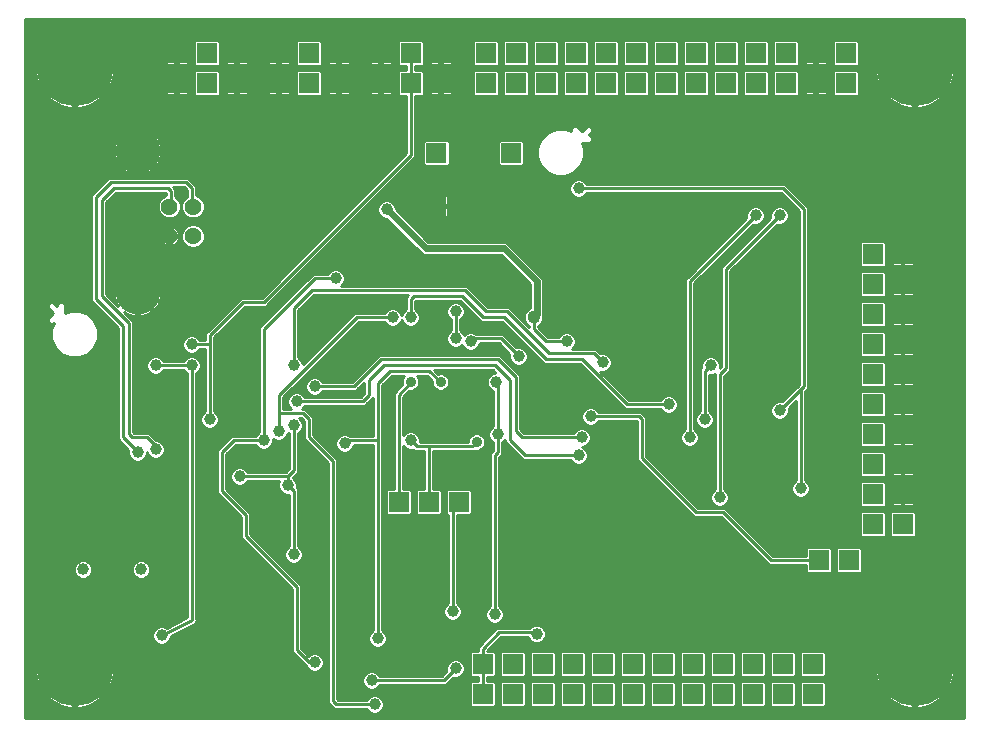
<source format=gbr>
G75*
G70*
%OFA0B0*%
%FSLAX24Y24*%
%IPPOS*%
%LPD*%
%AMOC8*
5,1,8,0,0,1.08239X$1,22.5*
%
%ADD10C,0.0562*%
%ADD11C,0.1500*%
%ADD12R,0.0650X0.0650*%
%ADD13C,0.0397*%
%ADD14R,0.0660X0.0660*%
%ADD15C,0.2540*%
%ADD16C,0.0100*%
%ADD17C,0.0396*%
%ADD18C,0.0357*%
%ADD19C,0.0436*%
%ADD20C,0.0240*%
D10*
X005713Y017058D03*
X006500Y017058D03*
X006500Y018042D03*
X005713Y018042D03*
D11*
X004650Y019912D03*
X004650Y015188D03*
D12*
X005950Y022150D03*
X006950Y022150D03*
X007950Y022150D03*
X007950Y023150D03*
X006950Y023150D03*
X005950Y023150D03*
X009350Y023150D03*
X010350Y023150D03*
X011350Y023150D03*
X011350Y022150D03*
X010350Y022150D03*
X009350Y022150D03*
X012750Y022150D03*
X013750Y022150D03*
X013750Y023150D03*
X012750Y023150D03*
X014750Y023150D03*
X014750Y022150D03*
X016250Y022150D03*
X017250Y022150D03*
X017250Y023150D03*
X016250Y023150D03*
X018250Y023150D03*
X019250Y023150D03*
X019250Y022150D03*
X018250Y022150D03*
X020250Y022150D03*
X021250Y022150D03*
X022250Y022150D03*
X022250Y023150D03*
X021250Y023150D03*
X020250Y023150D03*
X023250Y023150D03*
X024250Y023150D03*
X025250Y023150D03*
X025250Y022150D03*
X024250Y022150D03*
X023250Y022150D03*
X026250Y022150D03*
X027250Y022150D03*
X027250Y023150D03*
X026250Y023150D03*
X028250Y023150D03*
X028250Y022150D03*
X029150Y016450D03*
X030150Y016450D03*
X030150Y015450D03*
X029150Y015450D03*
X029150Y014450D03*
X030150Y014450D03*
X030150Y013450D03*
X029150Y013450D03*
X029150Y012450D03*
X030150Y012450D03*
X030150Y011450D03*
X029150Y011450D03*
X029150Y010450D03*
X030150Y010450D03*
X030150Y009450D03*
X029150Y009450D03*
X029150Y008450D03*
X030150Y008450D03*
X030150Y007450D03*
X029150Y007450D03*
X028350Y006250D03*
X027350Y006250D03*
X027150Y002800D03*
X026150Y002800D03*
X026150Y001800D03*
X027150Y001800D03*
X028150Y001800D03*
X028150Y002800D03*
X025150Y002800D03*
X024150Y002800D03*
X024150Y001800D03*
X025150Y001800D03*
X023150Y001800D03*
X022150Y001800D03*
X021150Y001800D03*
X021150Y002800D03*
X022150Y002800D03*
X023150Y002800D03*
X020150Y002800D03*
X019150Y002800D03*
X018150Y002800D03*
X018150Y001800D03*
X019150Y001800D03*
X020150Y001800D03*
X017150Y001800D03*
X016150Y001800D03*
X016150Y002800D03*
X017150Y002800D03*
X015350Y008200D03*
X014350Y008200D03*
X013350Y008200D03*
D13*
X004761Y005950D03*
X002839Y005950D03*
D14*
X014610Y018064D03*
X014610Y019836D03*
X017090Y019836D03*
X017090Y018064D03*
D15*
X030550Y022650D03*
X030550Y002650D03*
X002550Y002650D03*
X002550Y022650D03*
D16*
X000900Y024300D02*
X000900Y001000D01*
X032200Y001000D01*
X032200Y024300D01*
X000900Y024300D01*
X000900Y024290D02*
X032200Y024290D01*
X032200Y024192D02*
X000900Y024192D01*
X000900Y024093D02*
X032200Y024093D01*
X032200Y023995D02*
X000900Y023995D01*
X000900Y023896D02*
X002110Y023896D01*
X002105Y023894D02*
X002229Y023932D01*
X002356Y023957D01*
X002485Y023970D01*
X002500Y023970D01*
X002500Y022700D01*
X002600Y022700D01*
X002600Y023970D01*
X002615Y023970D01*
X002744Y023957D01*
X002871Y023932D01*
X002995Y023894D01*
X003115Y023845D01*
X003229Y023784D01*
X003337Y023712D01*
X003438Y023629D01*
X003529Y023538D01*
X003612Y023437D01*
X003684Y023329D01*
X003745Y023215D01*
X003794Y023095D01*
X003832Y022971D01*
X003857Y022844D01*
X003870Y022715D01*
X003870Y022700D01*
X002600Y022700D01*
X002600Y022600D01*
X003870Y022600D01*
X003870Y022585D01*
X003857Y022456D01*
X003832Y022329D01*
X003794Y022205D01*
X003745Y022085D01*
X003684Y021971D01*
X003612Y021863D01*
X003529Y021762D01*
X003438Y021671D01*
X003337Y021588D01*
X003229Y021516D01*
X003115Y021455D01*
X002995Y021406D01*
X002871Y021368D01*
X002744Y021343D01*
X002615Y021330D01*
X002600Y021330D01*
X002600Y022600D01*
X002500Y022600D01*
X001230Y022600D01*
X001230Y022585D01*
X001243Y022456D01*
X001268Y022329D01*
X001306Y022205D01*
X001355Y022085D01*
X001416Y021971D01*
X001488Y021863D01*
X001571Y021762D01*
X001662Y021671D01*
X001763Y021588D01*
X001871Y021516D01*
X001985Y021455D01*
X002105Y021406D01*
X002229Y021368D01*
X002356Y021343D01*
X002485Y021330D01*
X002500Y021330D01*
X002500Y022600D01*
X002500Y022700D01*
X001230Y022700D01*
X001230Y022715D01*
X001243Y022844D01*
X001268Y022971D01*
X001306Y023095D01*
X001355Y023215D01*
X001416Y023329D01*
X001488Y023437D01*
X001571Y023538D01*
X001662Y023629D01*
X001763Y023712D01*
X001871Y023784D01*
X001985Y023845D01*
X002105Y023894D01*
X001897Y023798D02*
X000900Y023798D01*
X000900Y023699D02*
X001748Y023699D01*
X001634Y023601D02*
X000900Y023601D01*
X000900Y023502D02*
X001542Y023502D01*
X001466Y023404D02*
X000900Y023404D01*
X000900Y023305D02*
X001403Y023305D01*
X001352Y023207D02*
X000900Y023207D01*
X000900Y023108D02*
X001311Y023108D01*
X001280Y023010D02*
X000900Y023010D01*
X000900Y022911D02*
X001256Y022911D01*
X001240Y022813D02*
X000900Y022813D01*
X000900Y022714D02*
X001230Y022714D01*
X001237Y022517D02*
X000900Y022517D01*
X000900Y022419D02*
X001250Y022419D01*
X001271Y022320D02*
X000900Y022320D01*
X000900Y022222D02*
X001301Y022222D01*
X001340Y022123D02*
X000900Y022123D01*
X000900Y022025D02*
X001388Y022025D01*
X001446Y021926D02*
X000900Y021926D01*
X000900Y021828D02*
X001517Y021828D01*
X001604Y021729D02*
X000900Y021729D01*
X000900Y021631D02*
X001711Y021631D01*
X001847Y021532D02*
X000900Y021532D01*
X000900Y021434D02*
X002037Y021434D01*
X002434Y021335D02*
X000900Y021335D01*
X000900Y021237D02*
X013590Y021237D01*
X013590Y021335D02*
X002666Y021335D01*
X002600Y021335D02*
X002500Y021335D01*
X002500Y021434D02*
X002600Y021434D01*
X002600Y021532D02*
X002500Y021532D01*
X002500Y021631D02*
X002600Y021631D01*
X002600Y021729D02*
X002500Y021729D01*
X002500Y021828D02*
X002600Y021828D01*
X002600Y021926D02*
X002500Y021926D01*
X002500Y022025D02*
X002600Y022025D01*
X002600Y022123D02*
X002500Y022123D01*
X002500Y022222D02*
X002600Y022222D01*
X002600Y022320D02*
X002500Y022320D01*
X002500Y022419D02*
X002600Y022419D01*
X002600Y022517D02*
X002500Y022517D01*
X002500Y022616D02*
X000900Y022616D01*
X002500Y022714D02*
X002600Y022714D01*
X002600Y022616D02*
X013590Y022616D01*
X013590Y022585D02*
X013379Y022585D01*
X013315Y022521D01*
X013315Y021779D01*
X013379Y021715D01*
X013590Y021715D01*
X013590Y019816D01*
X008784Y015010D01*
X008084Y015010D01*
X006984Y013910D01*
X006890Y013816D01*
X006890Y013610D01*
X006717Y013610D01*
X006711Y013625D01*
X006625Y013711D01*
X006511Y013758D01*
X006389Y013758D01*
X006275Y013711D01*
X006189Y013625D01*
X006142Y013511D01*
X006142Y013389D01*
X006189Y013275D01*
X006275Y013189D01*
X006389Y013142D01*
X006511Y013142D01*
X006625Y013189D01*
X006711Y013275D01*
X006717Y013290D01*
X006890Y013290D01*
X006890Y011217D01*
X006875Y011211D01*
X006789Y011125D01*
X006742Y011011D01*
X006742Y010889D01*
X006789Y010775D01*
X006875Y010689D01*
X006989Y010642D01*
X007111Y010642D01*
X007225Y010689D01*
X007311Y010775D01*
X007358Y010889D01*
X007358Y011011D01*
X007311Y011125D01*
X007225Y011211D01*
X007210Y011217D01*
X007210Y013684D01*
X008216Y014690D01*
X008916Y014690D01*
X009010Y014784D01*
X013910Y019684D01*
X013910Y021715D01*
X014121Y021715D01*
X014185Y021779D01*
X014185Y022521D01*
X014121Y022585D01*
X013910Y022585D01*
X013910Y022715D01*
X014121Y022715D01*
X014185Y022779D01*
X014185Y023521D01*
X014121Y023585D01*
X013379Y023585D01*
X013315Y023521D01*
X013315Y022779D01*
X013379Y022715D01*
X013590Y022715D01*
X013590Y022585D01*
X013590Y022714D02*
X003870Y022714D01*
X003860Y022813D02*
X005576Y022813D01*
X005575Y022815D02*
X005583Y022797D01*
X005597Y022783D01*
X005615Y022775D01*
X005912Y022775D01*
X005912Y023112D01*
X005988Y023112D01*
X005988Y023188D01*
X006325Y023188D01*
X006325Y023485D01*
X006317Y023503D01*
X006303Y023517D01*
X006285Y023525D01*
X005988Y023525D01*
X005988Y023188D01*
X005912Y023188D01*
X005912Y023525D01*
X005615Y023525D01*
X005597Y023517D01*
X005583Y023503D01*
X005575Y023485D01*
X005575Y023188D01*
X005912Y023188D01*
X005912Y023112D01*
X005575Y023112D01*
X005575Y022815D01*
X005575Y022911D02*
X003844Y022911D01*
X003820Y023010D02*
X005575Y023010D01*
X005575Y023108D02*
X003789Y023108D01*
X003748Y023207D02*
X005575Y023207D01*
X005575Y023305D02*
X003697Y023305D01*
X003634Y023404D02*
X005575Y023404D01*
X005582Y023502D02*
X003558Y023502D01*
X003466Y023601D02*
X029634Y023601D01*
X029662Y023629D02*
X029571Y023538D01*
X029488Y023437D01*
X029416Y023329D01*
X029355Y023215D01*
X029306Y023095D01*
X029268Y022971D01*
X029243Y022844D01*
X029230Y022715D01*
X029230Y022700D01*
X030500Y022700D01*
X030500Y023970D01*
X030485Y023970D01*
X030356Y023957D01*
X030229Y023932D01*
X030105Y023894D01*
X029985Y023845D01*
X029871Y023784D01*
X029763Y023712D01*
X029662Y023629D01*
X029748Y023699D02*
X003352Y023699D01*
X003203Y023798D02*
X029897Y023798D01*
X030110Y023896D02*
X002990Y023896D01*
X002600Y023896D02*
X002500Y023896D01*
X002500Y023798D02*
X002600Y023798D01*
X002600Y023699D02*
X002500Y023699D01*
X002500Y023601D02*
X002600Y023601D01*
X002600Y023502D02*
X002500Y023502D01*
X002500Y023404D02*
X002600Y023404D01*
X002600Y023305D02*
X002500Y023305D01*
X002500Y023207D02*
X002600Y023207D01*
X002600Y023108D02*
X002500Y023108D01*
X002500Y023010D02*
X002600Y023010D01*
X002600Y022911D02*
X002500Y022911D01*
X002500Y022813D02*
X002600Y022813D01*
X003760Y022123D02*
X005912Y022123D01*
X005912Y022112D02*
X005575Y022112D01*
X005575Y021815D01*
X005583Y021797D01*
X005597Y021783D01*
X005615Y021775D01*
X005912Y021775D01*
X005912Y022112D01*
X005988Y022112D01*
X005988Y022188D01*
X006325Y022188D01*
X006325Y022485D01*
X006317Y022503D01*
X006303Y022517D01*
X006285Y022525D01*
X005988Y022525D01*
X005988Y022188D01*
X005912Y022188D01*
X005912Y022525D01*
X005615Y022525D01*
X005597Y022517D01*
X005583Y022503D01*
X005575Y022485D01*
X005575Y022188D01*
X005912Y022188D01*
X005912Y022112D01*
X005988Y022112D02*
X005988Y021775D01*
X006285Y021775D01*
X006303Y021783D01*
X006317Y021797D01*
X006325Y021815D01*
X006325Y022112D01*
X005988Y022112D01*
X005988Y022123D02*
X006515Y022123D01*
X006515Y022025D02*
X006325Y022025D01*
X006325Y021926D02*
X006515Y021926D01*
X006515Y021828D02*
X006325Y021828D01*
X006515Y021779D02*
X006579Y021715D01*
X007321Y021715D01*
X007385Y021779D01*
X007385Y022521D01*
X007321Y022585D01*
X006579Y022585D01*
X006515Y022521D01*
X006515Y021779D01*
X006565Y021729D02*
X003496Y021729D01*
X003583Y021828D02*
X005575Y021828D01*
X005575Y021926D02*
X003654Y021926D01*
X003712Y022025D02*
X005575Y022025D01*
X005575Y022222D02*
X003799Y022222D01*
X003829Y022320D02*
X005575Y022320D01*
X005575Y022419D02*
X003850Y022419D01*
X003863Y022517D02*
X005596Y022517D01*
X005912Y022517D02*
X005988Y022517D01*
X005988Y022419D02*
X005912Y022419D01*
X005912Y022320D02*
X005988Y022320D01*
X005988Y022222D02*
X005912Y022222D01*
X005912Y022025D02*
X005988Y022025D01*
X005988Y021926D02*
X005912Y021926D01*
X005912Y021828D02*
X005988Y021828D01*
X006325Y022222D02*
X006515Y022222D01*
X006515Y022320D02*
X006325Y022320D01*
X006325Y022419D02*
X006515Y022419D01*
X006515Y022517D02*
X006304Y022517D01*
X006285Y022775D02*
X006303Y022783D01*
X006317Y022797D01*
X006325Y022815D01*
X006325Y023112D01*
X005988Y023112D01*
X005988Y022775D01*
X006285Y022775D01*
X006324Y022813D02*
X006515Y022813D01*
X006515Y022779D02*
X006579Y022715D01*
X007321Y022715D01*
X007385Y022779D01*
X007385Y023521D01*
X007321Y023585D01*
X006579Y023585D01*
X006515Y023521D01*
X006515Y022779D01*
X006515Y022911D02*
X006325Y022911D01*
X006325Y023010D02*
X006515Y023010D01*
X006515Y023108D02*
X006325Y023108D01*
X006325Y023207D02*
X006515Y023207D01*
X006515Y023305D02*
X006325Y023305D01*
X006325Y023404D02*
X006515Y023404D01*
X006515Y023502D02*
X006318Y023502D01*
X005988Y023502D02*
X005912Y023502D01*
X005912Y023404D02*
X005988Y023404D01*
X005988Y023305D02*
X005912Y023305D01*
X005912Y023207D02*
X005988Y023207D01*
X005988Y023108D02*
X005912Y023108D01*
X005912Y023010D02*
X005988Y023010D01*
X005988Y022911D02*
X005912Y022911D01*
X005912Y022813D02*
X005988Y022813D01*
X007385Y022813D02*
X007576Y022813D01*
X007575Y022815D02*
X007583Y022797D01*
X007597Y022783D01*
X007615Y022775D01*
X007912Y022775D01*
X007912Y023112D01*
X007988Y023112D01*
X007988Y023188D01*
X008325Y023188D01*
X008325Y023485D01*
X008317Y023503D01*
X008303Y023517D01*
X008285Y023525D01*
X007988Y023525D01*
X007988Y023188D01*
X007912Y023188D01*
X007912Y023525D01*
X007615Y023525D01*
X007597Y023517D01*
X007583Y023503D01*
X007575Y023485D01*
X007575Y023188D01*
X007912Y023188D01*
X007912Y023112D01*
X007575Y023112D01*
X007575Y022815D01*
X007575Y022911D02*
X007385Y022911D01*
X007385Y023010D02*
X007575Y023010D01*
X007575Y023108D02*
X007385Y023108D01*
X007385Y023207D02*
X007575Y023207D01*
X007575Y023305D02*
X007385Y023305D01*
X007385Y023404D02*
X007575Y023404D01*
X007582Y023502D02*
X007385Y023502D01*
X007912Y023502D02*
X007988Y023502D01*
X007988Y023404D02*
X007912Y023404D01*
X007912Y023305D02*
X007988Y023305D01*
X007988Y023207D02*
X007912Y023207D01*
X007912Y023108D02*
X007988Y023108D01*
X007988Y023112D02*
X007988Y022775D01*
X008285Y022775D01*
X008303Y022783D01*
X008317Y022797D01*
X008325Y022815D01*
X008325Y023112D01*
X007988Y023112D01*
X007988Y023010D02*
X007912Y023010D01*
X007912Y022911D02*
X007988Y022911D01*
X007988Y022813D02*
X007912Y022813D01*
X007912Y022525D02*
X007615Y022525D01*
X007597Y022517D01*
X007583Y022503D01*
X007575Y022485D01*
X007575Y022188D01*
X007912Y022188D01*
X007912Y022525D01*
X007912Y022517D02*
X007988Y022517D01*
X007988Y022525D02*
X008285Y022525D01*
X008303Y022517D01*
X008317Y022503D01*
X008325Y022485D01*
X008325Y022188D01*
X007988Y022188D01*
X007988Y022112D01*
X008325Y022112D01*
X008325Y021815D01*
X008317Y021797D01*
X008303Y021783D01*
X008285Y021775D01*
X007988Y021775D01*
X007988Y022112D01*
X007912Y022112D01*
X007912Y021775D01*
X007615Y021775D01*
X007597Y021783D01*
X007583Y021797D01*
X007575Y021815D01*
X007575Y022112D01*
X007912Y022112D01*
X007912Y022188D01*
X007988Y022188D01*
X007988Y022525D01*
X007988Y022419D02*
X007912Y022419D01*
X007912Y022320D02*
X007988Y022320D01*
X007988Y022222D02*
X007912Y022222D01*
X007912Y022123D02*
X007385Y022123D01*
X007385Y022025D02*
X007575Y022025D01*
X007575Y021926D02*
X007385Y021926D01*
X007385Y021828D02*
X007575Y021828D01*
X007335Y021729D02*
X009965Y021729D01*
X009979Y021715D02*
X010721Y021715D01*
X010785Y021779D01*
X010785Y022521D01*
X010721Y022585D01*
X009979Y022585D01*
X009915Y022521D01*
X009915Y021779D01*
X009979Y021715D01*
X009915Y021828D02*
X009725Y021828D01*
X009725Y021815D02*
X009725Y022112D01*
X009388Y022112D01*
X009388Y022188D01*
X009725Y022188D01*
X009725Y022485D01*
X009717Y022503D01*
X009703Y022517D01*
X009685Y022525D01*
X009388Y022525D01*
X009388Y022188D01*
X009312Y022188D01*
X009312Y022525D01*
X009015Y022525D01*
X008997Y022517D01*
X008983Y022503D01*
X008975Y022485D01*
X008975Y022188D01*
X009312Y022188D01*
X009312Y022112D01*
X009388Y022112D01*
X009388Y021775D01*
X009685Y021775D01*
X009703Y021783D01*
X009717Y021797D01*
X009725Y021815D01*
X009725Y021926D02*
X009915Y021926D01*
X009915Y022025D02*
X009725Y022025D01*
X009725Y022222D02*
X009915Y022222D01*
X009915Y022320D02*
X009725Y022320D01*
X009725Y022419D02*
X009915Y022419D01*
X009915Y022517D02*
X009704Y022517D01*
X009685Y022775D02*
X009388Y022775D01*
X009388Y023112D01*
X009388Y023188D01*
X009725Y023188D01*
X009725Y023485D01*
X009717Y023503D01*
X009703Y023517D01*
X009685Y023525D01*
X009388Y023525D01*
X009388Y023188D01*
X009312Y023188D01*
X009312Y023525D01*
X009015Y023525D01*
X008997Y023517D01*
X008983Y023503D01*
X008975Y023485D01*
X008975Y023188D01*
X009312Y023188D01*
X009312Y023112D01*
X009388Y023112D01*
X009725Y023112D01*
X009725Y022815D01*
X009717Y022797D01*
X009703Y022783D01*
X009685Y022775D01*
X009724Y022813D02*
X009915Y022813D01*
X009915Y022779D02*
X009979Y022715D01*
X010721Y022715D01*
X010785Y022779D01*
X010785Y023521D01*
X010721Y023585D01*
X009979Y023585D01*
X009915Y023521D01*
X009915Y022779D01*
X009915Y022911D02*
X009725Y022911D01*
X009725Y023010D02*
X009915Y023010D01*
X009915Y023108D02*
X009725Y023108D01*
X009725Y023207D02*
X009915Y023207D01*
X009915Y023305D02*
X009725Y023305D01*
X009725Y023404D02*
X009915Y023404D01*
X009915Y023502D02*
X009718Y023502D01*
X009388Y023502D02*
X009312Y023502D01*
X009312Y023404D02*
X009388Y023404D01*
X009388Y023305D02*
X009312Y023305D01*
X009312Y023207D02*
X009388Y023207D01*
X009388Y023108D02*
X009312Y023108D01*
X009312Y023112D02*
X009312Y022775D01*
X009015Y022775D01*
X008997Y022783D01*
X008983Y022797D01*
X008975Y022815D01*
X008975Y023112D01*
X009312Y023112D01*
X009312Y023010D02*
X009388Y023010D01*
X009388Y022911D02*
X009312Y022911D01*
X009312Y022813D02*
X009388Y022813D01*
X009388Y022517D02*
X009312Y022517D01*
X009312Y022419D02*
X009388Y022419D01*
X009388Y022320D02*
X009312Y022320D01*
X009312Y022222D02*
X009388Y022222D01*
X009388Y022123D02*
X009915Y022123D01*
X009388Y022025D02*
X009312Y022025D01*
X009312Y022112D02*
X009312Y021775D01*
X009015Y021775D01*
X008997Y021783D01*
X008983Y021797D01*
X008975Y021815D01*
X008975Y022112D01*
X009312Y022112D01*
X009312Y022123D02*
X007988Y022123D01*
X007988Y022025D02*
X007912Y022025D01*
X007912Y021926D02*
X007988Y021926D01*
X007988Y021828D02*
X007912Y021828D01*
X008325Y021828D02*
X008975Y021828D01*
X008975Y021926D02*
X008325Y021926D01*
X008325Y022025D02*
X008975Y022025D01*
X008975Y022222D02*
X008325Y022222D01*
X008325Y022320D02*
X008975Y022320D01*
X008975Y022419D02*
X008325Y022419D01*
X008304Y022517D02*
X008996Y022517D01*
X008976Y022813D02*
X008324Y022813D01*
X008325Y022911D02*
X008975Y022911D01*
X008975Y023010D02*
X008325Y023010D01*
X008325Y023108D02*
X008975Y023108D01*
X008975Y023207D02*
X008325Y023207D01*
X008325Y023305D02*
X008975Y023305D01*
X008975Y023404D02*
X008325Y023404D01*
X008318Y023502D02*
X008982Y023502D01*
X007596Y022517D02*
X007385Y022517D01*
X007385Y022419D02*
X007575Y022419D01*
X007575Y022320D02*
X007385Y022320D01*
X007385Y022222D02*
X007575Y022222D01*
X009312Y021926D02*
X009388Y021926D01*
X009388Y021828D02*
X009312Y021828D01*
X010735Y021729D02*
X013365Y021729D01*
X013315Y021828D02*
X013125Y021828D01*
X013125Y021815D02*
X013125Y022112D01*
X012788Y022112D01*
X012788Y022188D01*
X013125Y022188D01*
X013125Y022485D01*
X013117Y022503D01*
X013103Y022517D01*
X013085Y022525D01*
X012788Y022525D01*
X012788Y022188D01*
X012712Y022188D01*
X012712Y022525D01*
X012415Y022525D01*
X012397Y022517D01*
X012383Y022503D01*
X012375Y022485D01*
X012375Y022188D01*
X012712Y022188D01*
X012712Y022112D01*
X012788Y022112D01*
X012788Y021775D01*
X013085Y021775D01*
X013103Y021783D01*
X013117Y021797D01*
X013125Y021815D01*
X013125Y021926D02*
X013315Y021926D01*
X013315Y022025D02*
X013125Y022025D01*
X013125Y022222D02*
X013315Y022222D01*
X013315Y022320D02*
X013125Y022320D01*
X013125Y022419D02*
X013315Y022419D01*
X013315Y022517D02*
X013104Y022517D01*
X013085Y022775D02*
X012788Y022775D01*
X012788Y023112D01*
X012788Y023188D01*
X013125Y023188D01*
X013125Y023485D01*
X013117Y023503D01*
X013103Y023517D01*
X013085Y023525D01*
X012788Y023525D01*
X012788Y023188D01*
X012712Y023188D01*
X012712Y023525D01*
X012415Y023525D01*
X012397Y023517D01*
X012383Y023503D01*
X012375Y023485D01*
X012375Y023188D01*
X012712Y023188D01*
X012712Y023112D01*
X012788Y023112D01*
X013125Y023112D01*
X013125Y022815D01*
X013117Y022797D01*
X013103Y022783D01*
X013085Y022775D01*
X013124Y022813D02*
X013315Y022813D01*
X013315Y022911D02*
X013125Y022911D01*
X013125Y023010D02*
X013315Y023010D01*
X013315Y023108D02*
X013125Y023108D01*
X013125Y023207D02*
X013315Y023207D01*
X013315Y023305D02*
X013125Y023305D01*
X013125Y023404D02*
X013315Y023404D01*
X013315Y023502D02*
X013118Y023502D01*
X012788Y023502D02*
X012712Y023502D01*
X012712Y023404D02*
X012788Y023404D01*
X012788Y023305D02*
X012712Y023305D01*
X012712Y023207D02*
X012788Y023207D01*
X012788Y023108D02*
X012712Y023108D01*
X012712Y023112D02*
X012712Y022775D01*
X012415Y022775D01*
X012397Y022783D01*
X012383Y022797D01*
X012375Y022815D01*
X012375Y023112D01*
X012712Y023112D01*
X012712Y023010D02*
X012788Y023010D01*
X012788Y022911D02*
X012712Y022911D01*
X012712Y022813D02*
X012788Y022813D01*
X012788Y022517D02*
X012712Y022517D01*
X012712Y022419D02*
X012788Y022419D01*
X012788Y022320D02*
X012712Y022320D01*
X012712Y022222D02*
X012788Y022222D01*
X012788Y022123D02*
X013315Y022123D01*
X013750Y022150D02*
X013750Y023150D01*
X014185Y023108D02*
X014375Y023108D01*
X014375Y023112D02*
X014375Y022815D01*
X014383Y022797D01*
X014397Y022783D01*
X014415Y022775D01*
X014712Y022775D01*
X014712Y023112D01*
X014788Y023112D01*
X014788Y023188D01*
X015125Y023188D01*
X015125Y023485D01*
X015117Y023503D01*
X015103Y023517D01*
X015085Y023525D01*
X014788Y023525D01*
X014788Y023188D01*
X014712Y023188D01*
X014712Y023525D01*
X014415Y023525D01*
X014397Y023517D01*
X014383Y023503D01*
X014375Y023485D01*
X014375Y023188D01*
X014712Y023188D01*
X014712Y023112D01*
X014375Y023112D01*
X014375Y023207D02*
X014185Y023207D01*
X014185Y023305D02*
X014375Y023305D01*
X014375Y023404D02*
X014185Y023404D01*
X014185Y023502D02*
X014382Y023502D01*
X014712Y023502D02*
X014788Y023502D01*
X014788Y023404D02*
X014712Y023404D01*
X014712Y023305D02*
X014788Y023305D01*
X014788Y023207D02*
X014712Y023207D01*
X014712Y023108D02*
X014788Y023108D01*
X014788Y023112D02*
X014788Y022775D01*
X015085Y022775D01*
X015103Y022783D01*
X015117Y022797D01*
X015125Y022815D01*
X015125Y023112D01*
X014788Y023112D01*
X014788Y023010D02*
X014712Y023010D01*
X014712Y022911D02*
X014788Y022911D01*
X014788Y022813D02*
X014712Y022813D01*
X014712Y022525D02*
X014415Y022525D01*
X014397Y022517D01*
X014383Y022503D01*
X014375Y022485D01*
X014375Y022188D01*
X014712Y022188D01*
X014712Y022525D01*
X014712Y022517D02*
X014788Y022517D01*
X014788Y022525D02*
X015085Y022525D01*
X015103Y022517D01*
X015117Y022503D01*
X015125Y022485D01*
X015125Y022188D01*
X014788Y022188D01*
X014788Y022112D01*
X015125Y022112D01*
X015125Y021815D01*
X015117Y021797D01*
X015103Y021783D01*
X015085Y021775D01*
X014788Y021775D01*
X014788Y022112D01*
X014712Y022112D01*
X014712Y021775D01*
X014415Y021775D01*
X014397Y021783D01*
X014383Y021797D01*
X014375Y021815D01*
X014375Y022112D01*
X014712Y022112D01*
X014712Y022188D01*
X014788Y022188D01*
X014788Y022525D01*
X014788Y022419D02*
X014712Y022419D01*
X014712Y022320D02*
X014788Y022320D01*
X014788Y022222D02*
X014712Y022222D01*
X014712Y022123D02*
X014185Y022123D01*
X014185Y022025D02*
X014375Y022025D01*
X014375Y021926D02*
X014185Y021926D01*
X014185Y021828D02*
X014375Y021828D01*
X014135Y021729D02*
X015865Y021729D01*
X015879Y021715D02*
X016621Y021715D01*
X016685Y021779D01*
X016685Y022521D01*
X016621Y022585D01*
X015879Y022585D01*
X015815Y022521D01*
X015815Y021779D01*
X015879Y021715D01*
X015815Y021828D02*
X015125Y021828D01*
X015125Y021926D02*
X015815Y021926D01*
X015815Y022025D02*
X015125Y022025D01*
X015125Y022222D02*
X015815Y022222D01*
X015815Y022320D02*
X015125Y022320D01*
X015125Y022419D02*
X015815Y022419D01*
X015815Y022517D02*
X015104Y022517D01*
X015124Y022813D02*
X015815Y022813D01*
X015815Y022779D02*
X015879Y022715D01*
X016621Y022715D01*
X016685Y022779D01*
X016685Y023521D01*
X016621Y023585D01*
X015879Y023585D01*
X015815Y023521D01*
X015815Y022779D01*
X015815Y022911D02*
X015125Y022911D01*
X015125Y023010D02*
X015815Y023010D01*
X015815Y023108D02*
X015125Y023108D01*
X015125Y023207D02*
X015815Y023207D01*
X015815Y023305D02*
X015125Y023305D01*
X015125Y023404D02*
X015815Y023404D01*
X015815Y023502D02*
X015118Y023502D01*
X014375Y023010D02*
X014185Y023010D01*
X014185Y022911D02*
X014375Y022911D01*
X014376Y022813D02*
X014185Y022813D01*
X013910Y022714D02*
X029230Y022714D01*
X029240Y022813D02*
X028685Y022813D01*
X028685Y022779D02*
X028685Y023521D01*
X028621Y023585D01*
X027879Y023585D01*
X027815Y023521D01*
X027815Y022779D01*
X027879Y022715D01*
X028621Y022715D01*
X028685Y022779D01*
X028685Y022911D02*
X029256Y022911D01*
X029280Y023010D02*
X028685Y023010D01*
X028685Y023108D02*
X029311Y023108D01*
X029352Y023207D02*
X028685Y023207D01*
X028685Y023305D02*
X029403Y023305D01*
X029466Y023404D02*
X028685Y023404D01*
X028685Y023502D02*
X029542Y023502D01*
X029230Y022600D02*
X029230Y022585D01*
X029243Y022456D01*
X029268Y022329D01*
X029306Y022205D01*
X029355Y022085D01*
X029416Y021971D01*
X029488Y021863D01*
X029571Y021762D01*
X029662Y021671D01*
X029763Y021588D01*
X029871Y021516D01*
X029985Y021455D01*
X030105Y021406D01*
X030229Y021368D01*
X030356Y021343D01*
X030485Y021330D01*
X030500Y021330D01*
X030500Y022600D01*
X030600Y022600D01*
X030600Y022700D01*
X031870Y022700D01*
X031870Y022715D01*
X031857Y022844D01*
X031832Y022971D01*
X031794Y023095D01*
X031745Y023215D01*
X031684Y023329D01*
X031612Y023437D01*
X031529Y023538D01*
X031438Y023629D01*
X031337Y023712D01*
X031229Y023784D01*
X031115Y023845D01*
X030995Y023894D01*
X030871Y023932D01*
X030744Y023957D01*
X030615Y023970D01*
X030600Y023970D01*
X030600Y022700D01*
X030500Y022700D01*
X030500Y022600D01*
X029230Y022600D01*
X029237Y022517D02*
X028685Y022517D01*
X028685Y022521D02*
X028621Y022585D01*
X027879Y022585D01*
X027815Y022521D01*
X027815Y021779D01*
X027879Y021715D01*
X028621Y021715D01*
X028685Y021779D01*
X028685Y022521D01*
X028685Y022419D02*
X029250Y022419D01*
X029271Y022320D02*
X028685Y022320D01*
X028685Y022222D02*
X029301Y022222D01*
X029340Y022123D02*
X028685Y022123D01*
X028685Y022025D02*
X029388Y022025D01*
X029446Y021926D02*
X028685Y021926D01*
X028685Y021828D02*
X029517Y021828D01*
X029604Y021729D02*
X028635Y021729D01*
X027865Y021729D02*
X026635Y021729D01*
X026621Y021715D02*
X026685Y021779D01*
X026685Y022521D01*
X026621Y022585D01*
X025879Y022585D01*
X025815Y022521D01*
X025815Y021779D01*
X025879Y021715D01*
X026621Y021715D01*
X026685Y021828D02*
X026875Y021828D01*
X026875Y021815D02*
X026883Y021797D01*
X026897Y021783D01*
X026915Y021775D01*
X027212Y021775D01*
X027212Y022112D01*
X026875Y022112D01*
X026875Y021815D01*
X026875Y021926D02*
X026685Y021926D01*
X026685Y022025D02*
X026875Y022025D01*
X026875Y022188D02*
X027212Y022188D01*
X027212Y022525D01*
X026915Y022525D01*
X026897Y022517D01*
X026883Y022503D01*
X026875Y022485D01*
X026875Y022188D01*
X026875Y022222D02*
X026685Y022222D01*
X026685Y022320D02*
X026875Y022320D01*
X026875Y022419D02*
X026685Y022419D01*
X026685Y022517D02*
X026896Y022517D01*
X026915Y022775D02*
X027212Y022775D01*
X027212Y023112D01*
X026875Y023112D01*
X026875Y022815D01*
X026883Y022797D01*
X026897Y022783D01*
X026915Y022775D01*
X026876Y022813D02*
X026685Y022813D01*
X026685Y022779D02*
X026685Y023521D01*
X026621Y023585D01*
X025879Y023585D01*
X025815Y023521D01*
X025815Y022779D01*
X025879Y022715D01*
X026621Y022715D01*
X026685Y022779D01*
X026685Y022911D02*
X026875Y022911D01*
X026875Y023010D02*
X026685Y023010D01*
X026685Y023108D02*
X026875Y023108D01*
X026875Y023188D02*
X027212Y023188D01*
X027212Y023525D01*
X026915Y023525D01*
X026897Y023517D01*
X026883Y023503D01*
X026875Y023485D01*
X026875Y023188D01*
X026875Y023207D02*
X026685Y023207D01*
X026685Y023305D02*
X026875Y023305D01*
X026875Y023404D02*
X026685Y023404D01*
X026685Y023502D02*
X026882Y023502D01*
X027212Y023502D02*
X027288Y023502D01*
X027288Y023525D02*
X027288Y023188D01*
X027212Y023188D01*
X027212Y023112D01*
X027288Y023112D01*
X027288Y023188D01*
X027625Y023188D01*
X027625Y023485D01*
X027617Y023503D01*
X027603Y023517D01*
X027585Y023525D01*
X027288Y023525D01*
X027288Y023404D02*
X027212Y023404D01*
X027212Y023305D02*
X027288Y023305D01*
X027288Y023207D02*
X027212Y023207D01*
X027212Y023108D02*
X027288Y023108D01*
X027288Y023112D02*
X027288Y022775D01*
X027585Y022775D01*
X027603Y022783D01*
X027617Y022797D01*
X027625Y022815D01*
X027625Y023112D01*
X027288Y023112D01*
X027288Y023010D02*
X027212Y023010D01*
X027212Y022911D02*
X027288Y022911D01*
X027288Y022813D02*
X027212Y022813D01*
X027212Y022517D02*
X027288Y022517D01*
X027288Y022525D02*
X027288Y022188D01*
X027212Y022188D01*
X027212Y022112D01*
X027288Y022112D01*
X027288Y022188D01*
X027625Y022188D01*
X027625Y022485D01*
X027617Y022503D01*
X027603Y022517D01*
X027585Y022525D01*
X027288Y022525D01*
X027288Y022419D02*
X027212Y022419D01*
X027212Y022320D02*
X027288Y022320D01*
X027288Y022222D02*
X027212Y022222D01*
X027212Y022123D02*
X026685Y022123D01*
X027212Y022025D02*
X027288Y022025D01*
X027288Y022112D02*
X027288Y021775D01*
X027585Y021775D01*
X027603Y021783D01*
X027617Y021797D01*
X027625Y021815D01*
X027625Y022112D01*
X027288Y022112D01*
X027288Y022123D02*
X027815Y022123D01*
X027815Y022025D02*
X027625Y022025D01*
X027625Y021926D02*
X027815Y021926D01*
X027815Y021828D02*
X027625Y021828D01*
X027288Y021828D02*
X027212Y021828D01*
X027212Y021926D02*
X027288Y021926D01*
X027625Y022222D02*
X027815Y022222D01*
X027815Y022320D02*
X027625Y022320D01*
X027625Y022419D02*
X027815Y022419D01*
X027815Y022517D02*
X027604Y022517D01*
X027624Y022813D02*
X027815Y022813D01*
X027815Y022911D02*
X027625Y022911D01*
X027625Y023010D02*
X027815Y023010D01*
X027815Y023108D02*
X027625Y023108D01*
X027625Y023207D02*
X027815Y023207D01*
X027815Y023305D02*
X027625Y023305D01*
X027625Y023404D02*
X027815Y023404D01*
X027815Y023502D02*
X027618Y023502D01*
X025815Y023502D02*
X025685Y023502D01*
X025685Y023521D02*
X025621Y023585D01*
X024879Y023585D01*
X024815Y023521D01*
X024815Y022779D01*
X024879Y022715D01*
X025621Y022715D01*
X025685Y022779D01*
X025685Y023521D01*
X025685Y023404D02*
X025815Y023404D01*
X025815Y023305D02*
X025685Y023305D01*
X025685Y023207D02*
X025815Y023207D01*
X025815Y023108D02*
X025685Y023108D01*
X025685Y023010D02*
X025815Y023010D01*
X025815Y022911D02*
X025685Y022911D01*
X025685Y022813D02*
X025815Y022813D01*
X025815Y022517D02*
X025685Y022517D01*
X025685Y022521D02*
X025621Y022585D01*
X024879Y022585D01*
X024815Y022521D01*
X024815Y021779D01*
X024879Y021715D01*
X025621Y021715D01*
X025685Y021779D01*
X025685Y022521D01*
X025685Y022419D02*
X025815Y022419D01*
X025815Y022320D02*
X025685Y022320D01*
X025685Y022222D02*
X025815Y022222D01*
X025815Y022123D02*
X025685Y022123D01*
X025685Y022025D02*
X025815Y022025D01*
X025815Y021926D02*
X025685Y021926D01*
X025685Y021828D02*
X025815Y021828D01*
X025865Y021729D02*
X025635Y021729D01*
X024865Y021729D02*
X024635Y021729D01*
X024621Y021715D02*
X024685Y021779D01*
X024685Y022521D01*
X024621Y022585D01*
X023879Y022585D01*
X023815Y022521D01*
X023815Y021779D01*
X023879Y021715D01*
X024621Y021715D01*
X024685Y021828D02*
X024815Y021828D01*
X024815Y021926D02*
X024685Y021926D01*
X024685Y022025D02*
X024815Y022025D01*
X024815Y022123D02*
X024685Y022123D01*
X024685Y022222D02*
X024815Y022222D01*
X024815Y022320D02*
X024685Y022320D01*
X024685Y022419D02*
X024815Y022419D01*
X024815Y022517D02*
X024685Y022517D01*
X024621Y022715D02*
X024685Y022779D01*
X024685Y023521D01*
X024621Y023585D01*
X023879Y023585D01*
X023815Y023521D01*
X023815Y022779D01*
X023879Y022715D01*
X024621Y022715D01*
X024685Y022813D02*
X024815Y022813D01*
X024815Y022911D02*
X024685Y022911D01*
X024685Y023010D02*
X024815Y023010D01*
X024815Y023108D02*
X024685Y023108D01*
X024685Y023207D02*
X024815Y023207D01*
X024815Y023305D02*
X024685Y023305D01*
X024685Y023404D02*
X024815Y023404D01*
X024815Y023502D02*
X024685Y023502D01*
X023815Y023502D02*
X023685Y023502D01*
X023685Y023521D02*
X023621Y023585D01*
X022879Y023585D01*
X022815Y023521D01*
X022815Y022779D01*
X022879Y022715D01*
X023621Y022715D01*
X023685Y022779D01*
X023685Y023521D01*
X023685Y023404D02*
X023815Y023404D01*
X023815Y023305D02*
X023685Y023305D01*
X023685Y023207D02*
X023815Y023207D01*
X023815Y023108D02*
X023685Y023108D01*
X023685Y023010D02*
X023815Y023010D01*
X023815Y022911D02*
X023685Y022911D01*
X023685Y022813D02*
X023815Y022813D01*
X023815Y022517D02*
X023685Y022517D01*
X023685Y022521D02*
X023621Y022585D01*
X022879Y022585D01*
X022815Y022521D01*
X022815Y021779D01*
X022879Y021715D01*
X023621Y021715D01*
X023685Y021779D01*
X023685Y022521D01*
X023685Y022419D02*
X023815Y022419D01*
X023815Y022320D02*
X023685Y022320D01*
X023685Y022222D02*
X023815Y022222D01*
X023815Y022123D02*
X023685Y022123D01*
X023685Y022025D02*
X023815Y022025D01*
X023815Y021926D02*
X023685Y021926D01*
X023685Y021828D02*
X023815Y021828D01*
X023865Y021729D02*
X023635Y021729D01*
X022865Y021729D02*
X022635Y021729D01*
X022621Y021715D02*
X022685Y021779D01*
X022685Y022521D01*
X022621Y022585D01*
X021879Y022585D01*
X021815Y022521D01*
X021815Y021779D01*
X021879Y021715D01*
X022621Y021715D01*
X022685Y021828D02*
X022815Y021828D01*
X022815Y021926D02*
X022685Y021926D01*
X022685Y022025D02*
X022815Y022025D01*
X022815Y022123D02*
X022685Y022123D01*
X022685Y022222D02*
X022815Y022222D01*
X022815Y022320D02*
X022685Y022320D01*
X022685Y022419D02*
X022815Y022419D01*
X022815Y022517D02*
X022685Y022517D01*
X022621Y022715D02*
X022685Y022779D01*
X022685Y023521D01*
X022621Y023585D01*
X021879Y023585D01*
X021815Y023521D01*
X021815Y022779D01*
X021879Y022715D01*
X022621Y022715D01*
X022685Y022813D02*
X022815Y022813D01*
X022815Y022911D02*
X022685Y022911D01*
X022685Y023010D02*
X022815Y023010D01*
X022815Y023108D02*
X022685Y023108D01*
X022685Y023207D02*
X022815Y023207D01*
X022815Y023305D02*
X022685Y023305D01*
X022685Y023404D02*
X022815Y023404D01*
X022815Y023502D02*
X022685Y023502D01*
X021815Y023502D02*
X021685Y023502D01*
X021685Y023521D02*
X021621Y023585D01*
X020879Y023585D01*
X020815Y023521D01*
X020815Y022779D01*
X020879Y022715D01*
X021621Y022715D01*
X021685Y022779D01*
X021685Y023521D01*
X021685Y023404D02*
X021815Y023404D01*
X021815Y023305D02*
X021685Y023305D01*
X021685Y023207D02*
X021815Y023207D01*
X021815Y023108D02*
X021685Y023108D01*
X021685Y023010D02*
X021815Y023010D01*
X021815Y022911D02*
X021685Y022911D01*
X021685Y022813D02*
X021815Y022813D01*
X021815Y022517D02*
X021685Y022517D01*
X021685Y022521D02*
X021621Y022585D01*
X020879Y022585D01*
X020815Y022521D01*
X020815Y021779D01*
X020879Y021715D01*
X021621Y021715D01*
X021685Y021779D01*
X021685Y022521D01*
X021685Y022419D02*
X021815Y022419D01*
X021815Y022320D02*
X021685Y022320D01*
X021685Y022222D02*
X021815Y022222D01*
X021815Y022123D02*
X021685Y022123D01*
X021685Y022025D02*
X021815Y022025D01*
X021815Y021926D02*
X021685Y021926D01*
X021685Y021828D02*
X021815Y021828D01*
X021865Y021729D02*
X021635Y021729D01*
X020865Y021729D02*
X020635Y021729D01*
X020621Y021715D02*
X020685Y021779D01*
X020685Y022521D01*
X020621Y022585D01*
X019879Y022585D01*
X019815Y022521D01*
X019815Y021779D01*
X019879Y021715D01*
X020621Y021715D01*
X020685Y021828D02*
X020815Y021828D01*
X020815Y021926D02*
X020685Y021926D01*
X020685Y022025D02*
X020815Y022025D01*
X020815Y022123D02*
X020685Y022123D01*
X020685Y022222D02*
X020815Y022222D01*
X020815Y022320D02*
X020685Y022320D01*
X020685Y022419D02*
X020815Y022419D01*
X020815Y022517D02*
X020685Y022517D01*
X020621Y022715D02*
X020685Y022779D01*
X020685Y023521D01*
X020621Y023585D01*
X019879Y023585D01*
X019815Y023521D01*
X019815Y022779D01*
X019879Y022715D01*
X020621Y022715D01*
X020685Y022813D02*
X020815Y022813D01*
X020815Y022911D02*
X020685Y022911D01*
X020685Y023010D02*
X020815Y023010D01*
X020815Y023108D02*
X020685Y023108D01*
X020685Y023207D02*
X020815Y023207D01*
X020815Y023305D02*
X020685Y023305D01*
X020685Y023404D02*
X020815Y023404D01*
X020815Y023502D02*
X020685Y023502D01*
X019815Y023502D02*
X019685Y023502D01*
X019685Y023521D02*
X019621Y023585D01*
X018879Y023585D01*
X018815Y023521D01*
X018815Y022779D01*
X018879Y022715D01*
X019621Y022715D01*
X019685Y022779D01*
X019685Y023521D01*
X019685Y023404D02*
X019815Y023404D01*
X019815Y023305D02*
X019685Y023305D01*
X019685Y023207D02*
X019815Y023207D01*
X019815Y023108D02*
X019685Y023108D01*
X019685Y023010D02*
X019815Y023010D01*
X019815Y022911D02*
X019685Y022911D01*
X019685Y022813D02*
X019815Y022813D01*
X019815Y022517D02*
X019685Y022517D01*
X019685Y022521D02*
X019621Y022585D01*
X018879Y022585D01*
X018815Y022521D01*
X018815Y021779D01*
X018879Y021715D01*
X019621Y021715D01*
X019685Y021779D01*
X019685Y022521D01*
X019685Y022419D02*
X019815Y022419D01*
X019815Y022320D02*
X019685Y022320D01*
X019685Y022222D02*
X019815Y022222D01*
X019815Y022123D02*
X019685Y022123D01*
X019685Y022025D02*
X019815Y022025D01*
X019815Y021926D02*
X019685Y021926D01*
X019685Y021828D02*
X019815Y021828D01*
X019865Y021729D02*
X019635Y021729D01*
X018865Y021729D02*
X018635Y021729D01*
X018621Y021715D02*
X018685Y021779D01*
X018685Y022521D01*
X018621Y022585D01*
X017879Y022585D01*
X017815Y022521D01*
X017815Y021779D01*
X017879Y021715D01*
X018621Y021715D01*
X018685Y021828D02*
X018815Y021828D01*
X018815Y021926D02*
X018685Y021926D01*
X018685Y022025D02*
X018815Y022025D01*
X018815Y022123D02*
X018685Y022123D01*
X018685Y022222D02*
X018815Y022222D01*
X018815Y022320D02*
X018685Y022320D01*
X018685Y022419D02*
X018815Y022419D01*
X018815Y022517D02*
X018685Y022517D01*
X018621Y022715D02*
X018685Y022779D01*
X018685Y023521D01*
X018621Y023585D01*
X017879Y023585D01*
X017815Y023521D01*
X017815Y022779D01*
X017879Y022715D01*
X018621Y022715D01*
X018685Y022813D02*
X018815Y022813D01*
X018815Y022911D02*
X018685Y022911D01*
X018685Y023010D02*
X018815Y023010D01*
X018815Y023108D02*
X018685Y023108D01*
X018685Y023207D02*
X018815Y023207D01*
X018815Y023305D02*
X018685Y023305D01*
X018685Y023404D02*
X018815Y023404D01*
X018815Y023502D02*
X018685Y023502D01*
X017815Y023502D02*
X017685Y023502D01*
X017685Y023521D02*
X017621Y023585D01*
X016879Y023585D01*
X016815Y023521D01*
X016815Y022779D01*
X016879Y022715D01*
X017621Y022715D01*
X017685Y022779D01*
X017685Y023521D01*
X017685Y023404D02*
X017815Y023404D01*
X017815Y023305D02*
X017685Y023305D01*
X017685Y023207D02*
X017815Y023207D01*
X017815Y023108D02*
X017685Y023108D01*
X017685Y023010D02*
X017815Y023010D01*
X017815Y022911D02*
X017685Y022911D01*
X017685Y022813D02*
X017815Y022813D01*
X017815Y022517D02*
X017685Y022517D01*
X017685Y022521D02*
X017621Y022585D01*
X016879Y022585D01*
X016815Y022521D01*
X016815Y021779D01*
X016879Y021715D01*
X017621Y021715D01*
X017685Y021779D01*
X017685Y022521D01*
X017685Y022419D02*
X017815Y022419D01*
X017815Y022320D02*
X017685Y022320D01*
X017685Y022222D02*
X017815Y022222D01*
X017815Y022123D02*
X017685Y022123D01*
X017685Y022025D02*
X017815Y022025D01*
X017815Y021926D02*
X017685Y021926D01*
X017685Y021828D02*
X017815Y021828D01*
X017865Y021729D02*
X017635Y021729D01*
X016865Y021729D02*
X016635Y021729D01*
X016685Y021828D02*
X016815Y021828D01*
X016815Y021926D02*
X016685Y021926D01*
X016685Y022025D02*
X016815Y022025D01*
X016815Y022123D02*
X016685Y022123D01*
X016685Y022222D02*
X016815Y022222D01*
X016815Y022320D02*
X016685Y022320D01*
X016685Y022419D02*
X016815Y022419D01*
X016815Y022517D02*
X016685Y022517D01*
X016685Y022813D02*
X016815Y022813D01*
X016815Y022911D02*
X016685Y022911D01*
X016685Y023010D02*
X016815Y023010D01*
X016815Y023108D02*
X016685Y023108D01*
X016685Y023207D02*
X016815Y023207D01*
X016815Y023305D02*
X016685Y023305D01*
X016685Y023404D02*
X016815Y023404D01*
X016815Y023502D02*
X016685Y023502D01*
X015815Y022123D02*
X014788Y022123D01*
X014788Y022025D02*
X014712Y022025D01*
X014712Y021926D02*
X014788Y021926D01*
X014788Y021828D02*
X014712Y021828D01*
X014375Y022222D02*
X014185Y022222D01*
X014185Y022320D02*
X014375Y022320D01*
X014375Y022419D02*
X014185Y022419D01*
X014185Y022517D02*
X014396Y022517D01*
X013910Y022616D02*
X030500Y022616D01*
X030500Y022714D02*
X030600Y022714D01*
X030600Y022616D02*
X032200Y022616D01*
X032200Y022714D02*
X031870Y022714D01*
X031860Y022813D02*
X032200Y022813D01*
X032200Y022911D02*
X031844Y022911D01*
X031820Y023010D02*
X032200Y023010D01*
X032200Y023108D02*
X031789Y023108D01*
X031748Y023207D02*
X032200Y023207D01*
X032200Y023305D02*
X031697Y023305D01*
X031634Y023404D02*
X032200Y023404D01*
X032200Y023502D02*
X031558Y023502D01*
X031466Y023601D02*
X032200Y023601D01*
X032200Y023699D02*
X031352Y023699D01*
X031203Y023798D02*
X032200Y023798D01*
X032200Y023896D02*
X030990Y023896D01*
X030600Y023896D02*
X030500Y023896D01*
X030500Y023798D02*
X030600Y023798D01*
X030600Y023699D02*
X030500Y023699D01*
X030500Y023601D02*
X030600Y023601D01*
X030600Y023502D02*
X030500Y023502D01*
X030500Y023404D02*
X030600Y023404D01*
X030600Y023305D02*
X030500Y023305D01*
X030500Y023207D02*
X030600Y023207D01*
X030600Y023108D02*
X030500Y023108D01*
X030500Y023010D02*
X030600Y023010D01*
X030600Y022911D02*
X030500Y022911D01*
X030500Y022813D02*
X030600Y022813D01*
X030600Y022600D02*
X031870Y022600D01*
X031870Y022585D01*
X031857Y022456D01*
X031832Y022329D01*
X031794Y022205D01*
X031745Y022085D01*
X031684Y021971D01*
X031612Y021863D01*
X031529Y021762D01*
X031438Y021671D01*
X031337Y021588D01*
X031229Y021516D01*
X031115Y021455D01*
X030995Y021406D01*
X030871Y021368D01*
X030744Y021343D01*
X030615Y021330D01*
X030600Y021330D01*
X030600Y022600D01*
X030600Y022517D02*
X030500Y022517D01*
X030500Y022419D02*
X030600Y022419D01*
X030600Y022320D02*
X030500Y022320D01*
X030500Y022222D02*
X030600Y022222D01*
X030600Y022123D02*
X030500Y022123D01*
X030500Y022025D02*
X030600Y022025D01*
X030600Y021926D02*
X030500Y021926D01*
X030500Y021828D02*
X030600Y021828D01*
X030600Y021729D02*
X030500Y021729D01*
X030500Y021631D02*
X030600Y021631D01*
X030600Y021532D02*
X030500Y021532D01*
X030500Y021434D02*
X030600Y021434D01*
X030600Y021335D02*
X030500Y021335D01*
X030434Y021335D02*
X013910Y021335D01*
X013910Y021237D02*
X032200Y021237D01*
X032200Y021335D02*
X030666Y021335D01*
X031063Y021434D02*
X032200Y021434D01*
X032200Y021532D02*
X031253Y021532D01*
X031389Y021631D02*
X032200Y021631D01*
X032200Y021729D02*
X031496Y021729D01*
X031583Y021828D02*
X032200Y021828D01*
X032200Y021926D02*
X031654Y021926D01*
X031712Y022025D02*
X032200Y022025D01*
X032200Y022123D02*
X031760Y022123D01*
X031799Y022222D02*
X032200Y022222D01*
X032200Y022320D02*
X031829Y022320D01*
X031850Y022419D02*
X032200Y022419D01*
X032200Y022517D02*
X031863Y022517D01*
X032200Y021138D02*
X013910Y021138D01*
X013910Y021040D02*
X032200Y021040D01*
X032200Y020941D02*
X013910Y020941D01*
X013910Y020843D02*
X032200Y020843D01*
X032200Y020744D02*
X019737Y020744D01*
X019733Y020748D02*
X019625Y020748D01*
X019449Y020572D01*
X019273Y020748D01*
X019165Y020748D01*
X019089Y020672D01*
X019089Y020564D01*
X019103Y020550D01*
X018905Y020631D01*
X018595Y020631D01*
X018307Y020513D01*
X018087Y020293D01*
X017969Y020005D01*
X017969Y019695D01*
X018087Y019407D01*
X018307Y019187D01*
X018595Y019069D01*
X018905Y019069D01*
X019193Y019187D01*
X019413Y019407D01*
X019531Y019695D01*
X019531Y020005D01*
X019459Y020181D01*
X019733Y020181D01*
X019809Y020257D01*
X019809Y020365D01*
X019733Y020441D01*
X019686Y020441D01*
X019809Y020564D01*
X019809Y020672D01*
X019733Y020748D01*
X019622Y020744D02*
X019276Y020744D01*
X019161Y020744D02*
X013910Y020744D01*
X013910Y020646D02*
X019089Y020646D01*
X019375Y020646D02*
X019523Y020646D01*
X019694Y020449D02*
X032200Y020449D01*
X032200Y020547D02*
X019792Y020547D01*
X019809Y020646D02*
X032200Y020646D01*
X032200Y020350D02*
X019809Y020350D01*
X019804Y020252D02*
X032200Y020252D01*
X032200Y020153D02*
X019470Y020153D01*
X019511Y020055D02*
X032200Y020055D01*
X032200Y019956D02*
X019531Y019956D01*
X019531Y019858D02*
X032200Y019858D01*
X032200Y019759D02*
X019531Y019759D01*
X019517Y019661D02*
X032200Y019661D01*
X032200Y019562D02*
X019477Y019562D01*
X019436Y019464D02*
X032200Y019464D01*
X032200Y019365D02*
X019370Y019365D01*
X019272Y019267D02*
X032200Y019267D01*
X032200Y019168D02*
X019146Y019168D01*
X019289Y018958D02*
X019175Y018911D01*
X019089Y018825D01*
X019042Y018711D01*
X019042Y018589D01*
X019089Y018475D01*
X019175Y018389D01*
X019289Y018342D01*
X019411Y018342D01*
X019525Y018389D01*
X019611Y018475D01*
X019617Y018490D01*
X026084Y018490D01*
X026690Y017884D01*
X026690Y012116D01*
X026684Y012110D01*
X026684Y012110D01*
X026126Y011552D01*
X026111Y011558D01*
X025989Y011558D01*
X025875Y011511D01*
X025789Y011425D01*
X025742Y011311D01*
X025742Y011189D01*
X025789Y011075D01*
X025875Y010989D01*
X025989Y010942D01*
X026111Y010942D01*
X026225Y010989D01*
X026311Y011075D01*
X026358Y011189D01*
X026358Y011311D01*
X026352Y011326D01*
X026590Y011564D01*
X026590Y008917D01*
X026575Y008911D01*
X026489Y008825D01*
X026442Y008711D01*
X026442Y008589D01*
X026489Y008475D01*
X026575Y008389D01*
X026689Y008342D01*
X026811Y008342D01*
X026925Y008389D01*
X027011Y008475D01*
X027058Y008589D01*
X027058Y008711D01*
X027011Y008825D01*
X026925Y008911D01*
X026910Y008917D01*
X026910Y011884D01*
X026916Y011890D01*
X026916Y011890D01*
X027010Y011984D01*
X027010Y018016D01*
X026916Y018110D01*
X026216Y018810D01*
X019617Y018810D01*
X019611Y018825D01*
X019525Y018911D01*
X019411Y018958D01*
X019289Y018958D01*
X019137Y018873D02*
X013099Y018873D01*
X013197Y018971D02*
X032200Y018971D01*
X032200Y018873D02*
X019563Y018873D01*
X019350Y018650D02*
X026150Y018650D01*
X026850Y017950D01*
X026850Y012050D01*
X026750Y011950D01*
X026750Y008650D01*
X026967Y008432D02*
X028715Y008432D01*
X028715Y008530D02*
X027034Y008530D01*
X027058Y008629D02*
X028715Y008629D01*
X028715Y008727D02*
X027052Y008727D01*
X027010Y008826D02*
X028720Y008826D01*
X028715Y008821D02*
X028715Y008079D01*
X028779Y008015D01*
X029521Y008015D01*
X029585Y008079D01*
X029585Y008821D01*
X029521Y008885D01*
X028779Y008885D01*
X028715Y008821D01*
X028779Y009015D02*
X029521Y009015D01*
X029585Y009079D01*
X029585Y009821D01*
X029521Y009885D01*
X028779Y009885D01*
X028715Y009821D01*
X028715Y009079D01*
X028779Y009015D01*
X028772Y009023D02*
X026910Y009023D01*
X026910Y009121D02*
X028715Y009121D01*
X028715Y009220D02*
X026910Y009220D01*
X026910Y009318D02*
X028715Y009318D01*
X028715Y009417D02*
X026910Y009417D01*
X026910Y009515D02*
X028715Y009515D01*
X028715Y009614D02*
X026910Y009614D01*
X026910Y009712D02*
X028715Y009712D01*
X028715Y009811D02*
X026910Y009811D01*
X026910Y009909D02*
X032200Y009909D01*
X032200Y009811D02*
X030510Y009811D01*
X030503Y009817D02*
X030485Y009825D01*
X030179Y009825D01*
X030179Y009479D01*
X030121Y009479D01*
X030121Y009825D01*
X029815Y009825D01*
X029797Y009817D01*
X029783Y009803D01*
X029775Y009785D01*
X029775Y009479D01*
X030121Y009479D01*
X030121Y009421D01*
X030179Y009421D01*
X030179Y009479D01*
X030525Y009479D01*
X030525Y009785D01*
X030517Y009803D01*
X030503Y009817D01*
X030525Y009712D02*
X032200Y009712D01*
X032200Y009614D02*
X030525Y009614D01*
X030525Y009515D02*
X032200Y009515D01*
X032200Y009417D02*
X030525Y009417D01*
X030525Y009421D02*
X030179Y009421D01*
X030179Y009075D01*
X030485Y009075D01*
X030503Y009083D01*
X030517Y009097D01*
X030525Y009115D01*
X030525Y009421D01*
X030525Y009318D02*
X032200Y009318D01*
X032200Y009220D02*
X030525Y009220D01*
X030525Y009121D02*
X032200Y009121D01*
X032200Y009023D02*
X029528Y009023D01*
X029585Y009121D02*
X029775Y009121D01*
X029775Y009115D02*
X029783Y009097D01*
X029797Y009083D01*
X029815Y009075D01*
X030121Y009075D01*
X030121Y009421D01*
X029775Y009421D01*
X029775Y009115D01*
X029775Y009220D02*
X029585Y009220D01*
X029585Y009318D02*
X029775Y009318D01*
X029775Y009417D02*
X029585Y009417D01*
X029585Y009515D02*
X029775Y009515D01*
X029775Y009614D02*
X029585Y009614D01*
X029585Y009712D02*
X029775Y009712D01*
X029790Y009811D02*
X029585Y009811D01*
X029521Y010015D02*
X029585Y010079D01*
X029585Y010821D01*
X029521Y010885D01*
X028779Y010885D01*
X028715Y010821D01*
X028715Y010079D01*
X028779Y010015D01*
X029521Y010015D01*
X029585Y010106D02*
X029779Y010106D01*
X029775Y010115D02*
X029783Y010097D01*
X029797Y010083D01*
X029815Y010075D01*
X030121Y010075D01*
X030121Y010421D01*
X030179Y010421D01*
X030179Y010479D01*
X030121Y010479D01*
X030121Y010825D01*
X029815Y010825D01*
X029797Y010817D01*
X029783Y010803D01*
X029775Y010785D01*
X029775Y010479D01*
X030121Y010479D01*
X030121Y010421D01*
X029775Y010421D01*
X029775Y010115D01*
X029775Y010205D02*
X029585Y010205D01*
X029585Y010303D02*
X029775Y010303D01*
X029775Y010402D02*
X029585Y010402D01*
X029585Y010500D02*
X029775Y010500D01*
X029775Y010599D02*
X029585Y010599D01*
X029585Y010697D02*
X029775Y010697D01*
X029779Y010796D02*
X029585Y010796D01*
X029521Y011015D02*
X029585Y011079D01*
X029585Y011821D01*
X029521Y011885D01*
X028779Y011885D01*
X028715Y011821D01*
X028715Y011079D01*
X028779Y011015D01*
X029521Y011015D01*
X029585Y011091D02*
X029788Y011091D01*
X029783Y011097D02*
X029797Y011083D01*
X029815Y011075D01*
X030121Y011075D01*
X030121Y011421D01*
X030179Y011421D01*
X030179Y011479D01*
X030121Y011479D01*
X030121Y011825D01*
X029815Y011825D01*
X029797Y011817D01*
X029783Y011803D01*
X029775Y011785D01*
X029775Y011479D01*
X030121Y011479D01*
X030121Y011421D01*
X029775Y011421D01*
X029775Y011115D01*
X029783Y011097D01*
X029775Y011190D02*
X029585Y011190D01*
X029585Y011288D02*
X029775Y011288D01*
X029775Y011387D02*
X029585Y011387D01*
X029585Y011485D02*
X029775Y011485D01*
X029775Y011584D02*
X029585Y011584D01*
X029585Y011682D02*
X029775Y011682D01*
X029775Y011781D02*
X029585Y011781D01*
X029527Y011879D02*
X032200Y011879D01*
X032200Y011781D02*
X030525Y011781D01*
X030525Y011785D02*
X030517Y011803D01*
X030503Y011817D01*
X030485Y011825D01*
X030179Y011825D01*
X030179Y011479D01*
X030525Y011479D01*
X030525Y011785D01*
X030525Y011682D02*
X032200Y011682D01*
X032200Y011584D02*
X030525Y011584D01*
X030525Y011485D02*
X032200Y011485D01*
X032200Y011387D02*
X030525Y011387D01*
X030525Y011421D02*
X030179Y011421D01*
X030179Y011075D01*
X030485Y011075D01*
X030503Y011083D01*
X030517Y011097D01*
X030525Y011115D01*
X030525Y011421D01*
X030525Y011288D02*
X032200Y011288D01*
X032200Y011190D02*
X030525Y011190D01*
X030512Y011091D02*
X032200Y011091D01*
X032200Y010993D02*
X026910Y010993D01*
X026910Y011091D02*
X028715Y011091D01*
X028715Y011190D02*
X026910Y011190D01*
X026910Y011288D02*
X028715Y011288D01*
X028715Y011387D02*
X026910Y011387D01*
X026910Y011485D02*
X028715Y011485D01*
X028715Y011584D02*
X026910Y011584D01*
X026910Y011682D02*
X028715Y011682D01*
X028715Y011781D02*
X026910Y011781D01*
X026910Y011879D02*
X028773Y011879D01*
X028779Y012015D02*
X029521Y012015D01*
X029585Y012079D01*
X029585Y012821D01*
X029521Y012885D01*
X028779Y012885D01*
X028715Y012821D01*
X028715Y012079D01*
X028779Y012015D01*
X028718Y012076D02*
X027010Y012076D01*
X027010Y012175D02*
X028715Y012175D01*
X028715Y012273D02*
X027010Y012273D01*
X027010Y012372D02*
X028715Y012372D01*
X028715Y012470D02*
X027010Y012470D01*
X027010Y012569D02*
X028715Y012569D01*
X028715Y012667D02*
X027010Y012667D01*
X027010Y012766D02*
X028715Y012766D01*
X028758Y012864D02*
X027010Y012864D01*
X027010Y012963D02*
X032200Y012963D01*
X032200Y013061D02*
X029567Y013061D01*
X029585Y013079D02*
X029585Y013821D01*
X029521Y013885D01*
X028779Y013885D01*
X028715Y013821D01*
X028715Y013079D01*
X028779Y013015D01*
X029521Y013015D01*
X029585Y013079D01*
X029585Y013160D02*
X029775Y013160D01*
X029775Y013115D02*
X029783Y013097D01*
X029797Y013083D01*
X029815Y013075D01*
X030121Y013075D01*
X030121Y013421D01*
X030179Y013421D01*
X030179Y013479D01*
X030121Y013479D01*
X030121Y013825D01*
X029815Y013825D01*
X029797Y013817D01*
X029783Y013803D01*
X029775Y013785D01*
X029775Y013479D01*
X030121Y013479D01*
X030121Y013421D01*
X029775Y013421D01*
X029775Y013115D01*
X029775Y013258D02*
X029585Y013258D01*
X029585Y013357D02*
X029775Y013357D01*
X029775Y013554D02*
X029585Y013554D01*
X029585Y013652D02*
X029775Y013652D01*
X029775Y013751D02*
X029585Y013751D01*
X029557Y013849D02*
X032200Y013849D01*
X032200Y013751D02*
X030525Y013751D01*
X030525Y013785D02*
X030517Y013803D01*
X030503Y013817D01*
X030485Y013825D01*
X030179Y013825D01*
X030179Y013479D01*
X030525Y013479D01*
X030525Y013785D01*
X030525Y013652D02*
X032200Y013652D01*
X032200Y013554D02*
X030525Y013554D01*
X030525Y013421D02*
X030179Y013421D01*
X030179Y013075D01*
X030485Y013075D01*
X030503Y013083D01*
X030517Y013097D01*
X030525Y013115D01*
X030525Y013421D01*
X030525Y013357D02*
X032200Y013357D01*
X032200Y013455D02*
X030179Y013455D01*
X030121Y013455D02*
X029585Y013455D01*
X030121Y013357D02*
X030179Y013357D01*
X030179Y013258D02*
X030121Y013258D01*
X030121Y013160D02*
X030179Y013160D01*
X030179Y012825D02*
X030179Y012479D01*
X030121Y012479D01*
X030121Y012825D01*
X029815Y012825D01*
X029797Y012817D01*
X029783Y012803D01*
X029775Y012785D01*
X029775Y012479D01*
X030121Y012479D01*
X030121Y012421D01*
X030179Y012421D01*
X030179Y012479D01*
X030525Y012479D01*
X030525Y012785D01*
X030517Y012803D01*
X030503Y012817D01*
X030485Y012825D01*
X030179Y012825D01*
X030179Y012766D02*
X030121Y012766D01*
X030121Y012667D02*
X030179Y012667D01*
X030179Y012569D02*
X030121Y012569D01*
X030121Y012470D02*
X029585Y012470D01*
X029585Y012372D02*
X029775Y012372D01*
X029775Y012421D02*
X029775Y012115D01*
X029783Y012097D01*
X029797Y012083D01*
X029815Y012075D01*
X030121Y012075D01*
X030121Y012421D01*
X029775Y012421D01*
X029775Y012569D02*
X029585Y012569D01*
X029585Y012667D02*
X029775Y012667D01*
X029775Y012766D02*
X029585Y012766D01*
X029542Y012864D02*
X032200Y012864D01*
X032200Y012766D02*
X030525Y012766D01*
X030525Y012667D02*
X032200Y012667D01*
X032200Y012569D02*
X030525Y012569D01*
X030525Y012421D02*
X030179Y012421D01*
X030179Y012075D01*
X030485Y012075D01*
X030503Y012083D01*
X030517Y012097D01*
X030525Y012115D01*
X030525Y012421D01*
X030525Y012372D02*
X032200Y012372D01*
X032200Y012470D02*
X030179Y012470D01*
X030179Y012372D02*
X030121Y012372D01*
X030121Y012273D02*
X030179Y012273D01*
X030179Y012175D02*
X030121Y012175D01*
X030121Y012076D02*
X030179Y012076D01*
X030179Y011781D02*
X030121Y011781D01*
X030121Y011682D02*
X030179Y011682D01*
X030179Y011584D02*
X030121Y011584D01*
X030121Y011485D02*
X030179Y011485D01*
X030179Y011387D02*
X030121Y011387D01*
X030121Y011288D02*
X030179Y011288D01*
X030179Y011190D02*
X030121Y011190D01*
X030121Y011091D02*
X030179Y011091D01*
X030179Y010825D02*
X030179Y010479D01*
X030525Y010479D01*
X030525Y010785D01*
X030517Y010803D01*
X030503Y010817D01*
X030485Y010825D01*
X030179Y010825D01*
X030179Y010796D02*
X030121Y010796D01*
X030121Y010697D02*
X030179Y010697D01*
X030179Y010599D02*
X030121Y010599D01*
X030121Y010500D02*
X030179Y010500D01*
X030179Y010421D02*
X030525Y010421D01*
X030525Y010115D01*
X030517Y010097D01*
X030503Y010083D01*
X030485Y010075D01*
X030179Y010075D01*
X030179Y010421D01*
X030179Y010402D02*
X030121Y010402D01*
X030121Y010303D02*
X030179Y010303D01*
X030179Y010205D02*
X030121Y010205D01*
X030121Y010106D02*
X030179Y010106D01*
X030179Y009811D02*
X030121Y009811D01*
X030121Y009712D02*
X030179Y009712D01*
X030179Y009614D02*
X030121Y009614D01*
X030121Y009515D02*
X030179Y009515D01*
X030179Y009417D02*
X030121Y009417D01*
X030121Y009318D02*
X030179Y009318D01*
X030179Y009220D02*
X030121Y009220D01*
X030121Y009121D02*
X030179Y009121D01*
X030179Y008825D02*
X030179Y008479D01*
X030121Y008479D01*
X030121Y008825D01*
X029815Y008825D01*
X029797Y008817D01*
X029783Y008803D01*
X029775Y008785D01*
X029775Y008479D01*
X030121Y008479D01*
X030121Y008421D01*
X030179Y008421D01*
X030179Y008479D01*
X030525Y008479D01*
X030525Y008785D01*
X030517Y008803D01*
X030503Y008817D01*
X030485Y008825D01*
X030179Y008825D01*
X030179Y008727D02*
X030121Y008727D01*
X030121Y008629D02*
X030179Y008629D01*
X030179Y008530D02*
X030121Y008530D01*
X030121Y008432D02*
X029585Y008432D01*
X029585Y008530D02*
X029775Y008530D01*
X029775Y008629D02*
X029585Y008629D01*
X029585Y008727D02*
X029775Y008727D01*
X029580Y008826D02*
X032200Y008826D01*
X032200Y008924D02*
X026910Y008924D01*
X026590Y008924D02*
X024210Y008924D01*
X024210Y008826D02*
X026490Y008826D01*
X026448Y008727D02*
X024210Y008727D01*
X024210Y008629D02*
X026442Y008629D01*
X026466Y008530D02*
X024306Y008530D01*
X024311Y008525D02*
X024225Y008611D01*
X024210Y008617D01*
X024210Y012384D01*
X024316Y012490D01*
X024410Y012584D01*
X024410Y015884D01*
X025974Y017448D01*
X025989Y017442D01*
X026111Y017442D01*
X026225Y017489D01*
X026311Y017575D01*
X026358Y017689D01*
X026358Y017811D01*
X026311Y017925D01*
X026225Y018011D01*
X026111Y018058D01*
X025989Y018058D01*
X025875Y018011D01*
X025789Y017925D01*
X025742Y017811D01*
X025742Y017689D01*
X025748Y017674D01*
X024090Y016016D01*
X023742Y016016D01*
X023644Y015918D02*
X024090Y015918D01*
X024090Y016016D02*
X024090Y012716D01*
X024055Y012681D01*
X024058Y012689D01*
X024058Y012811D01*
X024011Y012925D01*
X023925Y013011D01*
X023811Y013058D01*
X023689Y013058D01*
X023575Y013011D01*
X023489Y012925D01*
X023442Y012811D01*
X023442Y012689D01*
X023448Y012674D01*
X023390Y012616D01*
X023390Y011217D01*
X023375Y011211D01*
X023289Y011125D01*
X023242Y011011D01*
X023242Y010889D01*
X023289Y010775D01*
X023375Y010689D01*
X023489Y010642D01*
X023611Y010642D01*
X023725Y010689D01*
X023811Y010775D01*
X023858Y010889D01*
X023858Y011011D01*
X023811Y011125D01*
X023725Y011211D01*
X023710Y011217D01*
X023710Y012442D01*
X023811Y012442D01*
X023890Y012474D01*
X023890Y008617D01*
X023875Y008611D01*
X023789Y008525D01*
X023742Y008411D01*
X023742Y008289D01*
X023789Y008175D01*
X023875Y008089D01*
X023989Y008042D01*
X024111Y008042D01*
X024225Y008089D01*
X024311Y008175D01*
X024358Y008289D01*
X024358Y008411D01*
X024311Y008525D01*
X024350Y008432D02*
X026533Y008432D01*
X026590Y009023D02*
X024210Y009023D01*
X024210Y009121D02*
X026590Y009121D01*
X026590Y009220D02*
X024210Y009220D01*
X024210Y009318D02*
X026590Y009318D01*
X026590Y009417D02*
X024210Y009417D01*
X024210Y009515D02*
X026590Y009515D01*
X026590Y009614D02*
X024210Y009614D01*
X024210Y009712D02*
X026590Y009712D01*
X026590Y009811D02*
X024210Y009811D01*
X024210Y009909D02*
X026590Y009909D01*
X026590Y010008D02*
X024210Y010008D01*
X024210Y010106D02*
X026590Y010106D01*
X026590Y010205D02*
X024210Y010205D01*
X024210Y010303D02*
X026590Y010303D01*
X026590Y010402D02*
X024210Y010402D01*
X024210Y010500D02*
X026590Y010500D01*
X026590Y010599D02*
X024210Y010599D01*
X024210Y010697D02*
X026590Y010697D01*
X026590Y010796D02*
X024210Y010796D01*
X024210Y010894D02*
X026590Y010894D01*
X026590Y010993D02*
X026228Y010993D01*
X026318Y011091D02*
X026590Y011091D01*
X026590Y011190D02*
X026358Y011190D01*
X026358Y011288D02*
X026590Y011288D01*
X026590Y011387D02*
X026413Y011387D01*
X026511Y011485D02*
X026590Y011485D01*
X026354Y011781D02*
X024210Y011781D01*
X024210Y011879D02*
X026453Y011879D01*
X026551Y011978D02*
X024210Y011978D01*
X024210Y012076D02*
X026650Y012076D01*
X026690Y012175D02*
X024210Y012175D01*
X024210Y012273D02*
X026690Y012273D01*
X026690Y012372D02*
X024210Y012372D01*
X024296Y012470D02*
X026690Y012470D01*
X026690Y012569D02*
X024395Y012569D01*
X024410Y012667D02*
X026690Y012667D01*
X026690Y012766D02*
X024410Y012766D01*
X024410Y012864D02*
X026690Y012864D01*
X026690Y012963D02*
X024410Y012963D01*
X024410Y013061D02*
X026690Y013061D01*
X026690Y013160D02*
X024410Y013160D01*
X024410Y013258D02*
X026690Y013258D01*
X026690Y013357D02*
X024410Y013357D01*
X024410Y013455D02*
X026690Y013455D01*
X026690Y013554D02*
X024410Y013554D01*
X024410Y013652D02*
X026690Y013652D01*
X026690Y013751D02*
X024410Y013751D01*
X024410Y013849D02*
X026690Y013849D01*
X026690Y013948D02*
X024410Y013948D01*
X024410Y014046D02*
X026690Y014046D01*
X026690Y014145D02*
X024410Y014145D01*
X024410Y014243D02*
X026690Y014243D01*
X026690Y014342D02*
X024410Y014342D01*
X024410Y014440D02*
X026690Y014440D01*
X026690Y014539D02*
X024410Y014539D01*
X024410Y014637D02*
X026690Y014637D01*
X026690Y014736D02*
X024410Y014736D01*
X024410Y014834D02*
X026690Y014834D01*
X026690Y014933D02*
X024410Y014933D01*
X024410Y015031D02*
X026690Y015031D01*
X026690Y015130D02*
X024410Y015130D01*
X024410Y015228D02*
X026690Y015228D01*
X026690Y015327D02*
X024410Y015327D01*
X024410Y015425D02*
X026690Y015425D01*
X026690Y015524D02*
X024410Y015524D01*
X024410Y015622D02*
X026690Y015622D01*
X026690Y015721D02*
X024410Y015721D01*
X024410Y015819D02*
X026690Y015819D01*
X026690Y015918D02*
X024444Y015918D01*
X024542Y016016D02*
X026690Y016016D01*
X026690Y016115D02*
X024641Y016115D01*
X024739Y016213D02*
X026690Y016213D01*
X026690Y016312D02*
X024838Y016312D01*
X024936Y016410D02*
X026690Y016410D01*
X026690Y016509D02*
X025035Y016509D01*
X025133Y016607D02*
X026690Y016607D01*
X026690Y016706D02*
X025232Y016706D01*
X025330Y016804D02*
X026690Y016804D01*
X026690Y016903D02*
X025429Y016903D01*
X025527Y017001D02*
X026690Y017001D01*
X026690Y017100D02*
X025626Y017100D01*
X025724Y017198D02*
X026690Y017198D01*
X026690Y017297D02*
X025823Y017297D01*
X025921Y017395D02*
X026690Y017395D01*
X026690Y017494D02*
X026229Y017494D01*
X026318Y017592D02*
X026690Y017592D01*
X026690Y017691D02*
X026358Y017691D01*
X026358Y017789D02*
X026690Y017789D01*
X026686Y017888D02*
X026327Y017888D01*
X026250Y017986D02*
X026588Y017986D01*
X026489Y018085D02*
X017139Y018085D01*
X017139Y018113D02*
X017470Y018113D01*
X017470Y018404D01*
X017463Y018422D01*
X017448Y018437D01*
X017430Y018444D01*
X017139Y018444D01*
X017139Y018113D01*
X017042Y018113D01*
X017042Y018444D01*
X016750Y018444D01*
X016732Y018437D01*
X016718Y018422D01*
X016710Y018404D01*
X016710Y018113D01*
X017042Y018113D01*
X017042Y018016D01*
X016710Y018016D01*
X016710Y017724D01*
X016718Y017706D01*
X016732Y017692D01*
X016750Y017684D01*
X017042Y017684D01*
X017042Y018016D01*
X017139Y018016D01*
X017139Y018113D01*
X017139Y018183D02*
X017042Y018183D01*
X017042Y018085D02*
X014658Y018085D01*
X014658Y018113D02*
X014990Y018113D01*
X014990Y018404D01*
X014982Y018422D01*
X014968Y018437D01*
X014950Y018444D01*
X014658Y018444D01*
X014658Y018113D01*
X014561Y018113D01*
X014561Y018444D01*
X014270Y018444D01*
X014252Y018437D01*
X014237Y018422D01*
X014230Y018404D01*
X014230Y018113D01*
X014561Y018113D01*
X014561Y018016D01*
X014230Y018016D01*
X014230Y017724D01*
X014237Y017706D01*
X014252Y017692D01*
X014270Y017684D01*
X014561Y017684D01*
X014561Y018016D01*
X014658Y018016D01*
X014658Y017684D01*
X014950Y017684D01*
X014968Y017692D01*
X014982Y017706D01*
X014990Y017724D01*
X014990Y018016D01*
X014658Y018016D01*
X014658Y018113D01*
X014658Y018183D02*
X014561Y018183D01*
X014561Y018085D02*
X013228Y018085D01*
X013211Y018125D02*
X013125Y018211D01*
X013011Y018258D01*
X012889Y018258D01*
X012775Y018211D01*
X012689Y018125D01*
X012642Y018011D01*
X012642Y017889D01*
X012689Y017775D01*
X012775Y017689D01*
X012889Y017642D01*
X012933Y017642D01*
X014020Y016555D01*
X014155Y016420D01*
X016755Y016420D01*
X017720Y015455D01*
X017720Y014651D01*
X017664Y014628D01*
X017572Y014536D01*
X017522Y014415D01*
X017522Y014285D01*
X017572Y014164D01*
X017664Y014072D01*
X017690Y014061D01*
X017690Y014036D01*
X017016Y014710D01*
X016316Y014710D01*
X015710Y015316D01*
X015710Y015316D01*
X015616Y015410D01*
X011446Y015410D01*
X011511Y015475D01*
X011558Y015589D01*
X011558Y015711D01*
X011511Y015825D01*
X011425Y015911D01*
X011311Y015958D01*
X011189Y015958D01*
X011075Y015911D01*
X010989Y015825D01*
X010983Y015810D01*
X010484Y015810D01*
X008690Y014016D01*
X008690Y010517D01*
X008675Y010511D01*
X008589Y010425D01*
X008583Y010410D01*
X007784Y010410D01*
X007690Y010316D01*
X007290Y009916D01*
X007290Y008484D01*
X008090Y007684D01*
X008090Y006984D01*
X008184Y006890D01*
X009790Y005284D01*
X009790Y003184D01*
X009884Y003090D01*
X010282Y002692D01*
X010289Y002675D01*
X010375Y002589D01*
X010489Y002542D01*
X010611Y002542D01*
X010725Y002589D01*
X010811Y002675D01*
X010858Y002789D01*
X010858Y002911D01*
X010811Y003025D01*
X010725Y003111D01*
X010611Y003158D01*
X010489Y003158D01*
X010375Y003111D01*
X010345Y003081D01*
X010110Y003316D01*
X010110Y005416D01*
X008410Y007116D01*
X008410Y007816D01*
X007610Y008616D01*
X007610Y009784D01*
X007916Y010090D01*
X008583Y010090D01*
X008589Y010075D01*
X008675Y009989D01*
X008789Y009942D01*
X008911Y009942D01*
X009025Y009989D01*
X009111Y010075D01*
X009158Y010189D01*
X009158Y010306D01*
X009175Y010289D01*
X009289Y010242D01*
X009411Y010242D01*
X009525Y010289D01*
X009611Y010375D01*
X009658Y010489D01*
X009658Y010506D01*
X009675Y010489D01*
X009690Y010483D01*
X009690Y009316D01*
X009584Y009210D01*
X008317Y009210D01*
X008311Y009225D01*
X008225Y009311D01*
X008111Y009358D01*
X007989Y009358D01*
X007875Y009311D01*
X007789Y009225D01*
X007742Y009111D01*
X007742Y008989D01*
X007789Y008875D01*
X007875Y008789D01*
X007989Y008742D01*
X008111Y008742D01*
X008225Y008789D01*
X008311Y008875D01*
X008317Y008890D01*
X009374Y008890D01*
X009342Y008811D01*
X009342Y008689D01*
X009389Y008575D01*
X009475Y008489D01*
X009589Y008442D01*
X009690Y008442D01*
X009690Y006717D01*
X009675Y006711D01*
X009589Y006625D01*
X009542Y006511D01*
X009542Y006389D01*
X009589Y006275D01*
X009675Y006189D01*
X009789Y006142D01*
X009911Y006142D01*
X010025Y006189D01*
X010111Y006275D01*
X010158Y006389D01*
X010158Y006511D01*
X010111Y006625D01*
X010025Y006711D01*
X010010Y006717D01*
X010010Y008616D01*
X009952Y008674D01*
X009958Y008689D01*
X009958Y008811D01*
X009911Y008925D01*
X009831Y009005D01*
X010010Y009184D01*
X010010Y010483D01*
X010025Y010489D01*
X010111Y010575D01*
X010158Y010689D01*
X010158Y010811D01*
X010111Y010925D01*
X010046Y010990D01*
X010084Y010990D01*
X010190Y010884D01*
X010190Y010284D01*
X010284Y010190D01*
X010990Y009484D01*
X010990Y001484D01*
X011184Y001290D01*
X012283Y001290D01*
X012289Y001275D01*
X012375Y001189D01*
X012489Y001142D01*
X012611Y001142D01*
X012725Y001189D01*
X012811Y001275D01*
X012858Y001389D01*
X012858Y001511D01*
X012811Y001625D01*
X012725Y001711D01*
X012611Y001758D01*
X012489Y001758D01*
X012375Y001711D01*
X012289Y001625D01*
X012283Y001610D01*
X011316Y001610D01*
X011310Y001616D01*
X011310Y009616D01*
X010510Y010416D01*
X010510Y011016D01*
X010310Y011216D01*
X010216Y011310D01*
X010146Y011310D01*
X010211Y011375D01*
X010217Y011390D01*
X012216Y011390D01*
X012310Y011484D01*
X012490Y011664D01*
X012490Y010410D01*
X011726Y010410D01*
X011725Y010411D01*
X011611Y010458D01*
X011489Y010458D01*
X011375Y010411D01*
X011289Y010325D01*
X011242Y010211D01*
X011242Y010089D01*
X011289Y009975D01*
X011375Y009889D01*
X011489Y009842D01*
X011611Y009842D01*
X011725Y009889D01*
X011811Y009975D01*
X011858Y010089D01*
X011858Y010090D01*
X012490Y010090D01*
X012490Y003917D01*
X012475Y003911D01*
X012389Y003825D01*
X012342Y003711D01*
X012342Y003589D01*
X012389Y003475D01*
X012475Y003389D01*
X012589Y003342D01*
X012711Y003342D01*
X012825Y003389D01*
X012911Y003475D01*
X012958Y003589D01*
X012958Y003711D01*
X012911Y003825D01*
X012825Y003911D01*
X012810Y003917D01*
X012810Y012084D01*
X013116Y012390D01*
X013532Y012390D01*
X013505Y012363D01*
X013462Y012257D01*
X013462Y012143D01*
X013469Y012125D01*
X013234Y011860D01*
X013190Y011816D01*
X013190Y011811D01*
X013186Y011807D01*
X013190Y011745D01*
X013190Y008635D01*
X012979Y008635D01*
X012915Y008571D01*
X012915Y007829D01*
X012979Y007765D01*
X013721Y007765D01*
X013785Y007829D01*
X013785Y008571D01*
X013721Y008635D01*
X013510Y008635D01*
X013510Y010054D01*
X013575Y009989D01*
X013689Y009942D01*
X013811Y009942D01*
X013826Y009948D01*
X013884Y009890D01*
X014190Y009890D01*
X014190Y008635D01*
X013979Y008635D01*
X013915Y008571D01*
X013915Y007829D01*
X013979Y007765D01*
X014721Y007765D01*
X014785Y007829D01*
X014785Y008571D01*
X014721Y008635D01*
X014510Y008635D01*
X014510Y009890D01*
X015866Y009890D01*
X015889Y009913D01*
X015893Y009912D01*
X016007Y009912D01*
X016113Y009955D01*
X016195Y010037D01*
X016238Y010143D01*
X016238Y010257D01*
X016195Y010363D01*
X016113Y010445D01*
X016007Y010488D01*
X015893Y010488D01*
X015787Y010445D01*
X015705Y010363D01*
X015662Y010257D01*
X015662Y010210D01*
X014058Y010210D01*
X014058Y010311D01*
X014011Y010425D01*
X013925Y010511D01*
X013811Y010558D01*
X013689Y010558D01*
X013575Y010511D01*
X013510Y010446D01*
X013510Y011689D01*
X013708Y011912D01*
X013807Y011912D01*
X013913Y011955D01*
X013995Y012037D01*
X014038Y012143D01*
X014038Y012257D01*
X013995Y012363D01*
X013968Y012390D01*
X014290Y012390D01*
X014462Y012240D01*
X014462Y012143D01*
X014505Y012037D01*
X014587Y011955D01*
X014693Y011912D01*
X014807Y011912D01*
X014913Y011955D01*
X014995Y012037D01*
X015038Y012143D01*
X015038Y012257D01*
X014995Y012363D01*
X014913Y012445D01*
X014807Y012488D01*
X014693Y012488D01*
X014673Y012480D01*
X014547Y012590D01*
X016484Y012590D01*
X016566Y012508D01*
X016539Y012508D01*
X016425Y012461D01*
X016339Y012375D01*
X016292Y012261D01*
X016292Y012139D01*
X016339Y012025D01*
X016425Y011939D01*
X016490Y011912D01*
X016490Y010717D01*
X016475Y010711D01*
X016389Y010625D01*
X016342Y010511D01*
X016342Y010389D01*
X016389Y010275D01*
X016475Y010189D01*
X016490Y010183D01*
X016490Y009916D01*
X016390Y009816D01*
X016390Y004717D01*
X016375Y004711D01*
X016289Y004625D01*
X016242Y004511D01*
X016242Y004389D01*
X016289Y004275D01*
X016375Y004189D01*
X016489Y004142D01*
X016611Y004142D01*
X016725Y004189D01*
X016811Y004275D01*
X016858Y004389D01*
X016858Y004511D01*
X016811Y004625D01*
X016725Y004711D01*
X016710Y004717D01*
X016710Y009684D01*
X016716Y009690D01*
X016810Y009784D01*
X016810Y010183D01*
X016825Y010189D01*
X016890Y010254D01*
X016890Y010184D01*
X016984Y010090D01*
X017484Y009590D01*
X019083Y009590D01*
X019089Y009575D01*
X019175Y009489D01*
X019289Y009442D01*
X019411Y009442D01*
X019525Y009489D01*
X019611Y009575D01*
X019658Y009689D01*
X019658Y009811D01*
X019611Y009925D01*
X019525Y010011D01*
X019450Y010042D01*
X019511Y010042D01*
X019625Y010089D01*
X019711Y010175D01*
X019758Y010289D01*
X019758Y010411D01*
X019711Y010525D01*
X019625Y010611D01*
X019511Y010658D01*
X019389Y010658D01*
X019275Y010611D01*
X019189Y010525D01*
X019183Y010510D01*
X017516Y010510D01*
X017410Y010616D01*
X017410Y012416D01*
X016810Y013016D01*
X016716Y013110D01*
X012684Y013110D01*
X011784Y012210D01*
X010817Y012210D01*
X010811Y012225D01*
X010725Y012311D01*
X010611Y012358D01*
X010489Y012358D01*
X010375Y012311D01*
X010289Y012225D01*
X010242Y012111D01*
X010242Y011989D01*
X010289Y011875D01*
X010375Y011789D01*
X010489Y011742D01*
X010611Y011742D01*
X010725Y011789D01*
X010811Y011875D01*
X010817Y011890D01*
X011916Y011890D01*
X012010Y011984D01*
X012190Y012164D01*
X012190Y011816D01*
X012084Y011710D01*
X010217Y011710D01*
X010211Y011725D01*
X010125Y011811D01*
X010011Y011858D01*
X009889Y011858D01*
X009775Y011811D01*
X009689Y011725D01*
X009642Y011611D01*
X009642Y011489D01*
X009689Y011375D01*
X009754Y011310D01*
X009510Y011310D01*
X009510Y011684D01*
X012016Y014190D01*
X012883Y014190D01*
X012889Y014175D01*
X012975Y014089D01*
X013089Y014042D01*
X013211Y014042D01*
X013325Y014089D01*
X013411Y014175D01*
X013450Y014269D01*
X013489Y014175D01*
X013575Y014089D01*
X013689Y014042D01*
X013811Y014042D01*
X013925Y014089D01*
X014011Y014175D01*
X014058Y014289D01*
X014058Y014411D01*
X014011Y014525D01*
X013925Y014611D01*
X013910Y014617D01*
X013910Y014884D01*
X013916Y014890D01*
X015384Y014890D01*
X016084Y014190D01*
X016784Y014190D01*
X018184Y012790D01*
X019384Y012790D01*
X020884Y011290D01*
X022083Y011290D01*
X022089Y011275D01*
X022175Y011189D01*
X022289Y011142D01*
X022411Y011142D01*
X022525Y011189D01*
X022611Y011275D01*
X022658Y011389D01*
X022658Y011511D01*
X022611Y011625D01*
X022525Y011711D01*
X022411Y011758D01*
X022289Y011758D01*
X022175Y011711D01*
X022089Y011625D01*
X022083Y011610D01*
X021016Y011610D01*
X020081Y012545D01*
X020089Y012542D01*
X020211Y012542D01*
X020325Y012589D01*
X020411Y012675D01*
X020458Y012789D01*
X020458Y012911D01*
X020411Y013025D01*
X020325Y013111D01*
X020211Y013158D01*
X020089Y013158D01*
X020074Y013152D01*
X020010Y013216D01*
X019916Y013310D01*
X019146Y013310D01*
X019211Y013375D01*
X019258Y013489D01*
X019258Y013611D01*
X019211Y013725D01*
X019125Y013811D01*
X019011Y013858D01*
X018889Y013858D01*
X018775Y013811D01*
X018689Y013725D01*
X018683Y013710D01*
X018316Y013710D01*
X018010Y014016D01*
X018010Y014061D01*
X018036Y014072D01*
X018128Y014164D01*
X018178Y014285D01*
X018178Y014353D01*
X018180Y014355D01*
X018180Y015645D01*
X018045Y015780D01*
X016945Y016880D01*
X014345Y016880D01*
X013258Y017967D01*
X013258Y018011D01*
X013211Y018125D01*
X013153Y018183D02*
X014230Y018183D01*
X014230Y018282D02*
X012508Y018282D01*
X012606Y018380D02*
X014230Y018380D01*
X014561Y018380D02*
X014658Y018380D01*
X014658Y018282D02*
X014561Y018282D01*
X014561Y017986D02*
X014658Y017986D01*
X014658Y017888D02*
X014561Y017888D01*
X014561Y017789D02*
X014658Y017789D01*
X014658Y017691D02*
X014561Y017691D01*
X014255Y017691D02*
X013535Y017691D01*
X013436Y017789D02*
X014230Y017789D01*
X014230Y017888D02*
X013338Y017888D01*
X013258Y017986D02*
X014230Y017986D01*
X013732Y017494D02*
X024767Y017494D01*
X024866Y017592D02*
X013633Y017592D01*
X013830Y017395D02*
X024669Y017395D01*
X024570Y017297D02*
X013929Y017297D01*
X014027Y017198D02*
X024472Y017198D01*
X024373Y017100D02*
X014126Y017100D01*
X014224Y017001D02*
X024275Y017001D01*
X024176Y016903D02*
X014323Y016903D01*
X013968Y016607D02*
X010833Y016607D01*
X010735Y016509D02*
X014066Y016509D01*
X013869Y016706D02*
X010932Y016706D01*
X011030Y016804D02*
X013771Y016804D01*
X013672Y016903D02*
X011129Y016903D01*
X011227Y017001D02*
X013574Y017001D01*
X013475Y017100D02*
X011326Y017100D01*
X011424Y017198D02*
X013377Y017198D01*
X013278Y017297D02*
X011523Y017297D01*
X011621Y017395D02*
X013180Y017395D01*
X013081Y017494D02*
X011720Y017494D01*
X011818Y017592D02*
X012983Y017592D01*
X012774Y017691D02*
X011917Y017691D01*
X012015Y017789D02*
X012683Y017789D01*
X012642Y017888D02*
X012114Y017888D01*
X012212Y017986D02*
X012642Y017986D01*
X012672Y018085D02*
X012311Y018085D01*
X012409Y018183D02*
X012747Y018183D01*
X012705Y018479D02*
X019088Y018479D01*
X019047Y018577D02*
X012803Y018577D01*
X012902Y018676D02*
X019042Y018676D01*
X019068Y018774D02*
X013000Y018774D01*
X012745Y018971D02*
X006355Y018971D01*
X006316Y019010D02*
X003684Y019010D01*
X003590Y018916D01*
X003090Y018416D01*
X003090Y014884D01*
X003184Y014790D01*
X003990Y013984D01*
X003990Y010284D01*
X004348Y009926D01*
X004342Y009911D01*
X004342Y009789D01*
X004389Y009675D01*
X004475Y009589D01*
X004589Y009542D01*
X004711Y009542D01*
X004825Y009589D01*
X004911Y009675D01*
X004958Y009789D01*
X004958Y009850D01*
X004989Y009775D01*
X005075Y009689D01*
X005189Y009642D01*
X005311Y009642D01*
X005425Y009689D01*
X005511Y009775D01*
X005558Y009889D01*
X005558Y010011D01*
X005511Y010125D01*
X005425Y010211D01*
X005311Y010258D01*
X005268Y010258D01*
X005110Y010416D01*
X005016Y010510D01*
X004516Y010510D01*
X004510Y010516D01*
X004510Y014216D01*
X004206Y014521D01*
X004295Y014469D01*
X004392Y014429D01*
X004494Y014401D01*
X004598Y014388D01*
X004600Y014388D01*
X004600Y015138D01*
X003850Y015138D01*
X003850Y015135D01*
X003864Y015031D01*
X003695Y015031D01*
X003610Y015116D02*
X003610Y018184D01*
X003916Y018490D01*
X005584Y018490D01*
X005590Y018484D01*
X005590Y018415D01*
X005491Y018374D01*
X005381Y018264D01*
X005322Y018120D01*
X005322Y017964D01*
X005381Y017821D01*
X005491Y017711D01*
X005635Y017651D01*
X005791Y017651D01*
X005935Y017711D01*
X006045Y017821D01*
X006104Y017964D01*
X006104Y018120D01*
X006045Y018264D01*
X005935Y018374D01*
X005910Y018384D01*
X005910Y018616D01*
X005836Y018690D01*
X006184Y018690D01*
X006290Y018584D01*
X006290Y018378D01*
X006279Y018374D01*
X006169Y018264D01*
X006109Y018120D01*
X006109Y017964D01*
X006169Y017821D01*
X006279Y017711D01*
X006423Y017651D01*
X006578Y017651D01*
X006722Y017711D01*
X006832Y017821D01*
X006891Y017964D01*
X006891Y018120D01*
X006832Y018264D01*
X006722Y018374D01*
X006610Y018420D01*
X006610Y018716D01*
X006516Y018810D01*
X006316Y019010D01*
X006250Y018850D02*
X006450Y018650D01*
X006450Y018093D01*
X006500Y018042D01*
X006141Y017888D02*
X006072Y017888D01*
X006104Y017986D02*
X006109Y017986D01*
X006104Y018085D02*
X006109Y018085D01*
X006135Y018183D02*
X006078Y018183D01*
X006027Y018282D02*
X006187Y018282D01*
X006290Y018380D02*
X005919Y018380D01*
X005910Y018479D02*
X006290Y018479D01*
X006290Y018577D02*
X005910Y018577D01*
X005851Y018676D02*
X006198Y018676D01*
X006250Y018850D02*
X003750Y018850D01*
X003250Y018350D01*
X003250Y014950D01*
X004150Y014050D01*
X004150Y010350D01*
X004650Y009850D01*
X004926Y009712D02*
X005052Y009712D01*
X004974Y009811D02*
X004958Y009811D01*
X004849Y009614D02*
X006290Y009614D01*
X006290Y009712D02*
X005448Y009712D01*
X005526Y009811D02*
X006290Y009811D01*
X006290Y009909D02*
X005558Y009909D01*
X005558Y010008D02*
X006290Y010008D01*
X006290Y010106D02*
X005519Y010106D01*
X005431Y010205D02*
X006290Y010205D01*
X006290Y010303D02*
X005223Y010303D01*
X005125Y010402D02*
X006290Y010402D01*
X006290Y010500D02*
X005026Y010500D01*
X004950Y010350D02*
X004450Y010350D01*
X004350Y010450D01*
X004350Y014150D01*
X003450Y015050D01*
X003450Y018250D01*
X003850Y018650D01*
X005650Y018650D01*
X005750Y018550D01*
X005750Y018079D01*
X005713Y018042D01*
X005354Y017888D02*
X003610Y017888D01*
X003610Y017986D02*
X005322Y017986D01*
X005322Y018085D02*
X003610Y018085D01*
X003610Y018183D02*
X005348Y018183D01*
X005399Y018282D02*
X003708Y018282D01*
X003806Y018380D02*
X005507Y018380D01*
X005590Y018479D02*
X003905Y018479D01*
X003546Y018873D02*
X000900Y018873D01*
X000900Y018971D02*
X003645Y018971D01*
X003448Y018774D02*
X000900Y018774D01*
X000900Y018676D02*
X003349Y018676D01*
X003251Y018577D02*
X000900Y018577D01*
X000900Y018479D02*
X003152Y018479D01*
X003090Y018380D02*
X000900Y018380D01*
X000900Y018282D02*
X003090Y018282D01*
X003090Y018183D02*
X000900Y018183D01*
X000900Y018085D02*
X003090Y018085D01*
X003090Y017986D02*
X000900Y017986D01*
X000900Y017888D02*
X003090Y017888D01*
X003090Y017789D02*
X000900Y017789D01*
X000900Y017691D02*
X003090Y017691D01*
X003090Y017592D02*
X000900Y017592D01*
X000900Y017494D02*
X003090Y017494D01*
X003090Y017395D02*
X000900Y017395D01*
X000900Y017297D02*
X003090Y017297D01*
X003090Y017198D02*
X000900Y017198D01*
X000900Y017100D02*
X003090Y017100D01*
X003090Y017001D02*
X000900Y017001D01*
X000900Y016903D02*
X003090Y016903D01*
X003090Y016804D02*
X000900Y016804D01*
X000900Y016706D02*
X003090Y016706D01*
X003090Y016607D02*
X000900Y016607D01*
X000900Y016509D02*
X003090Y016509D01*
X003090Y016410D02*
X000900Y016410D01*
X000900Y016312D02*
X003090Y016312D01*
X003090Y016213D02*
X000900Y016213D01*
X000900Y016115D02*
X003090Y016115D01*
X003090Y016016D02*
X000900Y016016D01*
X000900Y015918D02*
X003090Y015918D01*
X003090Y015819D02*
X000900Y015819D01*
X000900Y015721D02*
X003090Y015721D01*
X003090Y015622D02*
X000900Y015622D01*
X000900Y015524D02*
X003090Y015524D01*
X003090Y015425D02*
X000900Y015425D01*
X000900Y015327D02*
X003090Y015327D01*
X003090Y015228D02*
X000900Y015228D01*
X000900Y015130D02*
X003090Y015130D01*
X003090Y015031D02*
X000900Y015031D01*
X000900Y014933D02*
X003090Y014933D01*
X003140Y014834D02*
X002168Y014834D01*
X002143Y014859D02*
X002035Y014859D01*
X001959Y014783D01*
X001959Y014736D01*
X001836Y014859D01*
X001728Y014859D01*
X001652Y014783D01*
X001652Y014675D01*
X001828Y014499D01*
X001652Y014323D01*
X001652Y014215D01*
X001728Y014139D01*
X001836Y014139D01*
X001850Y014153D01*
X001769Y013955D01*
X001769Y013645D01*
X001887Y013357D01*
X002107Y013137D01*
X002395Y013019D01*
X002705Y013019D01*
X002993Y013137D01*
X003213Y013357D01*
X003331Y013645D01*
X003331Y013955D01*
X003213Y014243D01*
X002993Y014463D01*
X002705Y014581D01*
X002395Y014581D01*
X002219Y014509D01*
X002219Y014783D01*
X002143Y014859D01*
X002010Y014834D02*
X001861Y014834D01*
X001703Y014834D02*
X000900Y014834D01*
X000900Y014736D02*
X001652Y014736D01*
X001690Y014637D02*
X000900Y014637D01*
X000900Y014539D02*
X001789Y014539D01*
X001769Y014440D02*
X000900Y014440D01*
X000900Y014342D02*
X001671Y014342D01*
X001652Y014243D02*
X000900Y014243D01*
X000900Y014145D02*
X001723Y014145D01*
X001842Y014145D02*
X001847Y014145D01*
X001806Y014046D02*
X000900Y014046D01*
X000900Y013948D02*
X001769Y013948D01*
X001769Y013849D02*
X000900Y013849D01*
X000900Y013751D02*
X001769Y013751D01*
X001769Y013652D02*
X000900Y013652D01*
X000900Y013554D02*
X001806Y013554D01*
X001847Y013455D02*
X000900Y013455D01*
X000900Y013357D02*
X001888Y013357D01*
X001987Y013258D02*
X000900Y013258D01*
X000900Y013160D02*
X002085Y013160D01*
X002292Y013061D02*
X000900Y013061D01*
X000900Y012963D02*
X003990Y012963D01*
X003990Y013061D02*
X002808Y013061D01*
X003015Y013160D02*
X003990Y013160D01*
X003990Y013258D02*
X003113Y013258D01*
X003212Y013357D02*
X003990Y013357D01*
X003990Y013455D02*
X003253Y013455D01*
X003294Y013554D02*
X003990Y013554D01*
X003990Y013652D02*
X003331Y013652D01*
X003331Y013751D02*
X003990Y013751D01*
X003990Y013849D02*
X003331Y013849D01*
X003331Y013948D02*
X003990Y013948D01*
X003928Y014046D02*
X003294Y014046D01*
X003253Y014145D02*
X003829Y014145D01*
X003731Y014243D02*
X003212Y014243D01*
X003114Y014342D02*
X003632Y014342D01*
X003534Y014440D02*
X003015Y014440D01*
X002809Y014539D02*
X003435Y014539D01*
X003337Y014637D02*
X002219Y014637D01*
X002219Y014539D02*
X002291Y014539D01*
X002219Y014736D02*
X003238Y014736D01*
X003610Y015116D02*
X003983Y014744D01*
X003931Y014833D01*
X003891Y014930D01*
X003864Y015031D01*
X003851Y015130D02*
X003610Y015130D01*
X003610Y015228D02*
X004600Y015228D01*
X004600Y015238D02*
X004600Y015138D01*
X004700Y015138D01*
X004700Y015238D01*
X004600Y015238D01*
X004600Y015988D01*
X004598Y015988D01*
X004494Y015974D01*
X004392Y015947D01*
X004295Y015907D01*
X004205Y015854D01*
X004121Y015791D01*
X004047Y015716D01*
X003983Y015633D01*
X003931Y015542D01*
X003891Y015445D01*
X003864Y015344D01*
X003850Y015240D01*
X003850Y015238D01*
X004600Y015238D01*
X004600Y015327D02*
X004700Y015327D01*
X004700Y015238D02*
X004700Y015988D01*
X004702Y015988D01*
X004806Y015974D01*
X004908Y015947D01*
X005005Y015907D01*
X005095Y015854D01*
X005179Y015791D01*
X005253Y015716D01*
X005317Y015633D01*
X005369Y015542D01*
X005409Y015445D01*
X005436Y015344D01*
X005450Y015240D01*
X005450Y015238D01*
X004700Y015238D01*
X004700Y015228D02*
X009002Y015228D01*
X009100Y015327D02*
X005439Y015327D01*
X005415Y015425D02*
X009199Y015425D01*
X009297Y015524D02*
X005377Y015524D01*
X005323Y015622D02*
X009396Y015622D01*
X009494Y015721D02*
X005249Y015721D01*
X005141Y015819D02*
X009593Y015819D01*
X009691Y015918D02*
X004979Y015918D01*
X004700Y015918D02*
X004600Y015918D01*
X004600Y015819D02*
X004700Y015819D01*
X004700Y015721D02*
X004600Y015721D01*
X004600Y015622D02*
X004700Y015622D01*
X004700Y015524D02*
X004600Y015524D01*
X004600Y015425D02*
X004700Y015425D01*
X004700Y015138D02*
X005450Y015138D01*
X005450Y015135D01*
X005436Y015031D01*
X008805Y015031D01*
X008903Y015130D02*
X005449Y015130D01*
X005436Y015031D02*
X005409Y014930D01*
X005369Y014833D01*
X005317Y014742D01*
X005253Y014659D01*
X005179Y014585D01*
X005095Y014521D01*
X005005Y014469D01*
X004908Y014429D01*
X004806Y014401D01*
X004702Y014388D01*
X004700Y014388D01*
X004700Y015138D01*
X004700Y015130D02*
X004600Y015130D01*
X004600Y015031D02*
X004700Y015031D01*
X004700Y014933D02*
X004600Y014933D01*
X004600Y014834D02*
X004700Y014834D01*
X004700Y014736D02*
X004600Y014736D01*
X004600Y014637D02*
X004700Y014637D01*
X004700Y014539D02*
X004600Y014539D01*
X004600Y014440D02*
X004700Y014440D01*
X004935Y014440D02*
X007514Y014440D01*
X007612Y014539D02*
X005118Y014539D01*
X005231Y014637D02*
X007711Y014637D01*
X007809Y014736D02*
X005311Y014736D01*
X005369Y014834D02*
X007908Y014834D01*
X008006Y014933D02*
X005410Y014933D01*
X004483Y014243D02*
X007317Y014243D01*
X007415Y014342D02*
X004385Y014342D01*
X004365Y014440D02*
X004286Y014440D01*
X004510Y014145D02*
X007218Y014145D01*
X007120Y014046D02*
X004510Y014046D01*
X004510Y013948D02*
X007021Y013948D01*
X006923Y013849D02*
X004510Y013849D01*
X004510Y013751D02*
X006370Y013751D01*
X006530Y013751D02*
X006890Y013751D01*
X006890Y013652D02*
X006684Y013652D01*
X006450Y013450D02*
X007050Y013450D01*
X007050Y010950D01*
X006775Y011091D02*
X006610Y011091D01*
X006610Y010993D02*
X006742Y010993D01*
X006742Y010894D02*
X006610Y010894D01*
X006610Y010796D02*
X006780Y010796D01*
X006867Y010697D02*
X006610Y010697D01*
X006610Y010599D02*
X008690Y010599D01*
X008690Y010697D02*
X007233Y010697D01*
X007320Y010796D02*
X008690Y010796D01*
X008690Y010894D02*
X007358Y010894D01*
X007358Y010993D02*
X008690Y010993D01*
X008690Y011091D02*
X007325Y011091D01*
X007246Y011190D02*
X008690Y011190D01*
X008690Y011288D02*
X007210Y011288D01*
X007210Y011387D02*
X008690Y011387D01*
X008690Y011485D02*
X007210Y011485D01*
X007210Y011584D02*
X008690Y011584D01*
X008690Y011682D02*
X007210Y011682D01*
X007210Y011781D02*
X008690Y011781D01*
X008690Y011879D02*
X007210Y011879D01*
X007210Y011978D02*
X008690Y011978D01*
X008690Y012076D02*
X007210Y012076D01*
X007210Y012175D02*
X008690Y012175D01*
X008690Y012273D02*
X007210Y012273D01*
X007210Y012372D02*
X008690Y012372D01*
X008690Y012470D02*
X007210Y012470D01*
X007210Y012569D02*
X008690Y012569D01*
X008690Y012667D02*
X007210Y012667D01*
X007210Y012766D02*
X008690Y012766D01*
X008690Y012864D02*
X007210Y012864D01*
X007210Y012963D02*
X008690Y012963D01*
X008690Y013061D02*
X007210Y013061D01*
X007210Y013160D02*
X008690Y013160D01*
X008690Y013258D02*
X007210Y013258D01*
X007210Y013357D02*
X008690Y013357D01*
X008690Y013455D02*
X007210Y013455D01*
X007210Y013554D02*
X008690Y013554D01*
X008690Y013652D02*
X007210Y013652D01*
X007277Y013751D02*
X008690Y013751D01*
X008690Y013849D02*
X007375Y013849D01*
X007474Y013948D02*
X008690Y013948D01*
X008720Y014046D02*
X007572Y014046D01*
X007671Y014145D02*
X008818Y014145D01*
X008917Y014243D02*
X007769Y014243D01*
X007868Y014342D02*
X009015Y014342D01*
X009114Y014440D02*
X007966Y014440D01*
X008065Y014539D02*
X009212Y014539D01*
X009311Y014637D02*
X008163Y014637D01*
X008150Y014850D02*
X007050Y013750D01*
X007050Y013450D01*
X006890Y013258D02*
X006694Y013258D01*
X006554Y013160D02*
X006890Y013160D01*
X006890Y013061D02*
X004510Y013061D01*
X004510Y012963D02*
X005027Y012963D01*
X004989Y012925D02*
X004942Y012811D01*
X004942Y012689D01*
X004989Y012575D01*
X005075Y012489D01*
X005189Y012442D01*
X005311Y012442D01*
X005425Y012489D01*
X005511Y012575D01*
X005517Y012590D01*
X006183Y012590D01*
X006189Y012575D01*
X006275Y012489D01*
X006290Y012483D01*
X006290Y004349D01*
X005619Y004013D01*
X005511Y004058D01*
X005389Y004058D01*
X005275Y004011D01*
X005189Y003925D01*
X005142Y003811D01*
X005142Y003689D01*
X005189Y003575D01*
X005275Y003489D01*
X005389Y003442D01*
X005511Y003442D01*
X005625Y003489D01*
X005711Y003575D01*
X005758Y003689D01*
X005758Y003725D01*
X006488Y004090D01*
X006516Y004090D01*
X006545Y004119D01*
X006581Y004137D01*
X006590Y004164D01*
X006610Y004184D01*
X006610Y004224D01*
X006623Y004262D01*
X006610Y004288D01*
X006610Y012483D01*
X006625Y012489D01*
X006711Y012575D01*
X006758Y012689D01*
X006758Y012811D01*
X006711Y012925D01*
X006625Y013011D01*
X006511Y013058D01*
X006389Y013058D01*
X006275Y013011D01*
X006189Y012925D01*
X006183Y012910D01*
X005517Y012910D01*
X005511Y012925D01*
X005425Y013011D01*
X005311Y013058D01*
X005189Y013058D01*
X005075Y013011D01*
X004989Y012925D01*
X004964Y012864D02*
X004510Y012864D01*
X004510Y012766D02*
X004942Y012766D01*
X004951Y012667D02*
X004510Y012667D01*
X004510Y012569D02*
X004996Y012569D01*
X005121Y012470D02*
X004510Y012470D01*
X004510Y012372D02*
X006290Y012372D01*
X006290Y012470D02*
X005379Y012470D01*
X005504Y012569D02*
X006196Y012569D01*
X006290Y012273D02*
X004510Y012273D01*
X004510Y012175D02*
X006290Y012175D01*
X006290Y012076D02*
X004510Y012076D01*
X004510Y011978D02*
X006290Y011978D01*
X006290Y011879D02*
X004510Y011879D01*
X004510Y011781D02*
X006290Y011781D01*
X006290Y011682D02*
X004510Y011682D01*
X004510Y011584D02*
X006290Y011584D01*
X006290Y011485D02*
X004510Y011485D01*
X004510Y011387D02*
X006290Y011387D01*
X006290Y011288D02*
X004510Y011288D01*
X004510Y011190D02*
X006290Y011190D01*
X006290Y011091D02*
X004510Y011091D01*
X004510Y010993D02*
X006290Y010993D01*
X006290Y010894D02*
X004510Y010894D01*
X004510Y010796D02*
X006290Y010796D01*
X006290Y010697D02*
X004510Y010697D01*
X004510Y010599D02*
X006290Y010599D01*
X006610Y010500D02*
X008664Y010500D01*
X008850Y010250D02*
X008850Y013950D01*
X010550Y015650D01*
X011250Y015650D01*
X011531Y015524D02*
X017651Y015524D01*
X017720Y015425D02*
X011461Y015425D01*
X011558Y015622D02*
X017553Y015622D01*
X017454Y015721D02*
X011554Y015721D01*
X011513Y015819D02*
X017356Y015819D01*
X017257Y015918D02*
X011409Y015918D01*
X011091Y015918D02*
X010144Y015918D01*
X010242Y016016D02*
X017159Y016016D01*
X017060Y016115D02*
X010341Y016115D01*
X010439Y016213D02*
X016962Y016213D01*
X016863Y016312D02*
X010538Y016312D01*
X010636Y016410D02*
X016765Y016410D01*
X017120Y016706D02*
X023979Y016706D01*
X024078Y016804D02*
X017021Y016804D01*
X017218Y016607D02*
X023881Y016607D01*
X023782Y016509D02*
X017317Y016509D01*
X017415Y016410D02*
X023684Y016410D01*
X023585Y016312D02*
X017514Y016312D01*
X017612Y016213D02*
X023487Y016213D01*
X023388Y016115D02*
X017711Y016115D01*
X017809Y016016D02*
X023290Y016016D01*
X023191Y015918D02*
X017908Y015918D01*
X018006Y015819D02*
X023093Y015819D01*
X022994Y015721D02*
X018105Y015721D01*
X018180Y015622D02*
X022896Y015622D01*
X022890Y015616D02*
X022890Y010617D01*
X022875Y010611D01*
X022789Y010525D01*
X022742Y010411D01*
X022742Y010289D01*
X022789Y010175D01*
X022875Y010089D01*
X022989Y010042D01*
X023111Y010042D01*
X023225Y010089D01*
X023311Y010175D01*
X023358Y010289D01*
X023358Y010411D01*
X023311Y010525D01*
X023225Y010611D01*
X023210Y010617D01*
X023210Y015484D01*
X025174Y017448D01*
X025189Y017442D01*
X025311Y017442D01*
X025425Y017489D01*
X025511Y017575D01*
X025558Y017689D01*
X025558Y017811D01*
X025511Y017925D01*
X025425Y018011D01*
X025311Y018058D01*
X025189Y018058D01*
X025075Y018011D01*
X024989Y017925D01*
X024942Y017811D01*
X024942Y017689D01*
X024948Y017674D01*
X022984Y015710D01*
X022890Y015616D01*
X022890Y015524D02*
X018180Y015524D01*
X018180Y015425D02*
X022890Y015425D01*
X022890Y015327D02*
X018180Y015327D01*
X018180Y015228D02*
X022890Y015228D01*
X022890Y015130D02*
X018180Y015130D01*
X018180Y015031D02*
X022890Y015031D01*
X022890Y014933D02*
X018180Y014933D01*
X018180Y014834D02*
X022890Y014834D01*
X022890Y014736D02*
X018180Y014736D01*
X018180Y014637D02*
X022890Y014637D01*
X022890Y014539D02*
X018180Y014539D01*
X018180Y014440D02*
X022890Y014440D01*
X022890Y014342D02*
X018178Y014342D01*
X018160Y014243D02*
X022890Y014243D01*
X022890Y014145D02*
X018108Y014145D01*
X018010Y014046D02*
X022890Y014046D01*
X022890Y013948D02*
X018079Y013948D01*
X018177Y013849D02*
X018867Y013849D01*
X019033Y013849D02*
X022890Y013849D01*
X022890Y013751D02*
X019185Y013751D01*
X019241Y013652D02*
X022890Y013652D01*
X022890Y013554D02*
X019258Y013554D01*
X019244Y013455D02*
X022890Y013455D01*
X022890Y013357D02*
X019192Y013357D01*
X018950Y013550D02*
X018250Y013550D01*
X017850Y013950D01*
X017850Y014350D01*
X017522Y014342D02*
X017385Y014342D01*
X017286Y014440D02*
X017532Y014440D01*
X017575Y014539D02*
X017188Y014539D01*
X017089Y014637D02*
X017686Y014637D01*
X017720Y014736D02*
X016291Y014736D01*
X016192Y014834D02*
X017720Y014834D01*
X017720Y014933D02*
X016094Y014933D01*
X015995Y015031D02*
X017720Y015031D01*
X017720Y015130D02*
X015897Y015130D01*
X015798Y015228D02*
X017720Y015228D01*
X017720Y015327D02*
X015700Y015327D01*
X015550Y015250D02*
X010450Y015250D01*
X009850Y014650D01*
X009850Y012750D01*
X010136Y012864D02*
X010238Y012864D01*
X010158Y012811D02*
X010111Y012925D01*
X010025Y013011D01*
X010010Y013017D01*
X010010Y014584D01*
X010516Y015090D01*
X013664Y015090D01*
X013590Y015016D01*
X013590Y014617D01*
X013575Y014611D01*
X013489Y014525D01*
X013450Y014431D01*
X013411Y014525D01*
X013325Y014611D01*
X013211Y014658D01*
X013089Y014658D01*
X012975Y014611D01*
X012889Y014525D01*
X012883Y014510D01*
X011884Y014510D01*
X011790Y014416D01*
X010158Y012784D01*
X010158Y012811D01*
X010073Y012963D02*
X010336Y012963D01*
X010435Y013061D02*
X010010Y013061D01*
X010010Y013160D02*
X010533Y013160D01*
X010632Y013258D02*
X010010Y013258D01*
X010010Y013357D02*
X010730Y013357D01*
X010829Y013455D02*
X010010Y013455D01*
X010010Y013554D02*
X010927Y013554D01*
X011026Y013652D02*
X010010Y013652D01*
X010010Y013751D02*
X011124Y013751D01*
X011223Y013849D02*
X010010Y013849D01*
X010010Y013948D02*
X011321Y013948D01*
X011420Y014046D02*
X010010Y014046D01*
X010010Y014145D02*
X011518Y014145D01*
X011617Y014243D02*
X010010Y014243D01*
X010010Y014342D02*
X011715Y014342D01*
X011790Y014416D02*
X011790Y014416D01*
X011814Y014440D02*
X010010Y014440D01*
X010010Y014539D02*
X012903Y014539D01*
X013038Y014637D02*
X010063Y014637D01*
X010162Y014736D02*
X013590Y014736D01*
X013590Y014834D02*
X010260Y014834D01*
X010359Y014933D02*
X013590Y014933D01*
X013605Y015031D02*
X010457Y015031D01*
X010000Y015327D02*
X009553Y015327D01*
X009651Y015425D02*
X010099Y015425D01*
X010197Y015524D02*
X009750Y015524D01*
X009848Y015622D02*
X010296Y015622D01*
X010394Y015721D02*
X009947Y015721D01*
X010045Y015819D02*
X010987Y015819D01*
X010282Y016509D02*
X003610Y016509D01*
X003610Y016607D02*
X010381Y016607D01*
X010479Y016706D02*
X006672Y016706D01*
X006722Y016726D02*
X006832Y016836D01*
X006891Y016980D01*
X006891Y017136D01*
X006832Y017279D01*
X006722Y017389D01*
X006578Y017449D01*
X006423Y017449D01*
X006279Y017389D01*
X006169Y017279D01*
X006109Y017136D01*
X006109Y016980D01*
X006169Y016836D01*
X006279Y016726D01*
X006423Y016667D01*
X006578Y016667D01*
X006722Y016726D01*
X006800Y016804D02*
X010578Y016804D01*
X010676Y016903D02*
X006859Y016903D01*
X006891Y017001D02*
X010775Y017001D01*
X010873Y017100D02*
X006891Y017100D01*
X006866Y017198D02*
X010972Y017198D01*
X011070Y017297D02*
X006815Y017297D01*
X006708Y017395D02*
X011169Y017395D01*
X011267Y017494D02*
X003610Y017494D01*
X003610Y017592D02*
X011366Y017592D01*
X011464Y017691D02*
X006674Y017691D01*
X006800Y017789D02*
X011563Y017789D01*
X011661Y017888D02*
X006860Y017888D01*
X006891Y017986D02*
X011760Y017986D01*
X011858Y018085D02*
X006891Y018085D01*
X006865Y018183D02*
X011957Y018183D01*
X012055Y018282D02*
X006814Y018282D01*
X006707Y018380D02*
X012154Y018380D01*
X012252Y018479D02*
X006610Y018479D01*
X006610Y018577D02*
X012351Y018577D01*
X012449Y018676D02*
X006610Y018676D01*
X006552Y018774D02*
X012548Y018774D01*
X012646Y018873D02*
X006454Y018873D01*
X006200Y017789D02*
X006013Y017789D01*
X005886Y017691D02*
X006327Y017691D01*
X006292Y017395D02*
X003610Y017395D01*
X003610Y017297D02*
X005483Y017297D01*
X005502Y017315D02*
X005456Y017269D01*
X005420Y017215D01*
X005395Y017154D01*
X005383Y017098D01*
X005672Y017098D01*
X005672Y017017D01*
X005383Y017017D01*
X005395Y016961D01*
X005420Y016901D01*
X005456Y016847D01*
X005502Y016801D01*
X005556Y016764D01*
X005616Y016739D01*
X005672Y016728D01*
X005672Y017017D01*
X005754Y017017D01*
X005754Y017098D01*
X006043Y017098D01*
X006031Y017154D01*
X006006Y017215D01*
X005970Y017269D01*
X005924Y017315D01*
X005870Y017351D01*
X005810Y017376D01*
X005754Y017387D01*
X005754Y017098D01*
X005672Y017098D01*
X005672Y017387D01*
X005616Y017376D01*
X005556Y017351D01*
X005502Y017315D01*
X005413Y017198D02*
X003610Y017198D01*
X003610Y017100D02*
X005384Y017100D01*
X005387Y017001D02*
X003610Y017001D01*
X003610Y016903D02*
X005419Y016903D01*
X005499Y016804D02*
X003610Y016804D01*
X003610Y016706D02*
X006329Y016706D01*
X006201Y016804D02*
X005927Y016804D01*
X005924Y016801D02*
X005970Y016847D01*
X006006Y016901D01*
X006031Y016961D01*
X006043Y017017D01*
X005754Y017017D01*
X005754Y016728D01*
X005810Y016739D01*
X005870Y016764D01*
X005924Y016801D01*
X006007Y016903D02*
X006141Y016903D01*
X006109Y017001D02*
X006039Y017001D01*
X006042Y017100D02*
X006109Y017100D01*
X006135Y017198D02*
X006013Y017198D01*
X005943Y017297D02*
X006186Y017297D01*
X005754Y017297D02*
X005672Y017297D01*
X005672Y017198D02*
X005754Y017198D01*
X005754Y017100D02*
X005672Y017100D01*
X005672Y017001D02*
X005754Y017001D01*
X005754Y016903D02*
X005672Y016903D01*
X005672Y016804D02*
X005754Y016804D01*
X005540Y017691D02*
X003610Y017691D01*
X003610Y017789D02*
X005413Y017789D01*
X004908Y019153D02*
X005005Y019193D01*
X005095Y019246D01*
X005179Y019309D01*
X005253Y019384D01*
X005317Y019467D01*
X005369Y019558D01*
X005409Y019655D01*
X005436Y019756D01*
X005450Y019860D01*
X005450Y019862D01*
X004700Y019862D01*
X004700Y019112D01*
X004702Y019112D01*
X004806Y019126D01*
X004908Y019153D01*
X004944Y019168D02*
X012942Y019168D01*
X013040Y019267D02*
X005123Y019267D01*
X005234Y019365D02*
X013139Y019365D01*
X013237Y019464D02*
X005314Y019464D01*
X005371Y019562D02*
X013336Y019562D01*
X013434Y019661D02*
X005411Y019661D01*
X005437Y019759D02*
X013533Y019759D01*
X013590Y019858D02*
X005450Y019858D01*
X005450Y019962D02*
X004700Y019962D01*
X004700Y019862D01*
X004600Y019862D01*
X004600Y019112D01*
X004598Y019112D01*
X004494Y019126D01*
X004392Y019153D01*
X004295Y019193D01*
X004205Y019246D01*
X004121Y019309D01*
X004047Y019384D01*
X003983Y019467D01*
X003931Y019558D01*
X003891Y019655D01*
X003864Y019756D01*
X003850Y019860D01*
X003850Y019862D01*
X004600Y019862D01*
X004600Y019962D01*
X003850Y019962D01*
X003850Y019965D01*
X003864Y020069D01*
X003891Y020170D01*
X003931Y020267D01*
X003983Y020358D01*
X004047Y020441D01*
X004121Y020515D01*
X004205Y020579D01*
X004295Y020631D01*
X004392Y020671D01*
X004494Y020699D01*
X004598Y020712D01*
X004600Y020712D01*
X004600Y019962D01*
X004700Y019962D01*
X004700Y020712D01*
X004702Y020712D01*
X004806Y020699D01*
X004908Y020671D01*
X005005Y020631D01*
X005095Y020579D01*
X005179Y020515D01*
X005253Y020441D01*
X005317Y020358D01*
X005369Y020267D01*
X005409Y020170D01*
X005436Y020069D01*
X005450Y019965D01*
X005450Y019962D01*
X005438Y020055D02*
X013590Y020055D01*
X013590Y020153D02*
X005414Y020153D01*
X005375Y020252D02*
X013590Y020252D01*
X013590Y020350D02*
X005321Y020350D01*
X005245Y020449D02*
X013590Y020449D01*
X013590Y020547D02*
X005137Y020547D01*
X004970Y020646D02*
X013590Y020646D01*
X013590Y020744D02*
X000900Y020744D01*
X000900Y020646D02*
X004330Y020646D01*
X004163Y020547D02*
X000900Y020547D01*
X000900Y020449D02*
X004055Y020449D01*
X003979Y020350D02*
X000900Y020350D01*
X000900Y020252D02*
X003925Y020252D01*
X003886Y020153D02*
X000900Y020153D01*
X000900Y020055D02*
X003862Y020055D01*
X003850Y019858D02*
X000900Y019858D01*
X000900Y019956D02*
X004600Y019956D01*
X004600Y019858D02*
X004700Y019858D01*
X004700Y019956D02*
X013590Y019956D01*
X013750Y019750D02*
X008850Y014850D01*
X008150Y014850D01*
X008962Y014736D02*
X009409Y014736D01*
X009508Y014834D02*
X009060Y014834D01*
X009159Y014933D02*
X009606Y014933D01*
X009705Y015031D02*
X009257Y015031D01*
X009356Y015130D02*
X009803Y015130D01*
X009902Y015228D02*
X009454Y015228D01*
X009790Y016016D02*
X003610Y016016D01*
X003610Y015918D02*
X004321Y015918D01*
X004159Y015819D02*
X003610Y015819D01*
X003610Y015721D02*
X004051Y015721D01*
X003977Y015622D02*
X003610Y015622D01*
X003610Y015524D02*
X003923Y015524D01*
X003885Y015425D02*
X003610Y015425D01*
X003610Y015327D02*
X003861Y015327D01*
X003890Y014933D02*
X003794Y014933D01*
X003892Y014834D02*
X003931Y014834D01*
X004510Y013652D02*
X006216Y013652D01*
X006159Y013554D02*
X004510Y013554D01*
X004510Y013455D02*
X006142Y013455D01*
X006155Y013357D02*
X004510Y013357D01*
X004510Y013258D02*
X006206Y013258D01*
X006346Y013160D02*
X004510Y013160D01*
X003990Y012864D02*
X000900Y012864D01*
X000900Y012766D02*
X003990Y012766D01*
X003990Y012667D02*
X000900Y012667D01*
X000900Y012569D02*
X003990Y012569D01*
X003990Y012470D02*
X000900Y012470D01*
X000900Y012372D02*
X003990Y012372D01*
X003990Y012273D02*
X000900Y012273D01*
X000900Y012175D02*
X003990Y012175D01*
X003990Y012076D02*
X000900Y012076D01*
X000900Y011978D02*
X003990Y011978D01*
X003990Y011879D02*
X000900Y011879D01*
X000900Y011781D02*
X003990Y011781D01*
X003990Y011682D02*
X000900Y011682D01*
X000900Y011584D02*
X003990Y011584D01*
X003990Y011485D02*
X000900Y011485D01*
X000900Y011387D02*
X003990Y011387D01*
X003990Y011288D02*
X000900Y011288D01*
X000900Y011190D02*
X003990Y011190D01*
X003990Y011091D02*
X000900Y011091D01*
X000900Y010993D02*
X003990Y010993D01*
X003990Y010894D02*
X000900Y010894D01*
X000900Y010796D02*
X003990Y010796D01*
X003990Y010697D02*
X000900Y010697D01*
X000900Y010599D02*
X003990Y010599D01*
X003990Y010500D02*
X000900Y010500D01*
X000900Y010402D02*
X003990Y010402D01*
X003990Y010303D02*
X000900Y010303D01*
X000900Y010205D02*
X004069Y010205D01*
X004168Y010106D02*
X000900Y010106D01*
X000900Y010008D02*
X004266Y010008D01*
X004342Y009909D02*
X000900Y009909D01*
X000900Y009811D02*
X004342Y009811D01*
X004374Y009712D02*
X000900Y009712D01*
X000900Y009614D02*
X004451Y009614D01*
X005250Y009950D02*
X005250Y010050D01*
X004950Y010350D01*
X006290Y009515D02*
X000900Y009515D01*
X000900Y009417D02*
X006290Y009417D01*
X006290Y009318D02*
X000900Y009318D01*
X000900Y009220D02*
X006290Y009220D01*
X006290Y009121D02*
X000900Y009121D01*
X000900Y009023D02*
X006290Y009023D01*
X006290Y008924D02*
X000900Y008924D01*
X000900Y008826D02*
X006290Y008826D01*
X006290Y008727D02*
X000900Y008727D01*
X000900Y008629D02*
X006290Y008629D01*
X006290Y008530D02*
X000900Y008530D01*
X000900Y008432D02*
X006290Y008432D01*
X006290Y008333D02*
X000900Y008333D01*
X000900Y008235D02*
X006290Y008235D01*
X006290Y008136D02*
X000900Y008136D01*
X000900Y008038D02*
X006290Y008038D01*
X006290Y007939D02*
X000900Y007939D01*
X000900Y007841D02*
X006290Y007841D01*
X006290Y007742D02*
X000900Y007742D01*
X000900Y007644D02*
X006290Y007644D01*
X006290Y007545D02*
X000900Y007545D01*
X000900Y007447D02*
X006290Y007447D01*
X006290Y007348D02*
X000900Y007348D01*
X000900Y007250D02*
X006290Y007250D01*
X006290Y007151D02*
X000900Y007151D01*
X000900Y007053D02*
X006290Y007053D01*
X006290Y006954D02*
X000900Y006954D01*
X000900Y006856D02*
X006290Y006856D01*
X006290Y006757D02*
X000900Y006757D01*
X000900Y006659D02*
X006290Y006659D01*
X006290Y006560D02*
X000900Y006560D01*
X000900Y006462D02*
X006290Y006462D01*
X006290Y006363D02*
X000900Y006363D01*
X000900Y006265D02*
X006290Y006265D01*
X006290Y006166D02*
X004981Y006166D01*
X005022Y006125D02*
X004935Y006211D01*
X004822Y006258D01*
X004699Y006258D01*
X004586Y006211D01*
X004499Y006125D01*
X004452Y006011D01*
X004452Y005889D01*
X004499Y005775D01*
X004586Y005689D01*
X004699Y005642D01*
X004822Y005642D01*
X004935Y005689D01*
X005022Y005775D01*
X005069Y005889D01*
X005069Y006011D01*
X005022Y006125D01*
X005046Y006068D02*
X006290Y006068D01*
X006290Y005969D02*
X005069Y005969D01*
X005062Y005871D02*
X006290Y005871D01*
X006290Y005772D02*
X005019Y005772D01*
X004899Y005674D02*
X006290Y005674D01*
X006290Y005575D02*
X000900Y005575D01*
X000900Y005477D02*
X006290Y005477D01*
X006290Y005378D02*
X000900Y005378D01*
X000900Y005280D02*
X006290Y005280D01*
X006290Y005181D02*
X000900Y005181D01*
X000900Y005083D02*
X006290Y005083D01*
X006290Y004984D02*
X000900Y004984D01*
X000900Y004886D02*
X006290Y004886D01*
X006290Y004787D02*
X000900Y004787D01*
X000900Y004689D02*
X006290Y004689D01*
X006290Y004590D02*
X000900Y004590D01*
X000900Y004492D02*
X006290Y004492D01*
X006290Y004393D02*
X000900Y004393D01*
X000900Y004295D02*
X006181Y004295D01*
X005984Y004196D02*
X000900Y004196D01*
X000900Y004098D02*
X005787Y004098D01*
X005912Y003802D02*
X009790Y003802D01*
X009790Y003704D02*
X005758Y003704D01*
X005723Y003605D02*
X009790Y003605D01*
X009790Y003507D02*
X005642Y003507D01*
X005450Y003750D02*
X006450Y004250D01*
X006450Y012750D01*
X005250Y012750D01*
X005473Y012963D02*
X006227Y012963D01*
X006673Y012963D02*
X006890Y012963D01*
X006890Y012864D02*
X006736Y012864D01*
X006758Y012766D02*
X006890Y012766D01*
X006890Y012667D02*
X006749Y012667D01*
X006704Y012569D02*
X006890Y012569D01*
X006890Y012470D02*
X006610Y012470D01*
X006610Y012372D02*
X006890Y012372D01*
X006890Y012273D02*
X006610Y012273D01*
X006610Y012175D02*
X006890Y012175D01*
X006890Y012076D02*
X006610Y012076D01*
X006610Y011978D02*
X006890Y011978D01*
X006890Y011879D02*
X006610Y011879D01*
X006610Y011781D02*
X006890Y011781D01*
X006890Y011682D02*
X006610Y011682D01*
X006610Y011584D02*
X006890Y011584D01*
X006890Y011485D02*
X006610Y011485D01*
X006610Y011387D02*
X006890Y011387D01*
X006890Y011288D02*
X006610Y011288D01*
X006610Y011190D02*
X006854Y011190D01*
X006610Y010402D02*
X007775Y010402D01*
X007677Y010303D02*
X006610Y010303D01*
X006610Y010205D02*
X007578Y010205D01*
X007480Y010106D02*
X006610Y010106D01*
X006610Y010008D02*
X007381Y010008D01*
X007290Y009909D02*
X006610Y009909D01*
X006610Y009811D02*
X007290Y009811D01*
X007290Y009712D02*
X006610Y009712D01*
X006610Y009614D02*
X007290Y009614D01*
X007290Y009515D02*
X006610Y009515D01*
X006610Y009417D02*
X007290Y009417D01*
X007290Y009318D02*
X006610Y009318D01*
X006610Y009220D02*
X007290Y009220D01*
X007290Y009121D02*
X006610Y009121D01*
X006610Y009023D02*
X007290Y009023D01*
X007290Y008924D02*
X006610Y008924D01*
X006610Y008826D02*
X007290Y008826D01*
X007290Y008727D02*
X006610Y008727D01*
X006610Y008629D02*
X007290Y008629D01*
X007290Y008530D02*
X006610Y008530D01*
X006610Y008432D02*
X007342Y008432D01*
X007441Y008333D02*
X006610Y008333D01*
X006610Y008235D02*
X007539Y008235D01*
X007638Y008136D02*
X006610Y008136D01*
X006610Y008038D02*
X007736Y008038D01*
X007835Y007939D02*
X006610Y007939D01*
X006610Y007841D02*
X007933Y007841D01*
X008032Y007742D02*
X006610Y007742D01*
X006610Y007644D02*
X008090Y007644D01*
X008090Y007545D02*
X006610Y007545D01*
X006610Y007447D02*
X008090Y007447D01*
X008090Y007348D02*
X006610Y007348D01*
X006610Y007250D02*
X008090Y007250D01*
X008090Y007151D02*
X006610Y007151D01*
X006610Y007053D02*
X008090Y007053D01*
X008120Y006954D02*
X006610Y006954D01*
X006610Y006856D02*
X008218Y006856D01*
X008317Y006757D02*
X006610Y006757D01*
X006610Y006659D02*
X008415Y006659D01*
X008514Y006560D02*
X006610Y006560D01*
X006610Y006462D02*
X008612Y006462D01*
X008711Y006363D02*
X006610Y006363D01*
X006610Y006265D02*
X008809Y006265D01*
X008908Y006166D02*
X006610Y006166D01*
X006610Y006068D02*
X009006Y006068D01*
X009105Y005969D02*
X006610Y005969D01*
X006610Y005871D02*
X009203Y005871D01*
X009302Y005772D02*
X006610Y005772D01*
X006610Y005674D02*
X009400Y005674D01*
X009499Y005575D02*
X006610Y005575D01*
X006610Y005477D02*
X009597Y005477D01*
X009696Y005378D02*
X006610Y005378D01*
X006610Y005280D02*
X009790Y005280D01*
X009790Y005181D02*
X006610Y005181D01*
X006610Y005083D02*
X009790Y005083D01*
X009790Y004984D02*
X006610Y004984D01*
X006610Y004886D02*
X009790Y004886D01*
X009790Y004787D02*
X006610Y004787D01*
X006610Y004689D02*
X009790Y004689D01*
X009790Y004590D02*
X006610Y004590D01*
X006610Y004492D02*
X009790Y004492D01*
X009790Y004393D02*
X006610Y004393D01*
X006610Y004295D02*
X009790Y004295D01*
X009790Y004196D02*
X006610Y004196D01*
X006524Y004098D02*
X009790Y004098D01*
X009790Y003999D02*
X006306Y003999D01*
X006109Y003901D02*
X009790Y003901D01*
X010110Y003901D02*
X010990Y003901D01*
X010990Y003999D02*
X010110Y003999D01*
X010110Y004098D02*
X010990Y004098D01*
X010990Y004196D02*
X010110Y004196D01*
X010110Y004295D02*
X010990Y004295D01*
X010990Y004393D02*
X010110Y004393D01*
X010110Y004492D02*
X010990Y004492D01*
X010990Y004590D02*
X010110Y004590D01*
X010110Y004689D02*
X010990Y004689D01*
X010990Y004787D02*
X010110Y004787D01*
X010110Y004886D02*
X010990Y004886D01*
X010990Y004984D02*
X010110Y004984D01*
X010110Y005083D02*
X010990Y005083D01*
X010990Y005181D02*
X010110Y005181D01*
X010110Y005280D02*
X010990Y005280D01*
X010990Y005378D02*
X010110Y005378D01*
X010050Y005477D02*
X010990Y005477D01*
X010990Y005575D02*
X009951Y005575D01*
X009853Y005674D02*
X010990Y005674D01*
X010990Y005772D02*
X009754Y005772D01*
X009656Y005871D02*
X010990Y005871D01*
X010990Y005969D02*
X009557Y005969D01*
X009459Y006068D02*
X010990Y006068D01*
X010990Y006166D02*
X009970Y006166D01*
X010100Y006265D02*
X010990Y006265D01*
X010990Y006363D02*
X010147Y006363D01*
X010158Y006462D02*
X010990Y006462D01*
X010990Y006560D02*
X010138Y006560D01*
X010077Y006659D02*
X010990Y006659D01*
X010990Y006757D02*
X010010Y006757D01*
X010010Y006856D02*
X010990Y006856D01*
X010990Y006954D02*
X010010Y006954D01*
X010010Y007053D02*
X010990Y007053D01*
X010990Y007151D02*
X010010Y007151D01*
X010010Y007250D02*
X010990Y007250D01*
X010990Y007348D02*
X010010Y007348D01*
X010010Y007447D02*
X010990Y007447D01*
X010990Y007545D02*
X010010Y007545D01*
X010010Y007644D02*
X010990Y007644D01*
X010990Y007742D02*
X010010Y007742D01*
X010010Y007841D02*
X010990Y007841D01*
X010990Y007939D02*
X010010Y007939D01*
X010010Y008038D02*
X010990Y008038D01*
X010990Y008136D02*
X010010Y008136D01*
X010010Y008235D02*
X010990Y008235D01*
X010990Y008333D02*
X010010Y008333D01*
X010010Y008432D02*
X010990Y008432D01*
X010990Y008530D02*
X010010Y008530D01*
X009998Y008629D02*
X010990Y008629D01*
X010990Y008727D02*
X009958Y008727D01*
X009952Y008826D02*
X010990Y008826D01*
X010990Y008924D02*
X009911Y008924D01*
X009849Y009023D02*
X010990Y009023D01*
X010990Y009121D02*
X009947Y009121D01*
X010010Y009220D02*
X010990Y009220D01*
X010990Y009318D02*
X010010Y009318D01*
X010010Y009417D02*
X010990Y009417D01*
X010959Y009515D02*
X010010Y009515D01*
X010010Y009614D02*
X010860Y009614D01*
X010762Y009712D02*
X010010Y009712D01*
X010010Y009811D02*
X010663Y009811D01*
X010565Y009909D02*
X010010Y009909D01*
X010010Y010008D02*
X010466Y010008D01*
X010368Y010106D02*
X010010Y010106D01*
X010010Y010205D02*
X010269Y010205D01*
X010190Y010303D02*
X010010Y010303D01*
X010010Y010402D02*
X010190Y010402D01*
X010190Y010500D02*
X010036Y010500D01*
X010121Y010599D02*
X010190Y010599D01*
X010190Y010697D02*
X010158Y010697D01*
X010158Y010796D02*
X010190Y010796D01*
X010180Y010894D02*
X010124Y010894D01*
X010350Y010950D02*
X010150Y011150D01*
X009350Y011150D01*
X009350Y011750D01*
X011950Y014350D01*
X013150Y014350D01*
X013262Y014637D02*
X013590Y014637D01*
X013503Y014539D02*
X013397Y014539D01*
X013446Y014440D02*
X013454Y014440D01*
X013439Y014243D02*
X013461Y014243D01*
X013520Y014145D02*
X013380Y014145D01*
X013221Y014046D02*
X013679Y014046D01*
X013821Y014046D02*
X015090Y014046D01*
X015090Y013948D02*
X011774Y013948D01*
X011872Y014046D02*
X013079Y014046D01*
X012920Y014145D02*
X011971Y014145D01*
X011675Y013849D02*
X015013Y013849D01*
X014989Y013825D02*
X014942Y013711D01*
X014942Y013589D01*
X014989Y013475D01*
X015075Y013389D01*
X015189Y013342D01*
X015311Y013342D01*
X015425Y013389D01*
X015466Y013430D01*
X015489Y013375D01*
X015575Y013289D01*
X015689Y013242D01*
X015811Y013242D01*
X015925Y013289D01*
X016011Y013375D01*
X016058Y013489D01*
X016058Y013490D01*
X016684Y013490D01*
X017048Y013126D01*
X017042Y013111D01*
X017042Y012989D01*
X017089Y012875D01*
X017175Y012789D01*
X017289Y012742D01*
X017411Y012742D01*
X017525Y012789D01*
X017611Y012875D01*
X017658Y012989D01*
X017658Y013111D01*
X017611Y013225D01*
X017525Y013311D01*
X017411Y013358D01*
X017289Y013358D01*
X017274Y013352D01*
X016816Y013810D01*
X015926Y013810D01*
X015925Y013811D01*
X015811Y013858D01*
X015689Y013858D01*
X015575Y013811D01*
X015534Y013770D01*
X015511Y013825D01*
X015425Y013911D01*
X015410Y013917D01*
X015410Y014283D01*
X015425Y014289D01*
X015511Y014375D01*
X015558Y014489D01*
X015558Y014611D01*
X015511Y014725D01*
X015425Y014811D01*
X015311Y014858D01*
X015189Y014858D01*
X015075Y014811D01*
X014989Y014725D01*
X014942Y014611D01*
X014942Y014489D01*
X014989Y014375D01*
X015075Y014289D01*
X015090Y014283D01*
X015090Y013917D01*
X015075Y013911D01*
X014989Y013825D01*
X014958Y013751D02*
X011577Y013751D01*
X011478Y013652D02*
X014942Y013652D01*
X014956Y013554D02*
X011380Y013554D01*
X011281Y013455D02*
X015009Y013455D01*
X015153Y013357D02*
X011183Y013357D01*
X011084Y013258D02*
X015650Y013258D01*
X015508Y013357D02*
X015347Y013357D01*
X015250Y013650D02*
X015250Y014550D01*
X015131Y014834D02*
X013910Y014834D01*
X013910Y014736D02*
X015000Y014736D01*
X014953Y014637D02*
X013910Y014637D01*
X013997Y014539D02*
X014942Y014539D01*
X014962Y014440D02*
X014046Y014440D01*
X014058Y014342D02*
X015023Y014342D01*
X015090Y014243D02*
X014039Y014243D01*
X013980Y014145D02*
X015090Y014145D01*
X015410Y014145D02*
X016829Y014145D01*
X016928Y014046D02*
X015410Y014046D01*
X015410Y013948D02*
X017026Y013948D01*
X017125Y013849D02*
X015833Y013849D01*
X015667Y013849D02*
X015487Y013849D01*
X015750Y013550D02*
X015850Y013650D01*
X016750Y013650D01*
X017350Y013050D01*
X017468Y012766D02*
X019408Y012766D01*
X019507Y012667D02*
X017159Y012667D01*
X017232Y012766D02*
X017061Y012766D01*
X017100Y012864D02*
X016962Y012864D01*
X017053Y012963D02*
X016864Y012963D01*
X016765Y013061D02*
X017042Y013061D01*
X017014Y013160D02*
X010986Y013160D01*
X010887Y013061D02*
X012635Y013061D01*
X012536Y012963D02*
X010789Y012963D01*
X010690Y012864D02*
X012438Y012864D01*
X012339Y012766D02*
X010592Y012766D01*
X010493Y012667D02*
X012241Y012667D01*
X012142Y012569D02*
X010395Y012569D01*
X010296Y012470D02*
X012044Y012470D01*
X011945Y012372D02*
X010198Y012372D01*
X010099Y012273D02*
X010337Y012273D01*
X010268Y012175D02*
X010001Y012175D01*
X009902Y012076D02*
X010242Y012076D01*
X010247Y011978D02*
X009804Y011978D01*
X009705Y011879D02*
X010287Y011879D01*
X010395Y011781D02*
X010155Y011781D01*
X009950Y011550D02*
X012150Y011550D01*
X012350Y011750D01*
X012350Y012250D01*
X012850Y012750D01*
X016550Y012750D01*
X017050Y012250D01*
X017050Y010250D01*
X017550Y009750D01*
X019350Y009750D01*
X019627Y009614D02*
X021290Y009614D01*
X021290Y009584D02*
X021384Y009490D01*
X023184Y007690D01*
X024084Y007690D01*
X025684Y006090D01*
X026915Y006090D01*
X026915Y005879D01*
X026979Y005815D01*
X027721Y005815D01*
X027785Y005879D01*
X027785Y006621D01*
X027721Y006685D01*
X026979Y006685D01*
X026915Y006621D01*
X026915Y006410D01*
X025816Y006410D01*
X024310Y007916D01*
X024216Y008010D01*
X023316Y008010D01*
X021610Y009716D01*
X021610Y011016D01*
X021510Y011116D01*
X021416Y011210D01*
X020017Y011210D01*
X020011Y011225D01*
X019925Y011311D01*
X019811Y011358D01*
X019689Y011358D01*
X019575Y011311D01*
X019489Y011225D01*
X019442Y011111D01*
X019442Y010989D01*
X019489Y010875D01*
X019575Y010789D01*
X019689Y010742D01*
X019811Y010742D01*
X019925Y010789D01*
X020011Y010875D01*
X020017Y010890D01*
X021284Y010890D01*
X021290Y010884D01*
X021290Y009584D01*
X021359Y009515D02*
X019551Y009515D01*
X019658Y009712D02*
X021290Y009712D01*
X021290Y009811D02*
X019658Y009811D01*
X019618Y009909D02*
X021290Y009909D01*
X021290Y010008D02*
X019528Y010008D01*
X019642Y010106D02*
X021290Y010106D01*
X021290Y010205D02*
X019723Y010205D01*
X019758Y010303D02*
X021290Y010303D01*
X021290Y010402D02*
X019758Y010402D01*
X019721Y010500D02*
X021290Y010500D01*
X021290Y010599D02*
X019637Y010599D01*
X019569Y010796D02*
X017410Y010796D01*
X017410Y010894D02*
X019481Y010894D01*
X019442Y010993D02*
X017410Y010993D01*
X017410Y011091D02*
X019442Y011091D01*
X019474Y011190D02*
X017410Y011190D01*
X017410Y011288D02*
X019552Y011288D01*
X019750Y011050D02*
X021350Y011050D01*
X021450Y010950D01*
X021450Y009650D01*
X023250Y007850D01*
X024150Y007850D01*
X025750Y006250D01*
X027350Y006250D01*
X027785Y006265D02*
X027915Y006265D01*
X027915Y006363D02*
X027785Y006363D01*
X027785Y006462D02*
X027915Y006462D01*
X027915Y006560D02*
X027785Y006560D01*
X027747Y006659D02*
X027953Y006659D01*
X027979Y006685D02*
X027915Y006621D01*
X027915Y005879D01*
X027979Y005815D01*
X028721Y005815D01*
X028785Y005879D01*
X028785Y006621D01*
X028721Y006685D01*
X027979Y006685D01*
X027915Y006166D02*
X027785Y006166D01*
X027785Y006068D02*
X027915Y006068D01*
X027915Y005969D02*
X027785Y005969D01*
X027776Y005871D02*
X027924Y005871D01*
X028776Y005871D02*
X032200Y005871D01*
X032200Y005969D02*
X028785Y005969D01*
X028785Y006068D02*
X032200Y006068D01*
X032200Y006166D02*
X028785Y006166D01*
X028785Y006265D02*
X032200Y006265D01*
X032200Y006363D02*
X028785Y006363D01*
X028785Y006462D02*
X032200Y006462D01*
X032200Y006560D02*
X028785Y006560D01*
X028747Y006659D02*
X032200Y006659D01*
X032200Y006757D02*
X025469Y006757D01*
X025371Y006856D02*
X032200Y006856D01*
X032200Y006954D02*
X025272Y006954D01*
X025174Y007053D02*
X028742Y007053D01*
X028715Y007079D02*
X028779Y007015D01*
X029521Y007015D01*
X029585Y007079D01*
X029585Y007821D01*
X029521Y007885D01*
X028779Y007885D01*
X028715Y007821D01*
X028715Y007079D01*
X028715Y007151D02*
X025075Y007151D01*
X024977Y007250D02*
X028715Y007250D01*
X028715Y007348D02*
X024878Y007348D01*
X024780Y007447D02*
X028715Y007447D01*
X028715Y007545D02*
X024681Y007545D01*
X024583Y007644D02*
X028715Y007644D01*
X028715Y007742D02*
X024484Y007742D01*
X024386Y007841D02*
X028735Y007841D01*
X028757Y008038D02*
X023289Y008038D01*
X023190Y008136D02*
X023828Y008136D01*
X023764Y008235D02*
X023092Y008235D01*
X022993Y008333D02*
X023742Y008333D01*
X023750Y008432D02*
X022895Y008432D01*
X022796Y008530D02*
X023794Y008530D01*
X023890Y008629D02*
X022698Y008629D01*
X022599Y008727D02*
X023890Y008727D01*
X023890Y008826D02*
X022501Y008826D01*
X022402Y008924D02*
X023890Y008924D01*
X023890Y009023D02*
X022304Y009023D01*
X022205Y009121D02*
X023890Y009121D01*
X023890Y009220D02*
X022107Y009220D01*
X022008Y009318D02*
X023890Y009318D01*
X023890Y009417D02*
X021910Y009417D01*
X021811Y009515D02*
X023890Y009515D01*
X023890Y009614D02*
X021713Y009614D01*
X021614Y009712D02*
X023890Y009712D01*
X023890Y009811D02*
X021610Y009811D01*
X021610Y009909D02*
X023890Y009909D01*
X023890Y010008D02*
X021610Y010008D01*
X021610Y010106D02*
X022858Y010106D01*
X022777Y010205D02*
X021610Y010205D01*
X021610Y010303D02*
X022742Y010303D01*
X022742Y010402D02*
X021610Y010402D01*
X021610Y010500D02*
X022779Y010500D01*
X022863Y010599D02*
X021610Y010599D01*
X021610Y010697D02*
X022890Y010697D01*
X022890Y010796D02*
X021610Y010796D01*
X021610Y010894D02*
X022890Y010894D01*
X022890Y010993D02*
X021610Y010993D01*
X021535Y011091D02*
X022890Y011091D01*
X022890Y011190D02*
X022525Y011190D01*
X022616Y011288D02*
X022890Y011288D01*
X022890Y011387D02*
X022657Y011387D01*
X022658Y011485D02*
X022890Y011485D01*
X022890Y011584D02*
X022628Y011584D01*
X022554Y011682D02*
X022890Y011682D01*
X022890Y011781D02*
X020846Y011781D01*
X020747Y011879D02*
X022890Y011879D01*
X022890Y011978D02*
X020649Y011978D01*
X020550Y012076D02*
X022890Y012076D01*
X022890Y012175D02*
X020452Y012175D01*
X020353Y012273D02*
X022890Y012273D01*
X022890Y012372D02*
X020255Y012372D01*
X020156Y012470D02*
X022890Y012470D01*
X022890Y012569D02*
X020276Y012569D01*
X020403Y012667D02*
X022890Y012667D01*
X022890Y012766D02*
X020449Y012766D01*
X020458Y012864D02*
X022890Y012864D01*
X022890Y012963D02*
X020437Y012963D01*
X020375Y013061D02*
X022890Y013061D01*
X022890Y013160D02*
X020067Y013160D01*
X019968Y013258D02*
X022890Y013258D01*
X023210Y013258D02*
X024090Y013258D01*
X024090Y013160D02*
X023210Y013160D01*
X023210Y013061D02*
X024090Y013061D01*
X024090Y012963D02*
X023973Y012963D01*
X024036Y012864D02*
X024090Y012864D01*
X024090Y012766D02*
X024058Y012766D01*
X024250Y012650D02*
X024250Y015950D01*
X026050Y017750D01*
X025773Y017888D02*
X025527Y017888D01*
X025558Y017789D02*
X025742Y017789D01*
X025742Y017691D02*
X025558Y017691D01*
X025518Y017592D02*
X025666Y017592D01*
X025567Y017494D02*
X025429Y017494D01*
X025469Y017395D02*
X025121Y017395D01*
X025023Y017297D02*
X025370Y017297D01*
X025272Y017198D02*
X024924Y017198D01*
X024826Y017100D02*
X025173Y017100D01*
X025075Y017001D02*
X024727Y017001D01*
X024629Y016903D02*
X024976Y016903D01*
X024878Y016804D02*
X024530Y016804D01*
X024432Y016706D02*
X024779Y016706D01*
X024681Y016607D02*
X024333Y016607D01*
X024235Y016509D02*
X024582Y016509D01*
X024484Y016410D02*
X024136Y016410D01*
X024038Y016312D02*
X024385Y016312D01*
X024287Y016213D02*
X023939Y016213D01*
X023841Y016115D02*
X024188Y016115D01*
X024090Y015819D02*
X023545Y015819D01*
X023447Y015721D02*
X024090Y015721D01*
X024090Y015622D02*
X023348Y015622D01*
X023250Y015524D02*
X024090Y015524D01*
X024090Y015425D02*
X023210Y015425D01*
X023210Y015327D02*
X024090Y015327D01*
X024090Y015228D02*
X023210Y015228D01*
X023210Y015130D02*
X024090Y015130D01*
X024090Y015031D02*
X023210Y015031D01*
X023210Y014933D02*
X024090Y014933D01*
X024090Y014834D02*
X023210Y014834D01*
X023210Y014736D02*
X024090Y014736D01*
X024090Y014637D02*
X023210Y014637D01*
X023210Y014539D02*
X024090Y014539D01*
X024090Y014440D02*
X023210Y014440D01*
X023210Y014342D02*
X024090Y014342D01*
X024090Y014243D02*
X023210Y014243D01*
X023210Y014145D02*
X024090Y014145D01*
X024090Y014046D02*
X023210Y014046D01*
X023210Y013948D02*
X024090Y013948D01*
X024090Y013849D02*
X023210Y013849D01*
X023210Y013751D02*
X024090Y013751D01*
X024090Y013652D02*
X023210Y013652D01*
X023210Y013554D02*
X024090Y013554D01*
X024090Y013455D02*
X023210Y013455D01*
X023210Y013357D02*
X024090Y013357D01*
X023527Y012963D02*
X023210Y012963D01*
X023210Y012864D02*
X023464Y012864D01*
X023442Y012766D02*
X023210Y012766D01*
X023210Y012667D02*
X023441Y012667D01*
X023390Y012569D02*
X023210Y012569D01*
X023210Y012470D02*
X023390Y012470D01*
X023390Y012372D02*
X023210Y012372D01*
X023210Y012273D02*
X023390Y012273D01*
X023390Y012175D02*
X023210Y012175D01*
X023210Y012076D02*
X023390Y012076D01*
X023390Y011978D02*
X023210Y011978D01*
X023210Y011879D02*
X023390Y011879D01*
X023390Y011781D02*
X023210Y011781D01*
X023210Y011682D02*
X023390Y011682D01*
X023390Y011584D02*
X023210Y011584D01*
X023210Y011485D02*
X023390Y011485D01*
X023390Y011387D02*
X023210Y011387D01*
X023210Y011288D02*
X023390Y011288D01*
X023354Y011190D02*
X023210Y011190D01*
X023210Y011091D02*
X023275Y011091D01*
X023242Y010993D02*
X023210Y010993D01*
X023210Y010894D02*
X023242Y010894D01*
X023210Y010796D02*
X023280Y010796D01*
X023210Y010697D02*
X023367Y010697D01*
X023237Y010599D02*
X023890Y010599D01*
X023890Y010697D02*
X023733Y010697D01*
X023820Y010796D02*
X023890Y010796D01*
X023890Y010894D02*
X023858Y010894D01*
X023858Y010993D02*
X023890Y010993D01*
X023890Y011091D02*
X023825Y011091D01*
X023890Y011190D02*
X023746Y011190D01*
X023710Y011288D02*
X023890Y011288D01*
X023890Y011387D02*
X023710Y011387D01*
X023710Y011485D02*
X023890Y011485D01*
X023890Y011584D02*
X023710Y011584D01*
X023710Y011682D02*
X023890Y011682D01*
X023890Y011781D02*
X023710Y011781D01*
X023710Y011879D02*
X023890Y011879D01*
X023890Y011978D02*
X023710Y011978D01*
X023710Y012076D02*
X023890Y012076D01*
X023890Y012175D02*
X023710Y012175D01*
X023710Y012273D02*
X023890Y012273D01*
X023890Y012372D02*
X023710Y012372D01*
X023879Y012470D02*
X023890Y012470D01*
X024050Y012450D02*
X024250Y012650D01*
X024050Y012450D02*
X024050Y008350D01*
X024336Y008235D02*
X028715Y008235D01*
X028715Y008333D02*
X024358Y008333D01*
X024272Y008136D02*
X028715Y008136D01*
X029543Y008038D02*
X032200Y008038D01*
X032200Y008136D02*
X030525Y008136D01*
X030525Y008115D02*
X030525Y008421D01*
X030179Y008421D01*
X030179Y008075D01*
X030485Y008075D01*
X030503Y008083D01*
X030517Y008097D01*
X030525Y008115D01*
X030525Y008235D02*
X032200Y008235D01*
X032200Y008333D02*
X030525Y008333D01*
X030525Y008530D02*
X032200Y008530D01*
X032200Y008432D02*
X030179Y008432D01*
X030121Y008421D02*
X030121Y008075D01*
X029815Y008075D01*
X029797Y008083D01*
X029783Y008097D01*
X029775Y008115D01*
X029775Y008421D01*
X030121Y008421D01*
X030121Y008333D02*
X030179Y008333D01*
X030179Y008235D02*
X030121Y008235D01*
X030121Y008136D02*
X030179Y008136D01*
X029775Y008136D02*
X029585Y008136D01*
X029585Y008235D02*
X029775Y008235D01*
X029775Y008333D02*
X029585Y008333D01*
X029779Y007885D02*
X029715Y007821D01*
X029715Y007079D01*
X029779Y007015D01*
X030521Y007015D01*
X030585Y007079D01*
X030585Y007821D01*
X030521Y007885D01*
X029779Y007885D01*
X029735Y007841D02*
X029565Y007841D01*
X029585Y007742D02*
X029715Y007742D01*
X029715Y007644D02*
X029585Y007644D01*
X029585Y007545D02*
X029715Y007545D01*
X029715Y007447D02*
X029585Y007447D01*
X029585Y007348D02*
X029715Y007348D01*
X029715Y007250D02*
X029585Y007250D01*
X029585Y007151D02*
X029715Y007151D01*
X029742Y007053D02*
X029558Y007053D01*
X030558Y007053D02*
X032200Y007053D01*
X032200Y007151D02*
X030585Y007151D01*
X030585Y007250D02*
X032200Y007250D01*
X032200Y007348D02*
X030585Y007348D01*
X030585Y007447D02*
X032200Y007447D01*
X032200Y007545D02*
X030585Y007545D01*
X030585Y007644D02*
X032200Y007644D01*
X032200Y007742D02*
X030585Y007742D01*
X030565Y007841D02*
X032200Y007841D01*
X032200Y007939D02*
X024287Y007939D01*
X024130Y007644D02*
X016710Y007644D01*
X016710Y007742D02*
X023132Y007742D01*
X023033Y007841D02*
X016710Y007841D01*
X016710Y007939D02*
X022935Y007939D01*
X022836Y008038D02*
X016710Y008038D01*
X016710Y008136D02*
X022738Y008136D01*
X022639Y008235D02*
X016710Y008235D01*
X016710Y008333D02*
X022541Y008333D01*
X022442Y008432D02*
X016710Y008432D01*
X016710Y008530D02*
X022344Y008530D01*
X022245Y008629D02*
X016710Y008629D01*
X016710Y008727D02*
X022147Y008727D01*
X022048Y008826D02*
X016710Y008826D01*
X016710Y008924D02*
X021950Y008924D01*
X021851Y009023D02*
X016710Y009023D01*
X016710Y009121D02*
X021753Y009121D01*
X021654Y009220D02*
X016710Y009220D01*
X016710Y009318D02*
X021556Y009318D01*
X021457Y009417D02*
X016710Y009417D01*
X016710Y009515D02*
X019149Y009515D01*
X019450Y010350D02*
X017450Y010350D01*
X017250Y010550D01*
X017250Y012350D01*
X016650Y012950D01*
X012750Y012950D01*
X011850Y012050D01*
X010550Y012050D01*
X010763Y012273D02*
X011847Y012273D01*
X012102Y012076D02*
X012190Y012076D01*
X012190Y011978D02*
X012004Y011978D01*
X012190Y011879D02*
X010813Y011879D01*
X010705Y011781D02*
X012154Y011781D01*
X012410Y011584D02*
X012490Y011584D01*
X012490Y011485D02*
X012311Y011485D01*
X012490Y011387D02*
X010216Y011387D01*
X010238Y011288D02*
X012490Y011288D01*
X012490Y011190D02*
X010337Y011190D01*
X010435Y011091D02*
X012490Y011091D01*
X012490Y010993D02*
X010510Y010993D01*
X010510Y010894D02*
X012490Y010894D01*
X012490Y010796D02*
X010510Y010796D01*
X010510Y010697D02*
X012490Y010697D01*
X012490Y010599D02*
X010510Y010599D01*
X010510Y010500D02*
X012490Y010500D01*
X012650Y010250D02*
X011650Y010250D01*
X011550Y010150D01*
X011824Y010008D02*
X012490Y010008D01*
X012490Y009909D02*
X011745Y009909D01*
X011355Y009909D02*
X011017Y009909D01*
X010919Y010008D02*
X011276Y010008D01*
X011242Y010106D02*
X010820Y010106D01*
X010722Y010205D02*
X011242Y010205D01*
X011280Y010303D02*
X010623Y010303D01*
X010525Y010402D02*
X011366Y010402D01*
X011116Y009811D02*
X012490Y009811D01*
X012490Y009712D02*
X011214Y009712D01*
X011310Y009614D02*
X012490Y009614D01*
X012490Y009515D02*
X011310Y009515D01*
X011310Y009417D02*
X012490Y009417D01*
X012490Y009318D02*
X011310Y009318D01*
X011310Y009220D02*
X012490Y009220D01*
X012490Y009121D02*
X011310Y009121D01*
X011310Y009023D02*
X012490Y009023D01*
X012490Y008924D02*
X011310Y008924D01*
X011310Y008826D02*
X012490Y008826D01*
X012490Y008727D02*
X011310Y008727D01*
X011310Y008629D02*
X012490Y008629D01*
X012490Y008530D02*
X011310Y008530D01*
X011310Y008432D02*
X012490Y008432D01*
X012490Y008333D02*
X011310Y008333D01*
X011310Y008235D02*
X012490Y008235D01*
X012490Y008136D02*
X011310Y008136D01*
X011310Y008038D02*
X012490Y008038D01*
X012490Y007939D02*
X011310Y007939D01*
X011310Y007841D02*
X012490Y007841D01*
X012490Y007742D02*
X011310Y007742D01*
X011310Y007644D02*
X012490Y007644D01*
X012490Y007545D02*
X011310Y007545D01*
X011310Y007447D02*
X012490Y007447D01*
X012490Y007348D02*
X011310Y007348D01*
X011310Y007250D02*
X012490Y007250D01*
X012490Y007151D02*
X011310Y007151D01*
X011310Y007053D02*
X012490Y007053D01*
X012490Y006954D02*
X011310Y006954D01*
X011310Y006856D02*
X012490Y006856D01*
X012490Y006757D02*
X011310Y006757D01*
X011310Y006659D02*
X012490Y006659D01*
X012490Y006560D02*
X011310Y006560D01*
X011310Y006462D02*
X012490Y006462D01*
X012490Y006363D02*
X011310Y006363D01*
X011310Y006265D02*
X012490Y006265D01*
X012490Y006166D02*
X011310Y006166D01*
X011310Y006068D02*
X012490Y006068D01*
X012490Y005969D02*
X011310Y005969D01*
X011310Y005871D02*
X012490Y005871D01*
X012490Y005772D02*
X011310Y005772D01*
X011310Y005674D02*
X012490Y005674D01*
X012490Y005575D02*
X011310Y005575D01*
X011310Y005477D02*
X012490Y005477D01*
X012490Y005378D02*
X011310Y005378D01*
X011310Y005280D02*
X012490Y005280D01*
X012490Y005181D02*
X011310Y005181D01*
X011310Y005083D02*
X012490Y005083D01*
X012490Y004984D02*
X011310Y004984D01*
X011310Y004886D02*
X012490Y004886D01*
X012490Y004787D02*
X011310Y004787D01*
X011310Y004689D02*
X012490Y004689D01*
X012490Y004590D02*
X011310Y004590D01*
X011310Y004492D02*
X012490Y004492D01*
X012490Y004393D02*
X011310Y004393D01*
X011310Y004295D02*
X012490Y004295D01*
X012490Y004196D02*
X011310Y004196D01*
X011310Y004098D02*
X012490Y004098D01*
X012490Y003999D02*
X011310Y003999D01*
X011310Y003901D02*
X012465Y003901D01*
X012379Y003802D02*
X011310Y003802D01*
X011310Y003704D02*
X012342Y003704D01*
X012342Y003605D02*
X011310Y003605D01*
X011310Y003507D02*
X012376Y003507D01*
X012456Y003408D02*
X011310Y003408D01*
X011310Y003310D02*
X015990Y003310D01*
X015990Y003366D02*
X015990Y003235D01*
X015779Y003235D01*
X015715Y003171D01*
X015715Y002429D01*
X015779Y002365D01*
X015990Y002365D01*
X015990Y002235D01*
X015779Y002235D01*
X015715Y002171D01*
X015715Y001429D01*
X015779Y001365D01*
X016521Y001365D01*
X016585Y001429D01*
X016585Y002171D01*
X016521Y002235D01*
X016310Y002235D01*
X016310Y002365D01*
X016521Y002365D01*
X016585Y002429D01*
X016585Y003171D01*
X016521Y003235D01*
X016311Y003235D01*
X016766Y003690D01*
X017662Y003690D01*
X017689Y003625D01*
X017775Y003539D01*
X017889Y003492D01*
X018011Y003492D01*
X018125Y003539D01*
X018211Y003625D01*
X018258Y003739D01*
X018258Y003861D01*
X018211Y003975D01*
X018125Y004061D01*
X018011Y004108D01*
X017889Y004108D01*
X017775Y004061D01*
X017724Y004010D01*
X016634Y004010D01*
X016540Y003916D01*
X016084Y003460D01*
X015990Y003366D01*
X016032Y003408D02*
X012844Y003408D01*
X012924Y003507D02*
X016130Y003507D01*
X016229Y003605D02*
X012958Y003605D01*
X012958Y003704D02*
X016327Y003704D01*
X016426Y003802D02*
X012921Y003802D01*
X012835Y003901D02*
X016524Y003901D01*
X016623Y003999D02*
X012810Y003999D01*
X012810Y004098D02*
X017863Y004098D01*
X018037Y004098D02*
X032200Y004098D01*
X032200Y004196D02*
X016732Y004196D01*
X016819Y004295D02*
X032200Y004295D01*
X032200Y004393D02*
X016858Y004393D01*
X016858Y004492D02*
X032200Y004492D01*
X032200Y004590D02*
X016826Y004590D01*
X016747Y004689D02*
X032200Y004689D01*
X032200Y004787D02*
X016710Y004787D01*
X016710Y004886D02*
X032200Y004886D01*
X032200Y004984D02*
X016710Y004984D01*
X016710Y005083D02*
X032200Y005083D01*
X032200Y005181D02*
X016710Y005181D01*
X016710Y005280D02*
X032200Y005280D01*
X032200Y005378D02*
X016710Y005378D01*
X016710Y005477D02*
X032200Y005477D01*
X032200Y005575D02*
X016710Y005575D01*
X016710Y005674D02*
X032200Y005674D01*
X032200Y005772D02*
X016710Y005772D01*
X016710Y005871D02*
X026924Y005871D01*
X026915Y005969D02*
X016710Y005969D01*
X016710Y006068D02*
X026915Y006068D01*
X026915Y006462D02*
X025765Y006462D01*
X025666Y006560D02*
X026915Y006560D01*
X026953Y006659D02*
X025568Y006659D01*
X025312Y006462D02*
X016710Y006462D01*
X016710Y006560D02*
X025214Y006560D01*
X025115Y006659D02*
X016710Y006659D01*
X016710Y006757D02*
X025017Y006757D01*
X024918Y006856D02*
X016710Y006856D01*
X016710Y006954D02*
X024820Y006954D01*
X024721Y007053D02*
X016710Y007053D01*
X016710Y007151D02*
X024623Y007151D01*
X024524Y007250D02*
X016710Y007250D01*
X016710Y007348D02*
X024426Y007348D01*
X024327Y007447D02*
X016710Y007447D01*
X016710Y007545D02*
X024229Y007545D01*
X025411Y006363D02*
X016710Y006363D01*
X016710Y006265D02*
X025509Y006265D01*
X025608Y006166D02*
X016710Y006166D01*
X016390Y006166D02*
X015310Y006166D01*
X015310Y006068D02*
X016390Y006068D01*
X016390Y005969D02*
X015310Y005969D01*
X015310Y005871D02*
X016390Y005871D01*
X016390Y005772D02*
X015310Y005772D01*
X015310Y005674D02*
X016390Y005674D01*
X016390Y005575D02*
X015310Y005575D01*
X015310Y005477D02*
X016390Y005477D01*
X016390Y005378D02*
X015310Y005378D01*
X015310Y005280D02*
X016390Y005280D01*
X016390Y005181D02*
X015310Y005181D01*
X015310Y005083D02*
X016390Y005083D01*
X016390Y004984D02*
X015310Y004984D01*
X015310Y004886D02*
X016390Y004886D01*
X016390Y004787D02*
X015349Y004787D01*
X015325Y004811D02*
X015310Y004817D01*
X015310Y007765D01*
X015721Y007765D01*
X015785Y007829D01*
X015785Y008571D01*
X015721Y008635D01*
X014979Y008635D01*
X014915Y008571D01*
X014915Y007829D01*
X014979Y007765D01*
X014990Y007765D01*
X014990Y004817D01*
X014975Y004811D01*
X014889Y004725D01*
X014842Y004611D01*
X014842Y004489D01*
X014889Y004375D01*
X014975Y004289D01*
X015089Y004242D01*
X015211Y004242D01*
X015325Y004289D01*
X015411Y004375D01*
X015458Y004489D01*
X015458Y004611D01*
X015411Y004725D01*
X015325Y004811D01*
X015426Y004689D02*
X016353Y004689D01*
X016274Y004590D02*
X015458Y004590D01*
X015458Y004492D02*
X016242Y004492D01*
X016242Y004393D02*
X015418Y004393D01*
X015330Y004295D02*
X016281Y004295D01*
X016368Y004196D02*
X012810Y004196D01*
X012810Y004295D02*
X014970Y004295D01*
X014882Y004393D02*
X012810Y004393D01*
X012810Y004492D02*
X014842Y004492D01*
X014842Y004590D02*
X012810Y004590D01*
X012810Y004689D02*
X014874Y004689D01*
X014951Y004787D02*
X012810Y004787D01*
X012810Y004886D02*
X014990Y004886D01*
X014990Y004984D02*
X012810Y004984D01*
X012810Y005083D02*
X014990Y005083D01*
X014990Y005181D02*
X012810Y005181D01*
X012810Y005280D02*
X014990Y005280D01*
X014990Y005378D02*
X012810Y005378D01*
X012810Y005477D02*
X014990Y005477D01*
X014990Y005575D02*
X012810Y005575D01*
X012810Y005674D02*
X014990Y005674D01*
X014990Y005772D02*
X012810Y005772D01*
X012810Y005871D02*
X014990Y005871D01*
X014990Y005969D02*
X012810Y005969D01*
X012810Y006068D02*
X014990Y006068D01*
X014990Y006166D02*
X012810Y006166D01*
X012810Y006265D02*
X014990Y006265D01*
X014990Y006363D02*
X012810Y006363D01*
X012810Y006462D02*
X014990Y006462D01*
X014990Y006560D02*
X012810Y006560D01*
X012810Y006659D02*
X014990Y006659D01*
X014990Y006757D02*
X012810Y006757D01*
X012810Y006856D02*
X014990Y006856D01*
X014990Y006954D02*
X012810Y006954D01*
X012810Y007053D02*
X014990Y007053D01*
X014990Y007151D02*
X012810Y007151D01*
X012810Y007250D02*
X014990Y007250D01*
X014990Y007348D02*
X012810Y007348D01*
X012810Y007447D02*
X014990Y007447D01*
X014990Y007545D02*
X012810Y007545D01*
X012810Y007644D02*
X014990Y007644D01*
X014990Y007742D02*
X012810Y007742D01*
X012810Y007841D02*
X012915Y007841D01*
X012915Y007939D02*
X012810Y007939D01*
X012810Y008038D02*
X012915Y008038D01*
X012915Y008136D02*
X012810Y008136D01*
X012810Y008235D02*
X012915Y008235D01*
X012915Y008333D02*
X012810Y008333D01*
X012810Y008432D02*
X012915Y008432D01*
X012915Y008530D02*
X012810Y008530D01*
X012810Y008629D02*
X012973Y008629D01*
X012810Y008727D02*
X013190Y008727D01*
X013190Y008826D02*
X012810Y008826D01*
X012810Y008924D02*
X013190Y008924D01*
X013190Y009023D02*
X012810Y009023D01*
X012810Y009121D02*
X013190Y009121D01*
X013190Y009220D02*
X012810Y009220D01*
X012810Y009318D02*
X013190Y009318D01*
X013190Y009417D02*
X012810Y009417D01*
X012810Y009515D02*
X013190Y009515D01*
X013190Y009614D02*
X012810Y009614D01*
X012810Y009712D02*
X013190Y009712D01*
X013190Y009811D02*
X012810Y009811D01*
X012810Y009909D02*
X013190Y009909D01*
X013190Y010008D02*
X012810Y010008D01*
X012810Y010106D02*
X013190Y010106D01*
X013190Y010205D02*
X012810Y010205D01*
X012810Y010303D02*
X013190Y010303D01*
X013190Y010402D02*
X012810Y010402D01*
X012810Y010500D02*
X013190Y010500D01*
X013190Y010599D02*
X012810Y010599D01*
X012810Y010697D02*
X013190Y010697D01*
X013190Y010796D02*
X012810Y010796D01*
X012810Y010894D02*
X013190Y010894D01*
X013190Y010993D02*
X012810Y010993D01*
X012810Y011091D02*
X013190Y011091D01*
X013190Y011190D02*
X012810Y011190D01*
X012810Y011288D02*
X013190Y011288D01*
X013190Y011387D02*
X012810Y011387D01*
X012810Y011485D02*
X013190Y011485D01*
X013190Y011584D02*
X012810Y011584D01*
X012810Y011682D02*
X013190Y011682D01*
X013188Y011781D02*
X012810Y011781D01*
X012810Y011879D02*
X013251Y011879D01*
X013338Y011978D02*
X012810Y011978D01*
X012810Y012076D02*
X013426Y012076D01*
X013462Y012175D02*
X012901Y012175D01*
X012999Y012273D02*
X013468Y012273D01*
X013514Y012372D02*
X013098Y012372D01*
X013050Y012550D02*
X014350Y012550D01*
X014750Y012200D01*
X014852Y012470D02*
X016447Y012470D01*
X016505Y012569D02*
X014572Y012569D01*
X014311Y012372D02*
X013986Y012372D01*
X014032Y012273D02*
X014424Y012273D01*
X014462Y012175D02*
X014038Y012175D01*
X014011Y012076D02*
X014489Y012076D01*
X014565Y011978D02*
X013935Y011978D01*
X013679Y011879D02*
X016490Y011879D01*
X016490Y011781D02*
X013591Y011781D01*
X013510Y011682D02*
X016490Y011682D01*
X016490Y011584D02*
X013510Y011584D01*
X013510Y011485D02*
X016490Y011485D01*
X016490Y011387D02*
X013510Y011387D01*
X013510Y011288D02*
X016490Y011288D01*
X016490Y011190D02*
X013510Y011190D01*
X013510Y011091D02*
X016490Y011091D01*
X016490Y010993D02*
X013510Y010993D01*
X013510Y010894D02*
X016490Y010894D01*
X016490Y010796D02*
X013510Y010796D01*
X013510Y010697D02*
X016461Y010697D01*
X016378Y010599D02*
X013510Y010599D01*
X013510Y010500D02*
X013564Y010500D01*
X013750Y010250D02*
X013950Y010050D01*
X014350Y010050D01*
X015800Y010050D01*
X015950Y010200D01*
X015744Y010402D02*
X014021Y010402D01*
X014058Y010303D02*
X015680Y010303D01*
X015885Y009909D02*
X016483Y009909D01*
X016490Y010008D02*
X016165Y010008D01*
X016223Y010106D02*
X016490Y010106D01*
X016460Y010205D02*
X016238Y010205D01*
X016220Y010303D02*
X016377Y010303D01*
X016342Y010402D02*
X016156Y010402D01*
X016342Y010500D02*
X013936Y010500D01*
X013865Y009909D02*
X013510Y009909D01*
X013510Y009811D02*
X014190Y009811D01*
X014190Y009712D02*
X013510Y009712D01*
X013510Y009614D02*
X014190Y009614D01*
X014190Y009515D02*
X013510Y009515D01*
X013510Y009417D02*
X014190Y009417D01*
X014190Y009318D02*
X013510Y009318D01*
X013510Y009220D02*
X014190Y009220D01*
X014190Y009121D02*
X013510Y009121D01*
X013510Y009023D02*
X014190Y009023D01*
X014190Y008924D02*
X013510Y008924D01*
X013510Y008826D02*
X014190Y008826D01*
X014190Y008727D02*
X013510Y008727D01*
X013727Y008629D02*
X013973Y008629D01*
X013915Y008530D02*
X013785Y008530D01*
X013785Y008432D02*
X013915Y008432D01*
X013915Y008333D02*
X013785Y008333D01*
X013785Y008235D02*
X013915Y008235D01*
X013915Y008136D02*
X013785Y008136D01*
X013785Y008038D02*
X013915Y008038D01*
X013915Y007939D02*
X013785Y007939D01*
X013785Y007841D02*
X013915Y007841D01*
X014350Y008200D02*
X014350Y010050D01*
X014510Y009811D02*
X016390Y009811D01*
X016390Y009712D02*
X014510Y009712D01*
X014510Y009614D02*
X016390Y009614D01*
X016390Y009515D02*
X014510Y009515D01*
X014510Y009417D02*
X016390Y009417D01*
X016390Y009318D02*
X014510Y009318D01*
X014510Y009220D02*
X016390Y009220D01*
X016390Y009121D02*
X014510Y009121D01*
X014510Y009023D02*
X016390Y009023D01*
X016390Y008924D02*
X014510Y008924D01*
X014510Y008826D02*
X016390Y008826D01*
X016390Y008727D02*
X014510Y008727D01*
X014727Y008629D02*
X014973Y008629D01*
X014915Y008530D02*
X014785Y008530D01*
X014785Y008432D02*
X014915Y008432D01*
X014915Y008333D02*
X014785Y008333D01*
X014785Y008235D02*
X014915Y008235D01*
X014915Y008136D02*
X014785Y008136D01*
X014785Y008038D02*
X014915Y008038D01*
X014915Y007939D02*
X014785Y007939D01*
X014785Y007841D02*
X014915Y007841D01*
X015150Y008000D02*
X015350Y008200D01*
X015150Y008000D02*
X015150Y004550D01*
X016150Y003300D02*
X016150Y002800D01*
X016150Y002715D02*
X016150Y001800D01*
X016585Y001832D02*
X016715Y001832D01*
X016715Y001734D02*
X016585Y001734D01*
X016585Y001635D02*
X016715Y001635D01*
X016715Y001537D02*
X016585Y001537D01*
X016585Y001438D02*
X016715Y001438D01*
X016715Y001429D02*
X016779Y001365D01*
X017521Y001365D01*
X017585Y001429D01*
X017585Y002171D01*
X017521Y002235D01*
X016779Y002235D01*
X016715Y002171D01*
X016715Y001429D01*
X016715Y001931D02*
X016585Y001931D01*
X016585Y002029D02*
X016715Y002029D01*
X016715Y002128D02*
X016585Y002128D01*
X016530Y002226D02*
X016770Y002226D01*
X016779Y002365D02*
X017521Y002365D01*
X017585Y002429D01*
X017585Y003171D01*
X017521Y003235D01*
X016779Y003235D01*
X016715Y003171D01*
X016715Y002429D01*
X016779Y002365D01*
X016721Y002423D02*
X016579Y002423D01*
X016585Y002522D02*
X016715Y002522D01*
X016715Y002620D02*
X016585Y002620D01*
X016585Y002719D02*
X016715Y002719D01*
X016715Y002817D02*
X016585Y002817D01*
X016585Y002916D02*
X016715Y002916D01*
X016715Y003014D02*
X016585Y003014D01*
X016585Y003113D02*
X016715Y003113D01*
X016755Y003211D02*
X016545Y003211D01*
X016386Y003310D02*
X029406Y003310D01*
X029416Y003329D02*
X029355Y003215D01*
X029306Y003095D01*
X029268Y002971D01*
X029243Y002844D01*
X029230Y002715D01*
X029230Y002700D01*
X030500Y002700D01*
X030500Y003970D01*
X030485Y003970D01*
X030356Y003957D01*
X030229Y003932D01*
X030105Y003894D01*
X029985Y003845D01*
X029871Y003784D01*
X029763Y003712D01*
X029662Y003629D01*
X029571Y003538D01*
X029488Y003437D01*
X029416Y003329D01*
X029469Y003408D02*
X016484Y003408D01*
X016583Y003507D02*
X017853Y003507D01*
X017709Y003605D02*
X016681Y003605D01*
X016700Y003850D02*
X017900Y003850D01*
X017950Y003800D01*
X018258Y003802D02*
X029905Y003802D01*
X029753Y003704D02*
X018244Y003704D01*
X018191Y003605D02*
X029638Y003605D01*
X029545Y003507D02*
X018047Y003507D01*
X017779Y003235D02*
X017715Y003171D01*
X017715Y002429D01*
X017779Y002365D01*
X018521Y002365D01*
X018585Y002429D01*
X018585Y003171D01*
X018521Y003235D01*
X017779Y003235D01*
X017755Y003211D02*
X017545Y003211D01*
X017585Y003113D02*
X017715Y003113D01*
X017715Y003014D02*
X017585Y003014D01*
X017585Y002916D02*
X017715Y002916D01*
X017715Y002817D02*
X017585Y002817D01*
X017585Y002719D02*
X017715Y002719D01*
X017715Y002620D02*
X017585Y002620D01*
X017585Y002522D02*
X017715Y002522D01*
X017721Y002423D02*
X017579Y002423D01*
X017530Y002226D02*
X017770Y002226D01*
X017779Y002235D02*
X017715Y002171D01*
X017715Y001429D01*
X017779Y001365D01*
X018521Y001365D01*
X018585Y001429D01*
X018585Y002171D01*
X018521Y002235D01*
X017779Y002235D01*
X017715Y002128D02*
X017585Y002128D01*
X017585Y002029D02*
X017715Y002029D01*
X017715Y001931D02*
X017585Y001931D01*
X017585Y001832D02*
X017715Y001832D01*
X017715Y001734D02*
X017585Y001734D01*
X017585Y001635D02*
X017715Y001635D01*
X017715Y001537D02*
X017585Y001537D01*
X017585Y001438D02*
X017715Y001438D01*
X018585Y001438D02*
X018715Y001438D01*
X018715Y001429D02*
X018779Y001365D01*
X019521Y001365D01*
X019585Y001429D01*
X019585Y002171D01*
X019521Y002235D01*
X018779Y002235D01*
X018715Y002171D01*
X018715Y001429D01*
X018715Y001537D02*
X018585Y001537D01*
X018585Y001635D02*
X018715Y001635D01*
X018715Y001734D02*
X018585Y001734D01*
X018585Y001832D02*
X018715Y001832D01*
X018715Y001931D02*
X018585Y001931D01*
X018585Y002029D02*
X018715Y002029D01*
X018715Y002128D02*
X018585Y002128D01*
X018530Y002226D02*
X018770Y002226D01*
X018779Y002365D02*
X019521Y002365D01*
X019585Y002429D01*
X019585Y003171D01*
X019521Y003235D01*
X018779Y003235D01*
X018715Y003171D01*
X018715Y002429D01*
X018779Y002365D01*
X018721Y002423D02*
X018579Y002423D01*
X018585Y002522D02*
X018715Y002522D01*
X018715Y002620D02*
X018585Y002620D01*
X018585Y002719D02*
X018715Y002719D01*
X018715Y002817D02*
X018585Y002817D01*
X018585Y002916D02*
X018715Y002916D01*
X018715Y003014D02*
X018585Y003014D01*
X018585Y003113D02*
X018715Y003113D01*
X018755Y003211D02*
X018545Y003211D01*
X018242Y003901D02*
X030125Y003901D01*
X030500Y003901D02*
X030600Y003901D01*
X030600Y003970D02*
X030615Y003970D01*
X030744Y003957D01*
X030871Y003932D01*
X030995Y003894D01*
X031115Y003845D01*
X031229Y003784D01*
X031337Y003712D01*
X031438Y003629D01*
X031529Y003538D01*
X031612Y003437D01*
X031684Y003329D01*
X031745Y003215D01*
X031794Y003095D01*
X031832Y002971D01*
X031857Y002844D01*
X031870Y002715D01*
X031870Y002700D01*
X030600Y002700D01*
X030600Y002600D01*
X031870Y002600D01*
X031870Y002585D01*
X031857Y002456D01*
X031832Y002329D01*
X031794Y002205D01*
X031745Y002085D01*
X031684Y001971D01*
X031612Y001863D01*
X031529Y001762D01*
X031438Y001671D01*
X031337Y001588D01*
X031229Y001516D01*
X031115Y001455D01*
X030995Y001406D01*
X030871Y001368D01*
X030744Y001343D01*
X030615Y001330D01*
X030600Y001330D01*
X030600Y002600D01*
X030500Y002600D01*
X030500Y001330D01*
X030485Y001330D01*
X030356Y001343D01*
X030229Y001368D01*
X030105Y001406D01*
X029985Y001455D01*
X029871Y001516D01*
X029763Y001588D01*
X029662Y001671D01*
X029571Y001762D01*
X029488Y001863D01*
X029416Y001971D01*
X029355Y002085D01*
X029306Y002205D01*
X029268Y002329D01*
X029243Y002456D01*
X029230Y002585D01*
X029230Y002600D01*
X030500Y002600D01*
X030500Y002700D01*
X030600Y002700D01*
X030600Y003970D01*
X030600Y003802D02*
X030500Y003802D01*
X030500Y003704D02*
X030600Y003704D01*
X030600Y003605D02*
X030500Y003605D01*
X030500Y003507D02*
X030600Y003507D01*
X030600Y003408D02*
X030500Y003408D01*
X030500Y003310D02*
X030600Y003310D01*
X030600Y003211D02*
X030500Y003211D01*
X030500Y003113D02*
X030600Y003113D01*
X030600Y003014D02*
X030500Y003014D01*
X030500Y002916D02*
X030600Y002916D01*
X030600Y002817D02*
X030500Y002817D01*
X030500Y002719D02*
X030600Y002719D01*
X030600Y002620D02*
X032200Y002620D01*
X032200Y002522D02*
X031864Y002522D01*
X031851Y002423D02*
X032200Y002423D01*
X032200Y002325D02*
X031831Y002325D01*
X031801Y002226D02*
X032200Y002226D01*
X032200Y002128D02*
X031762Y002128D01*
X031715Y002029D02*
X032200Y002029D01*
X032200Y001931D02*
X031657Y001931D01*
X031586Y001832D02*
X032200Y001832D01*
X032200Y001734D02*
X031500Y001734D01*
X031394Y001635D02*
X032200Y001635D01*
X032200Y001537D02*
X031259Y001537D01*
X031073Y001438D02*
X032200Y001438D01*
X032200Y001340D02*
X030711Y001340D01*
X030600Y001340D02*
X030500Y001340D01*
X030500Y001438D02*
X030600Y001438D01*
X030600Y001537D02*
X030500Y001537D01*
X030500Y001635D02*
X030600Y001635D01*
X030600Y001734D02*
X030500Y001734D01*
X030500Y001832D02*
X030600Y001832D01*
X030600Y001931D02*
X030500Y001931D01*
X030500Y002029D02*
X030600Y002029D01*
X030600Y002128D02*
X030500Y002128D01*
X030500Y002226D02*
X030600Y002226D01*
X030600Y002325D02*
X030500Y002325D01*
X030500Y002423D02*
X030600Y002423D01*
X030600Y002522D02*
X030500Y002522D01*
X030500Y002620D02*
X028525Y002620D01*
X028525Y002522D02*
X029236Y002522D01*
X029249Y002423D02*
X027579Y002423D01*
X027585Y002429D02*
X027585Y003171D01*
X027521Y003235D01*
X026779Y003235D01*
X026715Y003171D01*
X026715Y002429D01*
X026779Y002365D01*
X027521Y002365D01*
X027585Y002429D01*
X027585Y002522D02*
X027775Y002522D01*
X027775Y002465D02*
X027783Y002447D01*
X027797Y002433D01*
X027815Y002425D01*
X028112Y002425D01*
X028112Y002762D01*
X027775Y002762D01*
X027775Y002465D01*
X027775Y002620D02*
X027585Y002620D01*
X027585Y002719D02*
X027775Y002719D01*
X027775Y002838D02*
X028112Y002838D01*
X028112Y003175D01*
X027815Y003175D01*
X027797Y003167D01*
X027783Y003153D01*
X027775Y003135D01*
X027775Y002838D01*
X027775Y002916D02*
X027585Y002916D01*
X027585Y003014D02*
X027775Y003014D01*
X027775Y003113D02*
X027585Y003113D01*
X027545Y003211D02*
X029354Y003211D01*
X029313Y003113D02*
X028525Y003113D01*
X028525Y003135D02*
X028517Y003153D01*
X028503Y003167D01*
X028485Y003175D01*
X028188Y003175D01*
X028188Y002838D01*
X028112Y002838D01*
X028112Y002762D01*
X028188Y002762D01*
X028188Y002838D01*
X028525Y002838D01*
X028525Y003135D01*
X028525Y003014D02*
X029281Y003014D01*
X029257Y002916D02*
X028525Y002916D01*
X028525Y002762D02*
X028188Y002762D01*
X028188Y002425D01*
X028485Y002425D01*
X028503Y002433D01*
X028517Y002447D01*
X028525Y002465D01*
X028525Y002762D01*
X028525Y002719D02*
X029230Y002719D01*
X029240Y002817D02*
X028188Y002817D01*
X028112Y002817D02*
X027585Y002817D01*
X028112Y002719D02*
X028188Y002719D01*
X028188Y002620D02*
X028112Y002620D01*
X028112Y002522D02*
X028188Y002522D01*
X028188Y002175D02*
X028188Y001838D01*
X028112Y001838D01*
X028112Y002175D01*
X027815Y002175D01*
X027797Y002167D01*
X027783Y002153D01*
X027775Y002135D01*
X027775Y001838D01*
X028112Y001838D01*
X028112Y001762D01*
X027775Y001762D01*
X027775Y001465D01*
X027783Y001447D01*
X027797Y001433D01*
X027815Y001425D01*
X028112Y001425D01*
X028112Y001762D01*
X028188Y001762D01*
X028188Y001838D01*
X028525Y001838D01*
X028525Y002135D01*
X028517Y002153D01*
X028503Y002167D01*
X028485Y002175D01*
X028188Y002175D01*
X028188Y002128D02*
X028112Y002128D01*
X028112Y002029D02*
X028188Y002029D01*
X028188Y001931D02*
X028112Y001931D01*
X028112Y001832D02*
X027585Y001832D01*
X027585Y001734D02*
X027775Y001734D01*
X027775Y001635D02*
X027585Y001635D01*
X027585Y001537D02*
X027775Y001537D01*
X027791Y001438D02*
X027585Y001438D01*
X027585Y001429D02*
X027585Y002171D01*
X027521Y002235D01*
X026779Y002235D01*
X026715Y002171D01*
X026715Y001429D01*
X026779Y001365D01*
X027521Y001365D01*
X027585Y001429D01*
X027585Y001931D02*
X027775Y001931D01*
X027775Y002029D02*
X027585Y002029D01*
X027585Y002128D02*
X027775Y002128D01*
X027530Y002226D02*
X029299Y002226D01*
X029269Y002325D02*
X016310Y002325D01*
X015990Y002325D02*
X015151Y002325D01*
X015174Y002348D02*
X014916Y002090D01*
X012717Y002090D01*
X012711Y002075D01*
X012625Y001989D01*
X012511Y001942D01*
X012389Y001942D01*
X012275Y001989D01*
X012189Y002075D01*
X012142Y002189D01*
X012142Y002311D01*
X012189Y002425D01*
X012275Y002511D01*
X012389Y002558D01*
X012511Y002558D01*
X012625Y002511D01*
X012711Y002425D01*
X012717Y002410D01*
X014784Y002410D01*
X014948Y002574D01*
X014942Y002589D01*
X014942Y002711D01*
X014989Y002825D01*
X015075Y002911D01*
X015189Y002958D01*
X015311Y002958D01*
X015425Y002911D01*
X015511Y002825D01*
X015558Y002711D01*
X015558Y002589D01*
X015511Y002475D01*
X015425Y002389D01*
X015311Y002342D01*
X015189Y002342D01*
X015174Y002348D01*
X015052Y002226D02*
X015770Y002226D01*
X015715Y002128D02*
X014954Y002128D01*
X014850Y002250D02*
X015250Y002650D01*
X015530Y002522D02*
X015715Y002522D01*
X015715Y002620D02*
X015558Y002620D01*
X015555Y002719D02*
X015715Y002719D01*
X015715Y002817D02*
X015514Y002817D01*
X015414Y002916D02*
X015715Y002916D01*
X015715Y003014D02*
X011310Y003014D01*
X011310Y002916D02*
X015086Y002916D01*
X014986Y002817D02*
X011310Y002817D01*
X011310Y002719D02*
X014945Y002719D01*
X014942Y002620D02*
X011310Y002620D01*
X011310Y002522D02*
X012300Y002522D01*
X012188Y002423D02*
X011310Y002423D01*
X011310Y002325D02*
X012147Y002325D01*
X012142Y002226D02*
X011310Y002226D01*
X011310Y002128D02*
X012167Y002128D01*
X012235Y002029D02*
X011310Y002029D01*
X011310Y001931D02*
X015715Y001931D01*
X015715Y002029D02*
X012665Y002029D01*
X012671Y001734D02*
X015715Y001734D01*
X015715Y001832D02*
X011310Y001832D01*
X011310Y001734D02*
X012429Y001734D01*
X012299Y001635D02*
X011310Y001635D01*
X011150Y001550D02*
X011250Y001450D01*
X012550Y001450D01*
X012838Y001340D02*
X030389Y001340D01*
X030027Y001438D02*
X028509Y001438D01*
X028503Y001433D02*
X028517Y001447D01*
X028525Y001465D01*
X028525Y001762D01*
X028188Y001762D01*
X028188Y001425D01*
X028485Y001425D01*
X028503Y001433D01*
X028525Y001537D02*
X029841Y001537D01*
X029706Y001635D02*
X028525Y001635D01*
X028525Y001734D02*
X029600Y001734D01*
X029514Y001832D02*
X028188Y001832D01*
X028188Y001734D02*
X028112Y001734D01*
X028112Y001635D02*
X028188Y001635D01*
X028188Y001537D02*
X028112Y001537D01*
X028112Y001438D02*
X028188Y001438D01*
X028525Y001931D02*
X029443Y001931D01*
X029385Y002029D02*
X028525Y002029D01*
X028525Y002128D02*
X029338Y002128D01*
X028188Y002916D02*
X028112Y002916D01*
X028112Y003014D02*
X028188Y003014D01*
X028188Y003113D02*
X028112Y003113D01*
X026755Y003211D02*
X026545Y003211D01*
X026521Y003235D02*
X026585Y003171D01*
X026585Y002429D01*
X026521Y002365D01*
X025779Y002365D01*
X025715Y002429D01*
X025715Y003171D01*
X025779Y003235D01*
X026521Y003235D01*
X026585Y003113D02*
X026715Y003113D01*
X026715Y003014D02*
X026585Y003014D01*
X026585Y002916D02*
X026715Y002916D01*
X026715Y002817D02*
X026585Y002817D01*
X026585Y002719D02*
X026715Y002719D01*
X026715Y002620D02*
X026585Y002620D01*
X026585Y002522D02*
X026715Y002522D01*
X026721Y002423D02*
X026579Y002423D01*
X026521Y002235D02*
X025779Y002235D01*
X025715Y002171D01*
X025715Y001429D01*
X025779Y001365D01*
X026521Y001365D01*
X026585Y001429D01*
X026585Y002171D01*
X026521Y002235D01*
X026530Y002226D02*
X026770Y002226D01*
X026715Y002128D02*
X026585Y002128D01*
X026585Y002029D02*
X026715Y002029D01*
X026715Y001931D02*
X026585Y001931D01*
X026585Y001832D02*
X026715Y001832D01*
X026715Y001734D02*
X026585Y001734D01*
X026585Y001635D02*
X026715Y001635D01*
X026715Y001537D02*
X026585Y001537D01*
X026585Y001438D02*
X026715Y001438D01*
X025715Y001438D02*
X025585Y001438D01*
X025585Y001429D02*
X025585Y002171D01*
X025521Y002235D01*
X024779Y002235D01*
X024715Y002171D01*
X024715Y001429D01*
X024779Y001365D01*
X025521Y001365D01*
X025585Y001429D01*
X025585Y001537D02*
X025715Y001537D01*
X025715Y001635D02*
X025585Y001635D01*
X025585Y001734D02*
X025715Y001734D01*
X025715Y001832D02*
X025585Y001832D01*
X025585Y001931D02*
X025715Y001931D01*
X025715Y002029D02*
X025585Y002029D01*
X025585Y002128D02*
X025715Y002128D01*
X025770Y002226D02*
X025530Y002226D01*
X025521Y002365D02*
X025585Y002429D01*
X025585Y003171D01*
X025521Y003235D01*
X024779Y003235D01*
X024715Y003171D01*
X024715Y002429D01*
X024779Y002365D01*
X025521Y002365D01*
X025579Y002423D02*
X025721Y002423D01*
X025715Y002522D02*
X025585Y002522D01*
X025585Y002620D02*
X025715Y002620D01*
X025715Y002719D02*
X025585Y002719D01*
X025585Y002817D02*
X025715Y002817D01*
X025715Y002916D02*
X025585Y002916D01*
X025585Y003014D02*
X025715Y003014D01*
X025715Y003113D02*
X025585Y003113D01*
X025545Y003211D02*
X025755Y003211D01*
X024755Y003211D02*
X024545Y003211D01*
X024521Y003235D02*
X023779Y003235D01*
X023715Y003171D01*
X023715Y002429D01*
X023779Y002365D01*
X024521Y002365D01*
X024585Y002429D01*
X024585Y003171D01*
X024521Y003235D01*
X024585Y003113D02*
X024715Y003113D01*
X024715Y003014D02*
X024585Y003014D01*
X024585Y002916D02*
X024715Y002916D01*
X024715Y002817D02*
X024585Y002817D01*
X024585Y002719D02*
X024715Y002719D01*
X024715Y002620D02*
X024585Y002620D01*
X024585Y002522D02*
X024715Y002522D01*
X024721Y002423D02*
X024579Y002423D01*
X024521Y002235D02*
X023779Y002235D01*
X023715Y002171D01*
X023715Y001429D01*
X023779Y001365D01*
X024521Y001365D01*
X024585Y001429D01*
X024585Y002171D01*
X024521Y002235D01*
X024530Y002226D02*
X024770Y002226D01*
X024715Y002128D02*
X024585Y002128D01*
X024585Y002029D02*
X024715Y002029D01*
X024715Y001931D02*
X024585Y001931D01*
X024585Y001832D02*
X024715Y001832D01*
X024715Y001734D02*
X024585Y001734D01*
X024585Y001635D02*
X024715Y001635D01*
X024715Y001537D02*
X024585Y001537D01*
X024585Y001438D02*
X024715Y001438D01*
X023715Y001438D02*
X023585Y001438D01*
X023585Y001429D02*
X023585Y002171D01*
X023521Y002235D01*
X022779Y002235D01*
X022715Y002171D01*
X022715Y001429D01*
X022779Y001365D01*
X023521Y001365D01*
X023585Y001429D01*
X023585Y001537D02*
X023715Y001537D01*
X023715Y001635D02*
X023585Y001635D01*
X023585Y001734D02*
X023715Y001734D01*
X023715Y001832D02*
X023585Y001832D01*
X023585Y001931D02*
X023715Y001931D01*
X023715Y002029D02*
X023585Y002029D01*
X023585Y002128D02*
X023715Y002128D01*
X023770Y002226D02*
X023530Y002226D01*
X023521Y002365D02*
X022779Y002365D01*
X022715Y002429D01*
X022715Y003171D01*
X022779Y003235D01*
X023521Y003235D01*
X023585Y003171D01*
X023585Y002429D01*
X023521Y002365D01*
X023579Y002423D02*
X023721Y002423D01*
X023715Y002522D02*
X023585Y002522D01*
X023585Y002620D02*
X023715Y002620D01*
X023715Y002719D02*
X023585Y002719D01*
X023585Y002817D02*
X023715Y002817D01*
X023715Y002916D02*
X023585Y002916D01*
X023585Y003014D02*
X023715Y003014D01*
X023715Y003113D02*
X023585Y003113D01*
X023545Y003211D02*
X023755Y003211D01*
X022755Y003211D02*
X022545Y003211D01*
X022521Y003235D02*
X021779Y003235D01*
X021715Y003171D01*
X021715Y002429D01*
X021779Y002365D01*
X022521Y002365D01*
X022585Y002429D01*
X022585Y003171D01*
X022521Y003235D01*
X022585Y003113D02*
X022715Y003113D01*
X022715Y003014D02*
X022585Y003014D01*
X022585Y002916D02*
X022715Y002916D01*
X022715Y002817D02*
X022585Y002817D01*
X022585Y002719D02*
X022715Y002719D01*
X022715Y002620D02*
X022585Y002620D01*
X022585Y002522D02*
X022715Y002522D01*
X022721Y002423D02*
X022579Y002423D01*
X022521Y002235D02*
X021779Y002235D01*
X021715Y002171D01*
X021715Y001429D01*
X021779Y001365D01*
X022521Y001365D01*
X022585Y001429D01*
X022585Y002171D01*
X022521Y002235D01*
X022530Y002226D02*
X022770Y002226D01*
X022715Y002128D02*
X022585Y002128D01*
X022585Y002029D02*
X022715Y002029D01*
X022715Y001931D02*
X022585Y001931D01*
X022585Y001832D02*
X022715Y001832D01*
X022715Y001734D02*
X022585Y001734D01*
X022585Y001635D02*
X022715Y001635D01*
X022715Y001537D02*
X022585Y001537D01*
X022585Y001438D02*
X022715Y001438D01*
X021715Y001438D02*
X021585Y001438D01*
X021585Y001429D02*
X021585Y002171D01*
X021521Y002235D01*
X020779Y002235D01*
X020715Y002171D01*
X020715Y001429D01*
X020779Y001365D01*
X021521Y001365D01*
X021585Y001429D01*
X021585Y001537D02*
X021715Y001537D01*
X021715Y001635D02*
X021585Y001635D01*
X021585Y001734D02*
X021715Y001734D01*
X021715Y001832D02*
X021585Y001832D01*
X021585Y001931D02*
X021715Y001931D01*
X021715Y002029D02*
X021585Y002029D01*
X021585Y002128D02*
X021715Y002128D01*
X021770Y002226D02*
X021530Y002226D01*
X021521Y002365D02*
X021585Y002429D01*
X021585Y003171D01*
X021521Y003235D01*
X020779Y003235D01*
X020715Y003171D01*
X020715Y002429D01*
X020779Y002365D01*
X021521Y002365D01*
X021579Y002423D02*
X021721Y002423D01*
X021715Y002522D02*
X021585Y002522D01*
X021585Y002620D02*
X021715Y002620D01*
X021715Y002719D02*
X021585Y002719D01*
X021585Y002817D02*
X021715Y002817D01*
X021715Y002916D02*
X021585Y002916D01*
X021585Y003014D02*
X021715Y003014D01*
X021715Y003113D02*
X021585Y003113D01*
X021545Y003211D02*
X021755Y003211D01*
X020755Y003211D02*
X020545Y003211D01*
X020521Y003235D02*
X019779Y003235D01*
X019715Y003171D01*
X019715Y002429D01*
X019779Y002365D01*
X020521Y002365D01*
X020585Y002429D01*
X020585Y003171D01*
X020521Y003235D01*
X020585Y003113D02*
X020715Y003113D01*
X020715Y003014D02*
X020585Y003014D01*
X020585Y002916D02*
X020715Y002916D01*
X020715Y002817D02*
X020585Y002817D01*
X020585Y002719D02*
X020715Y002719D01*
X020715Y002620D02*
X020585Y002620D01*
X020585Y002522D02*
X020715Y002522D01*
X020721Y002423D02*
X020579Y002423D01*
X020521Y002235D02*
X019779Y002235D01*
X019715Y002171D01*
X019715Y001429D01*
X019779Y001365D01*
X020521Y001365D01*
X020585Y001429D01*
X020585Y002171D01*
X020521Y002235D01*
X020530Y002226D02*
X020770Y002226D01*
X020715Y002128D02*
X020585Y002128D01*
X020585Y002029D02*
X020715Y002029D01*
X020715Y001931D02*
X020585Y001931D01*
X020585Y001832D02*
X020715Y001832D01*
X020715Y001734D02*
X020585Y001734D01*
X020585Y001635D02*
X020715Y001635D01*
X020715Y001537D02*
X020585Y001537D01*
X020585Y001438D02*
X020715Y001438D01*
X019715Y001438D02*
X019585Y001438D01*
X019585Y001537D02*
X019715Y001537D01*
X019715Y001635D02*
X019585Y001635D01*
X019585Y001734D02*
X019715Y001734D01*
X019715Y001832D02*
X019585Y001832D01*
X019585Y001931D02*
X019715Y001931D01*
X019715Y002029D02*
X019585Y002029D01*
X019585Y002128D02*
X019715Y002128D01*
X019770Y002226D02*
X019530Y002226D01*
X019579Y002423D02*
X019721Y002423D01*
X019715Y002522D02*
X019585Y002522D01*
X019585Y002620D02*
X019715Y002620D01*
X019715Y002719D02*
X019585Y002719D01*
X019585Y002817D02*
X019715Y002817D01*
X019715Y002916D02*
X019585Y002916D01*
X019585Y003014D02*
X019715Y003014D01*
X019715Y003113D02*
X019585Y003113D01*
X019545Y003211D02*
X019755Y003211D01*
X018187Y003999D02*
X032200Y003999D01*
X032200Y003901D02*
X030975Y003901D01*
X031195Y003802D02*
X032200Y003802D01*
X032200Y003704D02*
X031347Y003704D01*
X031462Y003605D02*
X032200Y003605D01*
X032200Y003507D02*
X031555Y003507D01*
X031631Y003408D02*
X032200Y003408D01*
X032200Y003310D02*
X031694Y003310D01*
X031746Y003211D02*
X032200Y003211D01*
X032200Y003113D02*
X031787Y003113D01*
X031819Y003014D02*
X032200Y003014D01*
X032200Y002916D02*
X031843Y002916D01*
X031860Y002817D02*
X032200Y002817D01*
X032200Y002719D02*
X031870Y002719D01*
X032200Y001241D02*
X012777Y001241D01*
X012613Y001143D02*
X032200Y001143D01*
X032200Y001044D02*
X000900Y001044D01*
X000900Y001143D02*
X012487Y001143D01*
X012323Y001241D02*
X000900Y001241D01*
X000900Y001340D02*
X002389Y001340D01*
X002356Y001343D02*
X002485Y001330D01*
X002500Y001330D01*
X002500Y002600D01*
X002600Y002600D01*
X002600Y002700D01*
X003870Y002700D01*
X003870Y002715D01*
X003857Y002844D01*
X003832Y002971D01*
X003794Y003095D01*
X003745Y003215D01*
X003684Y003329D01*
X003612Y003437D01*
X003529Y003538D01*
X003438Y003629D01*
X003337Y003712D01*
X003229Y003784D01*
X003115Y003845D01*
X002995Y003894D01*
X002871Y003932D01*
X002744Y003957D01*
X002615Y003970D01*
X002600Y003970D01*
X002600Y002700D01*
X002500Y002700D01*
X002500Y003970D01*
X002485Y003970D01*
X002356Y003957D01*
X002229Y003932D01*
X002105Y003894D01*
X001985Y003845D01*
X001871Y003784D01*
X001763Y003712D01*
X001662Y003629D01*
X001571Y003538D01*
X001488Y003437D01*
X001416Y003329D01*
X001355Y003215D01*
X001306Y003095D01*
X001268Y002971D01*
X001243Y002844D01*
X001230Y002715D01*
X001230Y002700D01*
X002500Y002700D01*
X002500Y002600D01*
X001230Y002600D01*
X001230Y002585D01*
X001243Y002456D01*
X001268Y002329D01*
X001306Y002205D01*
X001355Y002085D01*
X001416Y001971D01*
X001488Y001863D01*
X001571Y001762D01*
X001662Y001671D01*
X001763Y001588D01*
X001871Y001516D01*
X001985Y001455D01*
X002105Y001406D01*
X002229Y001368D01*
X002356Y001343D01*
X002500Y001340D02*
X002600Y001340D01*
X002600Y001330D02*
X002615Y001330D01*
X002744Y001343D01*
X002871Y001368D01*
X002995Y001406D01*
X003115Y001455D01*
X003229Y001516D01*
X003337Y001588D01*
X003438Y001671D01*
X003529Y001762D01*
X003612Y001863D01*
X003684Y001971D01*
X003745Y002085D01*
X003794Y002205D01*
X003832Y002329D01*
X003857Y002456D01*
X003870Y002585D01*
X003870Y002600D01*
X002600Y002600D01*
X002600Y001330D01*
X002600Y001438D02*
X002500Y001438D01*
X002500Y001537D02*
X002600Y001537D01*
X002600Y001635D02*
X002500Y001635D01*
X002500Y001734D02*
X002600Y001734D01*
X002600Y001832D02*
X002500Y001832D01*
X002500Y001931D02*
X002600Y001931D01*
X002600Y002029D02*
X002500Y002029D01*
X002500Y002128D02*
X002600Y002128D01*
X002600Y002226D02*
X002500Y002226D01*
X002500Y002325D02*
X002600Y002325D01*
X002600Y002423D02*
X002500Y002423D01*
X002500Y002522D02*
X002600Y002522D01*
X002600Y002620D02*
X010344Y002620D01*
X010255Y002719D02*
X003870Y002719D01*
X003860Y002817D02*
X010157Y002817D01*
X010058Y002916D02*
X003843Y002916D01*
X003819Y003014D02*
X009960Y003014D01*
X009861Y003113D02*
X003787Y003113D01*
X003746Y003211D02*
X009790Y003211D01*
X009790Y003310D02*
X003694Y003310D01*
X003631Y003408D02*
X009790Y003408D01*
X009950Y003250D02*
X009950Y005350D01*
X008250Y007050D01*
X008250Y007750D01*
X007450Y008550D01*
X007450Y009850D01*
X007850Y010250D01*
X008850Y010250D01*
X009124Y010106D02*
X009690Y010106D01*
X009690Y010008D02*
X009043Y010008D01*
X009158Y010205D02*
X009690Y010205D01*
X009690Y010303D02*
X009539Y010303D01*
X009622Y010402D02*
X009690Y010402D01*
X009664Y010500D02*
X009658Y010500D01*
X009350Y010550D02*
X009350Y011150D01*
X009510Y011387D02*
X009684Y011387D01*
X009643Y011485D02*
X009510Y011485D01*
X009510Y011584D02*
X009642Y011584D01*
X009671Y011682D02*
X009510Y011682D01*
X009607Y011781D02*
X009745Y011781D01*
X010350Y010950D02*
X010350Y010350D01*
X011150Y009550D01*
X011150Y001550D01*
X011036Y001438D02*
X003073Y001438D01*
X003259Y001537D02*
X010990Y001537D01*
X010990Y001635D02*
X003394Y001635D01*
X003500Y001734D02*
X010990Y001734D01*
X010990Y001832D02*
X003586Y001832D01*
X003657Y001931D02*
X010990Y001931D01*
X010990Y002029D02*
X003715Y002029D01*
X003762Y002128D02*
X010990Y002128D01*
X010990Y002226D02*
X003801Y002226D01*
X003831Y002325D02*
X010990Y002325D01*
X010990Y002423D02*
X003851Y002423D01*
X003864Y002522D02*
X010990Y002522D01*
X010990Y002620D02*
X010756Y002620D01*
X010829Y002719D02*
X010990Y002719D01*
X010990Y002817D02*
X010858Y002817D01*
X010856Y002916D02*
X010990Y002916D01*
X010990Y003014D02*
X010816Y003014D01*
X010721Y003113D02*
X010990Y003113D01*
X010990Y003211D02*
X010215Y003211D01*
X010117Y003310D02*
X010990Y003310D01*
X010990Y003408D02*
X010110Y003408D01*
X010110Y003507D02*
X010990Y003507D01*
X010990Y003605D02*
X010110Y003605D01*
X010110Y003704D02*
X010990Y003704D01*
X010990Y003802D02*
X010110Y003802D01*
X009950Y003250D02*
X010350Y002850D01*
X010550Y002850D01*
X010379Y003113D02*
X010314Y003113D01*
X011310Y003113D02*
X015715Y003113D01*
X015755Y003211D02*
X011310Y003211D01*
X012600Y002522D02*
X014895Y002522D01*
X014797Y002423D02*
X012712Y002423D01*
X012450Y002250D02*
X014850Y002250D01*
X015459Y002423D02*
X015721Y002423D01*
X015715Y001635D02*
X012801Y001635D01*
X012848Y001537D02*
X015715Y001537D01*
X015715Y001438D02*
X012858Y001438D01*
X011134Y001340D02*
X002711Y001340D01*
X002027Y001438D02*
X000900Y001438D01*
X000900Y001537D02*
X001841Y001537D01*
X001706Y001635D02*
X000900Y001635D01*
X000900Y001734D02*
X001600Y001734D01*
X001514Y001832D02*
X000900Y001832D01*
X000900Y001931D02*
X001443Y001931D01*
X001385Y002029D02*
X000900Y002029D01*
X000900Y002128D02*
X001338Y002128D01*
X001299Y002226D02*
X000900Y002226D01*
X000900Y002325D02*
X001269Y002325D01*
X001249Y002423D02*
X000900Y002423D01*
X000900Y002522D02*
X001236Y002522D01*
X001230Y002719D02*
X000900Y002719D01*
X000900Y002817D02*
X001240Y002817D01*
X001257Y002916D02*
X000900Y002916D01*
X000900Y003014D02*
X001281Y003014D01*
X001313Y003113D02*
X000900Y003113D01*
X000900Y003211D02*
X001354Y003211D01*
X001406Y003310D02*
X000900Y003310D01*
X000900Y003408D02*
X001469Y003408D01*
X001545Y003507D02*
X000900Y003507D01*
X000900Y003605D02*
X001638Y003605D01*
X001753Y003704D02*
X000900Y003704D01*
X000900Y003802D02*
X001905Y003802D01*
X002125Y003901D02*
X000900Y003901D01*
X000900Y003999D02*
X005263Y003999D01*
X005179Y003901D02*
X002975Y003901D01*
X003195Y003802D02*
X005142Y003802D01*
X005142Y003704D02*
X003347Y003704D01*
X003462Y003605D02*
X005177Y003605D01*
X005258Y003507D02*
X003555Y003507D01*
X002600Y003507D02*
X002500Y003507D01*
X002500Y003605D02*
X002600Y003605D01*
X002600Y003704D02*
X002500Y003704D01*
X002500Y003802D02*
X002600Y003802D01*
X002600Y003901D02*
X002500Y003901D01*
X002500Y003408D02*
X002600Y003408D01*
X002600Y003310D02*
X002500Y003310D01*
X002500Y003211D02*
X002600Y003211D01*
X002600Y003113D02*
X002500Y003113D01*
X002500Y003014D02*
X002600Y003014D01*
X002600Y002916D02*
X002500Y002916D01*
X002500Y002817D02*
X002600Y002817D01*
X002600Y002719D02*
X002500Y002719D01*
X002500Y002620D02*
X000900Y002620D01*
X000900Y005674D02*
X002701Y005674D01*
X002665Y005689D02*
X002778Y005642D01*
X002901Y005642D01*
X003014Y005689D01*
X003101Y005775D01*
X003148Y005889D01*
X003148Y006011D01*
X003101Y006125D01*
X003014Y006211D01*
X002901Y006258D01*
X002778Y006258D01*
X002665Y006211D01*
X002578Y006125D01*
X002531Y006011D01*
X002531Y005889D01*
X002578Y005775D01*
X002665Y005689D01*
X002581Y005772D02*
X000900Y005772D01*
X000900Y005871D02*
X002538Y005871D01*
X002531Y005969D02*
X000900Y005969D01*
X000900Y006068D02*
X002554Y006068D01*
X002619Y006166D02*
X000900Y006166D01*
X002978Y005674D02*
X004622Y005674D01*
X004502Y005772D02*
X003098Y005772D01*
X003140Y005871D02*
X004460Y005871D01*
X004452Y005969D02*
X003148Y005969D01*
X003125Y006068D02*
X004475Y006068D01*
X004540Y006166D02*
X003060Y006166D01*
X007610Y008629D02*
X009367Y008629D01*
X009342Y008727D02*
X007610Y008727D01*
X007610Y008826D02*
X007839Y008826D01*
X007769Y008924D02*
X007610Y008924D01*
X007610Y009023D02*
X007742Y009023D01*
X007746Y009121D02*
X007610Y009121D01*
X007610Y009220D02*
X007787Y009220D01*
X007892Y009318D02*
X007610Y009318D01*
X007610Y009417D02*
X009690Y009417D01*
X009690Y009515D02*
X007610Y009515D01*
X007610Y009614D02*
X009690Y009614D01*
X009690Y009712D02*
X007610Y009712D01*
X007637Y009811D02*
X009690Y009811D01*
X009690Y009909D02*
X007735Y009909D01*
X007834Y010008D02*
X008657Y010008D01*
X009158Y010303D02*
X009161Y010303D01*
X009850Y010750D02*
X009850Y009250D01*
X009650Y009050D01*
X009650Y008750D01*
X009850Y008550D01*
X009850Y006450D01*
X009730Y006166D02*
X009360Y006166D01*
X009262Y006265D02*
X009600Y006265D01*
X009553Y006363D02*
X009163Y006363D01*
X009065Y006462D02*
X009542Y006462D01*
X009562Y006560D02*
X008966Y006560D01*
X008868Y006659D02*
X009623Y006659D01*
X009690Y006757D02*
X008769Y006757D01*
X008671Y006856D02*
X009690Y006856D01*
X009690Y006954D02*
X008572Y006954D01*
X008474Y007053D02*
X009690Y007053D01*
X009690Y007151D02*
X008410Y007151D01*
X008410Y007250D02*
X009690Y007250D01*
X009690Y007348D02*
X008410Y007348D01*
X008410Y007447D02*
X009690Y007447D01*
X009690Y007545D02*
X008410Y007545D01*
X008410Y007644D02*
X009690Y007644D01*
X009690Y007742D02*
X008410Y007742D01*
X008386Y007841D02*
X009690Y007841D01*
X009690Y007939D02*
X008287Y007939D01*
X008189Y008038D02*
X009690Y008038D01*
X009690Y008136D02*
X008090Y008136D01*
X007992Y008235D02*
X009690Y008235D01*
X009690Y008333D02*
X007893Y008333D01*
X007795Y008432D02*
X009690Y008432D01*
X009434Y008530D02*
X007696Y008530D01*
X008050Y009050D02*
X009650Y009050D01*
X009593Y009220D02*
X008313Y009220D01*
X008208Y009318D02*
X009690Y009318D01*
X009348Y008826D02*
X008261Y008826D01*
X012650Y010250D02*
X012650Y012150D01*
X013050Y012550D01*
X013750Y012200D02*
X013350Y011750D01*
X013350Y008200D01*
X013510Y010008D02*
X013557Y010008D01*
X012650Y010250D02*
X012650Y003650D01*
X016150Y003300D02*
X016700Y003850D01*
X016550Y004450D02*
X016550Y009750D01*
X016650Y009850D01*
X016650Y010450D01*
X016650Y012150D01*
X016600Y012200D01*
X016387Y011978D02*
X014935Y011978D01*
X015011Y012076D02*
X016318Y012076D01*
X016292Y012175D02*
X015038Y012175D01*
X015032Y012273D02*
X016297Y012273D01*
X016338Y012372D02*
X014986Y012372D01*
X015850Y013258D02*
X016916Y013258D01*
X016817Y013357D02*
X015992Y013357D01*
X016044Y013455D02*
X016719Y013455D01*
X016974Y013652D02*
X017322Y013652D01*
X017420Y013554D02*
X017073Y013554D01*
X017171Y013455D02*
X017519Y013455D01*
X017617Y013357D02*
X017415Y013357D01*
X017285Y013357D02*
X017270Y013357D01*
X017578Y013258D02*
X017716Y013258D01*
X017638Y013160D02*
X017814Y013160D01*
X017913Y013061D02*
X017658Y013061D01*
X017647Y012963D02*
X018011Y012963D01*
X018110Y012864D02*
X017600Y012864D01*
X017258Y012569D02*
X019605Y012569D01*
X019704Y012470D02*
X017356Y012470D01*
X017410Y012372D02*
X019802Y012372D01*
X019901Y012273D02*
X017410Y012273D01*
X017410Y012175D02*
X019999Y012175D01*
X020098Y012076D02*
X017410Y012076D01*
X017410Y011978D02*
X020196Y011978D01*
X020295Y011879D02*
X017410Y011879D01*
X017410Y011781D02*
X020393Y011781D01*
X020492Y011682D02*
X017410Y011682D01*
X017410Y011584D02*
X020590Y011584D01*
X020689Y011485D02*
X017410Y011485D01*
X017410Y011387D02*
X020787Y011387D01*
X020950Y011450D02*
X019450Y012950D01*
X018250Y012950D01*
X016850Y014350D01*
X016150Y014350D01*
X015450Y015050D01*
X013850Y015050D01*
X013750Y014950D01*
X013750Y014350D01*
X015410Y014243D02*
X016031Y014243D01*
X015932Y014342D02*
X015477Y014342D01*
X015538Y014440D02*
X015834Y014440D01*
X015735Y014539D02*
X015558Y014539D01*
X015547Y014637D02*
X015637Y014637D01*
X015538Y014736D02*
X015500Y014736D01*
X015440Y014834D02*
X015369Y014834D01*
X015550Y015250D02*
X016250Y014550D01*
X016950Y014550D01*
X018350Y013150D01*
X019850Y013150D01*
X020150Y012850D01*
X018715Y013751D02*
X018276Y013751D01*
X017690Y014046D02*
X017680Y014046D01*
X017592Y014145D02*
X017582Y014145D01*
X017540Y014243D02*
X017483Y014243D01*
X017223Y013751D02*
X016876Y013751D01*
X019948Y011288D02*
X022084Y011288D01*
X022175Y011190D02*
X021437Y011190D01*
X021290Y010796D02*
X019931Y010796D01*
X019263Y010599D02*
X017428Y010599D01*
X017410Y010697D02*
X021290Y010697D01*
X020950Y011450D02*
X022350Y011450D01*
X022146Y011682D02*
X020944Y011682D01*
X023050Y010350D02*
X023050Y015550D01*
X025250Y017750D01*
X024973Y017888D02*
X017470Y017888D01*
X017470Y017986D02*
X025050Y017986D01*
X024942Y017789D02*
X017470Y017789D01*
X017470Y017724D02*
X017470Y018016D01*
X017139Y018016D01*
X017139Y017684D01*
X017430Y017684D01*
X017448Y017692D01*
X017463Y017706D01*
X017470Y017724D01*
X017445Y017691D02*
X024942Y017691D01*
X025450Y017986D02*
X025850Y017986D01*
X026194Y018380D02*
X019503Y018380D01*
X019612Y018479D02*
X026095Y018479D01*
X026292Y018282D02*
X017470Y018282D01*
X017470Y018380D02*
X019197Y018380D01*
X018908Y019070D02*
X032200Y019070D01*
X032200Y018774D02*
X026252Y018774D01*
X026351Y018676D02*
X032200Y018676D01*
X032200Y018577D02*
X026449Y018577D01*
X026548Y018479D02*
X032200Y018479D01*
X032200Y018380D02*
X026646Y018380D01*
X026745Y018282D02*
X032200Y018282D01*
X032200Y018183D02*
X026843Y018183D01*
X026942Y018085D02*
X032200Y018085D01*
X032200Y017986D02*
X027010Y017986D01*
X027010Y017888D02*
X032200Y017888D01*
X032200Y017789D02*
X027010Y017789D01*
X027010Y017691D02*
X032200Y017691D01*
X032200Y017592D02*
X027010Y017592D01*
X027010Y017494D02*
X032200Y017494D01*
X032200Y017395D02*
X027010Y017395D01*
X027010Y017297D02*
X032200Y017297D01*
X032200Y017198D02*
X027010Y017198D01*
X027010Y017100D02*
X032200Y017100D01*
X032200Y017001D02*
X027010Y017001D01*
X027010Y016903D02*
X032200Y016903D01*
X032200Y016804D02*
X030517Y016804D01*
X030517Y016803D02*
X030503Y016817D01*
X030485Y016825D01*
X030179Y016825D01*
X030179Y016479D01*
X030121Y016479D01*
X030121Y016825D01*
X029815Y016825D01*
X029797Y016817D01*
X029783Y016803D01*
X029775Y016785D01*
X029775Y016479D01*
X030121Y016479D01*
X030121Y016421D01*
X030179Y016421D01*
X030179Y016479D01*
X030525Y016479D01*
X030525Y016785D01*
X030517Y016803D01*
X030525Y016706D02*
X032200Y016706D01*
X032200Y016607D02*
X030525Y016607D01*
X030525Y016509D02*
X032200Y016509D01*
X032200Y016410D02*
X030525Y016410D01*
X030525Y016421D02*
X030179Y016421D01*
X030179Y016075D01*
X030485Y016075D01*
X030503Y016083D01*
X030517Y016097D01*
X030525Y016115D01*
X030525Y016421D01*
X030525Y016312D02*
X032200Y016312D01*
X032200Y016213D02*
X030525Y016213D01*
X030525Y016115D02*
X032200Y016115D01*
X032200Y016016D02*
X029522Y016016D01*
X029521Y016015D02*
X029585Y016079D01*
X029585Y016821D01*
X029521Y016885D01*
X028779Y016885D01*
X028715Y016821D01*
X028715Y016079D01*
X028779Y016015D01*
X029521Y016015D01*
X029585Y016115D02*
X029775Y016115D01*
X029783Y016097D01*
X029797Y016083D01*
X029815Y016075D01*
X030121Y016075D01*
X030121Y016421D01*
X029775Y016421D01*
X029775Y016115D01*
X029775Y016213D02*
X029585Y016213D01*
X029585Y016312D02*
X029775Y016312D01*
X029775Y016410D02*
X029585Y016410D01*
X029585Y016509D02*
X029775Y016509D01*
X029775Y016607D02*
X029585Y016607D01*
X029585Y016706D02*
X029775Y016706D01*
X029783Y016804D02*
X029585Y016804D01*
X030121Y016804D02*
X030179Y016804D01*
X030179Y016706D02*
X030121Y016706D01*
X030121Y016607D02*
X030179Y016607D01*
X030179Y016509D02*
X030121Y016509D01*
X030121Y016410D02*
X030179Y016410D01*
X030179Y016312D02*
X030121Y016312D01*
X030121Y016213D02*
X030179Y016213D01*
X030179Y016115D02*
X030121Y016115D01*
X030121Y015825D02*
X029815Y015825D01*
X029797Y015817D01*
X029783Y015803D01*
X029775Y015785D01*
X029775Y015479D01*
X030121Y015479D01*
X030121Y015825D01*
X030121Y015819D02*
X030179Y015819D01*
X030179Y015825D02*
X030179Y015479D01*
X030121Y015479D01*
X030121Y015421D01*
X030179Y015421D01*
X030179Y015479D01*
X030525Y015479D01*
X030525Y015785D01*
X030517Y015803D01*
X030503Y015817D01*
X030485Y015825D01*
X030179Y015825D01*
X030179Y015721D02*
X030121Y015721D01*
X030121Y015622D02*
X030179Y015622D01*
X030179Y015524D02*
X030121Y015524D01*
X030121Y015425D02*
X029585Y015425D01*
X029585Y015327D02*
X029775Y015327D01*
X029775Y015421D02*
X029775Y015115D01*
X029783Y015097D01*
X029797Y015083D01*
X029815Y015075D01*
X030121Y015075D01*
X030121Y015421D01*
X029775Y015421D01*
X029775Y015524D02*
X029585Y015524D01*
X029585Y015622D02*
X029775Y015622D01*
X029775Y015721D02*
X029585Y015721D01*
X029585Y015819D02*
X029801Y015819D01*
X029585Y015821D02*
X029521Y015885D01*
X028779Y015885D01*
X028715Y015821D01*
X028715Y015079D01*
X028779Y015015D01*
X029521Y015015D01*
X029585Y015079D01*
X029585Y015821D01*
X030179Y015425D02*
X032200Y015425D01*
X032200Y015327D02*
X030525Y015327D01*
X030525Y015421D02*
X030525Y015115D01*
X030517Y015097D01*
X030503Y015083D01*
X030485Y015075D01*
X030179Y015075D01*
X030179Y015421D01*
X030525Y015421D01*
X030525Y015524D02*
X032200Y015524D01*
X032200Y015622D02*
X030525Y015622D01*
X030525Y015721D02*
X032200Y015721D01*
X032200Y015819D02*
X030499Y015819D01*
X030179Y015327D02*
X030121Y015327D01*
X030121Y015228D02*
X030179Y015228D01*
X030179Y015130D02*
X030121Y015130D01*
X030121Y014825D02*
X029815Y014825D01*
X029797Y014817D01*
X029783Y014803D01*
X029775Y014785D01*
X029775Y014479D01*
X030121Y014479D01*
X030121Y014825D01*
X030179Y014825D02*
X030179Y014479D01*
X030121Y014479D01*
X030121Y014421D01*
X030179Y014421D01*
X030179Y014479D01*
X030525Y014479D01*
X030525Y014785D01*
X030517Y014803D01*
X030503Y014817D01*
X030485Y014825D01*
X030179Y014825D01*
X030179Y014736D02*
X030121Y014736D01*
X030121Y014637D02*
X030179Y014637D01*
X030179Y014539D02*
X030121Y014539D01*
X030121Y014440D02*
X029585Y014440D01*
X029585Y014342D02*
X029775Y014342D01*
X029775Y014421D02*
X029775Y014115D01*
X029783Y014097D01*
X029797Y014083D01*
X029815Y014075D01*
X030121Y014075D01*
X030121Y014421D01*
X029775Y014421D01*
X029775Y014539D02*
X029585Y014539D01*
X029585Y014637D02*
X029775Y014637D01*
X029775Y014736D02*
X029585Y014736D01*
X029585Y014821D02*
X029521Y014885D01*
X028779Y014885D01*
X028715Y014821D01*
X028715Y014079D01*
X028779Y014015D01*
X029521Y014015D01*
X029585Y014079D01*
X029585Y014821D01*
X029572Y014834D02*
X032200Y014834D01*
X032200Y014736D02*
X030525Y014736D01*
X030525Y014637D02*
X032200Y014637D01*
X032200Y014539D02*
X030525Y014539D01*
X030525Y014421D02*
X030179Y014421D01*
X030179Y014075D01*
X030485Y014075D01*
X030503Y014083D01*
X030517Y014097D01*
X030525Y014115D01*
X030525Y014421D01*
X030525Y014342D02*
X032200Y014342D01*
X032200Y014440D02*
X030179Y014440D01*
X030179Y014342D02*
X030121Y014342D01*
X030121Y014243D02*
X030179Y014243D01*
X030179Y014145D02*
X030121Y014145D01*
X029775Y014145D02*
X029585Y014145D01*
X029585Y014243D02*
X029775Y014243D01*
X029552Y014046D02*
X032200Y014046D01*
X032200Y013948D02*
X027010Y013948D01*
X027010Y014046D02*
X028748Y014046D01*
X028715Y014145D02*
X027010Y014145D01*
X027010Y014243D02*
X028715Y014243D01*
X028715Y014342D02*
X027010Y014342D01*
X027010Y014440D02*
X028715Y014440D01*
X028715Y014539D02*
X027010Y014539D01*
X027010Y014637D02*
X028715Y014637D01*
X028715Y014736D02*
X027010Y014736D01*
X027010Y014834D02*
X028728Y014834D01*
X028763Y015031D02*
X027010Y015031D01*
X027010Y014933D02*
X032200Y014933D01*
X032200Y015031D02*
X029537Y015031D01*
X029585Y015130D02*
X029775Y015130D01*
X029775Y015228D02*
X029585Y015228D01*
X028715Y015228D02*
X027010Y015228D01*
X027010Y015130D02*
X028715Y015130D01*
X028715Y015327D02*
X027010Y015327D01*
X027010Y015425D02*
X028715Y015425D01*
X028715Y015524D02*
X027010Y015524D01*
X027010Y015622D02*
X028715Y015622D01*
X028715Y015721D02*
X027010Y015721D01*
X027010Y015819D02*
X028715Y015819D01*
X028778Y016016D02*
X027010Y016016D01*
X027010Y015918D02*
X032200Y015918D01*
X032200Y015228D02*
X030525Y015228D01*
X030525Y015130D02*
X032200Y015130D01*
X032200Y014243D02*
X030525Y014243D01*
X030525Y014145D02*
X032200Y014145D01*
X032200Y013258D02*
X030525Y013258D01*
X030525Y013160D02*
X032200Y013160D01*
X032200Y012273D02*
X030525Y012273D01*
X030525Y012175D02*
X032200Y012175D01*
X032200Y012076D02*
X030487Y012076D01*
X029813Y012076D02*
X029582Y012076D01*
X029585Y012175D02*
X029775Y012175D01*
X029775Y012273D02*
X029585Y012273D01*
X028733Y013061D02*
X027010Y013061D01*
X027010Y013160D02*
X028715Y013160D01*
X028715Y013258D02*
X027010Y013258D01*
X027010Y013357D02*
X028715Y013357D01*
X028715Y013455D02*
X027010Y013455D01*
X027010Y013554D02*
X028715Y013554D01*
X028715Y013652D02*
X027010Y013652D01*
X027010Y013751D02*
X028715Y013751D01*
X028743Y013849D02*
X027010Y013849D01*
X027004Y011978D02*
X032200Y011978D01*
X032200Y010894D02*
X026910Y010894D01*
X026910Y010796D02*
X028715Y010796D01*
X028715Y010697D02*
X026910Y010697D01*
X026910Y010599D02*
X028715Y010599D01*
X028715Y010500D02*
X026910Y010500D01*
X026910Y010402D02*
X028715Y010402D01*
X028715Y010303D02*
X026910Y010303D01*
X026910Y010205D02*
X028715Y010205D01*
X028715Y010106D02*
X026910Y010106D01*
X026910Y010008D02*
X032200Y010008D01*
X032200Y010106D02*
X030521Y010106D01*
X030525Y010205D02*
X032200Y010205D01*
X032200Y010303D02*
X030525Y010303D01*
X030525Y010402D02*
X032200Y010402D01*
X032200Y010500D02*
X030525Y010500D01*
X030525Y010599D02*
X032200Y010599D01*
X032200Y010697D02*
X030525Y010697D01*
X030521Y010796D02*
X032200Y010796D01*
X032200Y008727D02*
X030525Y008727D01*
X030525Y008629D02*
X032200Y008629D01*
X026750Y011950D02*
X026050Y011250D01*
X025773Y011387D02*
X024210Y011387D01*
X024210Y011485D02*
X025849Y011485D01*
X025742Y011288D02*
X024210Y011288D01*
X024210Y011190D02*
X025742Y011190D01*
X025782Y011091D02*
X024210Y011091D01*
X024210Y010993D02*
X025872Y010993D01*
X026157Y011584D02*
X024210Y011584D01*
X024210Y011682D02*
X026256Y011682D01*
X023890Y010500D02*
X023321Y010500D01*
X023358Y010402D02*
X023890Y010402D01*
X023890Y010303D02*
X023358Y010303D01*
X023323Y010205D02*
X023890Y010205D01*
X023890Y010106D02*
X023242Y010106D01*
X023550Y010950D02*
X023550Y012550D01*
X023750Y012750D01*
X027010Y016115D02*
X028715Y016115D01*
X028715Y016213D02*
X027010Y016213D01*
X027010Y016312D02*
X028715Y016312D01*
X028715Y016410D02*
X027010Y016410D01*
X027010Y016509D02*
X028715Y016509D01*
X028715Y016607D02*
X027010Y016607D01*
X027010Y016706D02*
X028715Y016706D01*
X028715Y016804D02*
X027010Y016804D01*
X026391Y018183D02*
X017470Y018183D01*
X017139Y018282D02*
X017042Y018282D01*
X017042Y018380D02*
X017139Y018380D01*
X017139Y017986D02*
X017042Y017986D01*
X017042Y017888D02*
X017139Y017888D01*
X017139Y017789D02*
X017042Y017789D01*
X017042Y017691D02*
X017139Y017691D01*
X016735Y017691D02*
X014965Y017691D01*
X014990Y017789D02*
X016710Y017789D01*
X016710Y017888D02*
X014990Y017888D01*
X014990Y017986D02*
X016710Y017986D01*
X016710Y018183D02*
X014990Y018183D01*
X014990Y018282D02*
X016710Y018282D01*
X016710Y018380D02*
X014990Y018380D01*
X014985Y019396D02*
X014234Y019396D01*
X014170Y019460D01*
X014170Y020211D01*
X014234Y020276D01*
X014985Y020276D01*
X015050Y020211D01*
X015050Y019460D01*
X014985Y019396D01*
X015050Y019464D02*
X016650Y019464D01*
X016650Y019460D02*
X016715Y019396D01*
X017466Y019396D01*
X017530Y019460D01*
X017530Y020211D01*
X017466Y020276D01*
X016715Y020276D01*
X016650Y020211D01*
X016650Y019460D01*
X016650Y019562D02*
X015050Y019562D01*
X015050Y019661D02*
X016650Y019661D01*
X016650Y019759D02*
X015050Y019759D01*
X015050Y019858D02*
X016650Y019858D01*
X016650Y019956D02*
X015050Y019956D01*
X015050Y020055D02*
X016650Y020055D01*
X016650Y020153D02*
X015050Y020153D01*
X015010Y020252D02*
X016690Y020252D01*
X017490Y020252D02*
X018070Y020252D01*
X018030Y020153D02*
X017530Y020153D01*
X017530Y020055D02*
X017989Y020055D01*
X017969Y019956D02*
X017530Y019956D01*
X017530Y019858D02*
X017969Y019858D01*
X017969Y019759D02*
X017530Y019759D01*
X017530Y019661D02*
X017983Y019661D01*
X018023Y019562D02*
X017530Y019562D01*
X017530Y019464D02*
X018064Y019464D01*
X018130Y019365D02*
X013591Y019365D01*
X013493Y019267D02*
X018228Y019267D01*
X018354Y019168D02*
X013394Y019168D01*
X013296Y019070D02*
X018592Y019070D01*
X018145Y020350D02*
X013910Y020350D01*
X013910Y020252D02*
X014210Y020252D01*
X014170Y020153D02*
X013910Y020153D01*
X013910Y020055D02*
X014170Y020055D01*
X014170Y019956D02*
X013910Y019956D01*
X013910Y019858D02*
X014170Y019858D01*
X014170Y019759D02*
X013910Y019759D01*
X013887Y019661D02*
X014170Y019661D01*
X014170Y019562D02*
X013788Y019562D01*
X013690Y019464D02*
X014170Y019464D01*
X013750Y019750D02*
X013750Y022150D01*
X013590Y021631D02*
X003389Y021631D01*
X003253Y021532D02*
X013590Y021532D01*
X013590Y021434D02*
X003063Y021434D01*
X004600Y020646D02*
X004700Y020646D01*
X004700Y020547D02*
X004600Y020547D01*
X004600Y020449D02*
X004700Y020449D01*
X004700Y020350D02*
X004600Y020350D01*
X004600Y020252D02*
X004700Y020252D01*
X004700Y020153D02*
X004600Y020153D01*
X004600Y020055D02*
X004700Y020055D01*
X004700Y019759D02*
X004600Y019759D01*
X004600Y019661D02*
X004700Y019661D01*
X004700Y019562D02*
X004600Y019562D01*
X004600Y019464D02*
X004700Y019464D01*
X004700Y019365D02*
X004600Y019365D01*
X004600Y019267D02*
X004700Y019267D01*
X004700Y019168D02*
X004600Y019168D01*
X004356Y019168D02*
X000900Y019168D01*
X000900Y019070D02*
X012843Y019070D01*
X013910Y020449D02*
X018243Y020449D01*
X018391Y020547D02*
X013910Y020547D01*
X013590Y020843D02*
X000900Y020843D01*
X000900Y020941D02*
X013590Y020941D01*
X013590Y021040D02*
X000900Y021040D01*
X000900Y021138D02*
X013590Y021138D01*
X013910Y021434D02*
X030037Y021434D01*
X029847Y021532D02*
X013910Y021532D01*
X013910Y021631D02*
X029711Y021631D01*
X030121Y013751D02*
X030179Y013751D01*
X030179Y013652D02*
X030121Y013652D01*
X030121Y013554D02*
X030179Y013554D01*
X017460Y009614D02*
X016710Y009614D01*
X016738Y009712D02*
X017362Y009712D01*
X017263Y009811D02*
X016810Y009811D01*
X016810Y009909D02*
X017165Y009909D01*
X017066Y010008D02*
X016810Y010008D01*
X016810Y010106D02*
X016968Y010106D01*
X016890Y010205D02*
X016840Y010205D01*
X016390Y008629D02*
X015727Y008629D01*
X015785Y008530D02*
X016390Y008530D01*
X016390Y008432D02*
X015785Y008432D01*
X015785Y008333D02*
X016390Y008333D01*
X016390Y008235D02*
X015785Y008235D01*
X015785Y008136D02*
X016390Y008136D01*
X016390Y008038D02*
X015785Y008038D01*
X015785Y007939D02*
X016390Y007939D01*
X016390Y007841D02*
X015785Y007841D01*
X015310Y007742D02*
X016390Y007742D01*
X016390Y007644D02*
X015310Y007644D01*
X015310Y007545D02*
X016390Y007545D01*
X016390Y007447D02*
X015310Y007447D01*
X015310Y007348D02*
X016390Y007348D01*
X016390Y007250D02*
X015310Y007250D01*
X015310Y007151D02*
X016390Y007151D01*
X016390Y007053D02*
X015310Y007053D01*
X015310Y006954D02*
X016390Y006954D01*
X016390Y006856D02*
X015310Y006856D01*
X015310Y006757D02*
X016390Y006757D01*
X016390Y006659D02*
X015310Y006659D01*
X015310Y006560D02*
X016390Y006560D01*
X016390Y006462D02*
X015310Y006462D01*
X015310Y006363D02*
X016390Y006363D01*
X016390Y006265D02*
X015310Y006265D01*
X009888Y016115D02*
X003610Y016115D01*
X003610Y016213D02*
X009987Y016213D01*
X010085Y016312D02*
X003610Y016312D01*
X003610Y016410D02*
X010184Y016410D01*
X004177Y019267D02*
X000900Y019267D01*
X000900Y019365D02*
X004066Y019365D01*
X003986Y019464D02*
X000900Y019464D01*
X000900Y019562D02*
X003929Y019562D01*
X003889Y019661D02*
X000900Y019661D01*
X000900Y019759D02*
X003863Y019759D01*
X010785Y021828D02*
X010975Y021828D01*
X010975Y021815D02*
X010983Y021797D01*
X010997Y021783D01*
X011015Y021775D01*
X011312Y021775D01*
X011312Y022112D01*
X011388Y022112D01*
X011388Y022188D01*
X011725Y022188D01*
X011725Y022485D01*
X011717Y022503D01*
X011703Y022517D01*
X011685Y022525D01*
X011388Y022525D01*
X011388Y022188D01*
X011312Y022188D01*
X011312Y022525D01*
X011015Y022525D01*
X010997Y022517D01*
X010983Y022503D01*
X010975Y022485D01*
X010975Y022188D01*
X011312Y022188D01*
X011312Y022112D01*
X010975Y022112D01*
X010975Y021815D01*
X010975Y021926D02*
X010785Y021926D01*
X010785Y022025D02*
X010975Y022025D01*
X010975Y022222D02*
X010785Y022222D01*
X010785Y022320D02*
X010975Y022320D01*
X010975Y022419D02*
X010785Y022419D01*
X010785Y022517D02*
X010996Y022517D01*
X011015Y022775D02*
X011312Y022775D01*
X011312Y023112D01*
X011388Y023112D01*
X011388Y023188D01*
X011725Y023188D01*
X011725Y023485D01*
X011717Y023503D01*
X011703Y023517D01*
X011685Y023525D01*
X011388Y023525D01*
X011388Y023188D01*
X011312Y023188D01*
X011312Y023525D01*
X011015Y023525D01*
X010997Y023517D01*
X010983Y023503D01*
X010975Y023485D01*
X010975Y023188D01*
X011312Y023188D01*
X011312Y023112D01*
X010975Y023112D01*
X010975Y022815D01*
X010983Y022797D01*
X010997Y022783D01*
X011015Y022775D01*
X010976Y022813D02*
X010785Y022813D01*
X010785Y022911D02*
X010975Y022911D01*
X010975Y023010D02*
X010785Y023010D01*
X010785Y023108D02*
X010975Y023108D01*
X010975Y023207D02*
X010785Y023207D01*
X010785Y023305D02*
X010975Y023305D01*
X010975Y023404D02*
X010785Y023404D01*
X010785Y023502D02*
X010982Y023502D01*
X011312Y023502D02*
X011388Y023502D01*
X011388Y023404D02*
X011312Y023404D01*
X011312Y023305D02*
X011388Y023305D01*
X011388Y023207D02*
X011312Y023207D01*
X011312Y023108D02*
X011388Y023108D01*
X011388Y023112D02*
X011388Y022775D01*
X011685Y022775D01*
X011703Y022783D01*
X011717Y022797D01*
X011725Y022815D01*
X011725Y023112D01*
X011388Y023112D01*
X011388Y023010D02*
X011312Y023010D01*
X011312Y022911D02*
X011388Y022911D01*
X011388Y022813D02*
X011312Y022813D01*
X011312Y022517D02*
X011388Y022517D01*
X011388Y022419D02*
X011312Y022419D01*
X011312Y022320D02*
X011388Y022320D01*
X011388Y022222D02*
X011312Y022222D01*
X011312Y022123D02*
X010785Y022123D01*
X011312Y022025D02*
X011388Y022025D01*
X011388Y022112D02*
X011388Y021775D01*
X011685Y021775D01*
X011703Y021783D01*
X011717Y021797D01*
X011725Y021815D01*
X011725Y022112D01*
X011388Y022112D01*
X011388Y022123D02*
X012712Y022123D01*
X012712Y022112D02*
X012375Y022112D01*
X012375Y021815D01*
X012383Y021797D01*
X012397Y021783D01*
X012415Y021775D01*
X012712Y021775D01*
X012712Y022112D01*
X012712Y022025D02*
X012788Y022025D01*
X012788Y021926D02*
X012712Y021926D01*
X012712Y021828D02*
X012788Y021828D01*
X012375Y021828D02*
X011725Y021828D01*
X011725Y021926D02*
X012375Y021926D01*
X012375Y022025D02*
X011725Y022025D01*
X011725Y022222D02*
X012375Y022222D01*
X012375Y022320D02*
X011725Y022320D01*
X011725Y022419D02*
X012375Y022419D01*
X012396Y022517D02*
X011704Y022517D01*
X011724Y022813D02*
X012376Y022813D01*
X012375Y022911D02*
X011725Y022911D01*
X011725Y023010D02*
X012375Y023010D01*
X012375Y023108D02*
X011725Y023108D01*
X011725Y023207D02*
X012375Y023207D01*
X012375Y023305D02*
X011725Y023305D01*
X011725Y023404D02*
X012375Y023404D01*
X012382Y023502D02*
X011718Y023502D01*
X011388Y021926D02*
X011312Y021926D01*
X011312Y021828D02*
X011388Y021828D01*
D17*
X008650Y021350D03*
X011150Y017850D03*
X012950Y017950D03*
X011250Y015650D03*
X011250Y014750D03*
X010750Y014750D03*
X011750Y014750D03*
X013150Y014350D03*
X013750Y014350D03*
X015250Y014550D03*
X015250Y013650D03*
X015750Y013550D03*
X016600Y012200D03*
X017350Y013050D03*
X018950Y013550D03*
X020150Y012850D03*
X019750Y011050D03*
X019450Y010350D03*
X019350Y009750D03*
X019350Y009050D03*
X021050Y008450D03*
X023050Y010350D03*
X023550Y010950D03*
X022350Y011450D03*
X023750Y012750D03*
X026050Y011250D03*
X026300Y009850D03*
X026750Y008650D03*
X024050Y008350D03*
X017950Y003800D03*
X016550Y004450D03*
X015150Y004550D03*
X015250Y002650D03*
X012650Y003650D03*
X012450Y002250D03*
X012550Y001450D03*
X010550Y002850D03*
X006850Y005450D03*
X005450Y003750D03*
X004150Y002450D03*
X009850Y006450D03*
X010250Y007850D03*
X009650Y008750D03*
X008850Y008350D03*
X008050Y009050D03*
X008850Y010250D03*
X009350Y010550D03*
X009850Y010750D03*
X009950Y011550D03*
X010550Y012050D03*
X009850Y012750D03*
X011150Y010950D03*
X011550Y010150D03*
X013750Y010250D03*
X016050Y008250D03*
X016650Y010450D03*
X012150Y006450D03*
X007050Y010950D03*
X005250Y009950D03*
X004650Y009850D03*
X005600Y008300D03*
X002900Y008100D03*
X001550Y009650D03*
X005250Y012750D03*
X006450Y012750D03*
X006450Y013450D03*
X008650Y014450D03*
X016650Y015350D03*
X018950Y015550D03*
X020550Y015850D03*
X019350Y018650D03*
X019950Y019250D03*
X025250Y017750D03*
X026050Y017750D03*
D18*
X015950Y010200D03*
X015500Y010500D03*
X014750Y012200D03*
X013750Y012200D03*
D19*
X017850Y014350D03*
D20*
X017950Y014450D01*
X017950Y015550D01*
X016850Y016650D01*
X014250Y016650D01*
X012950Y017950D01*
M02*

</source>
